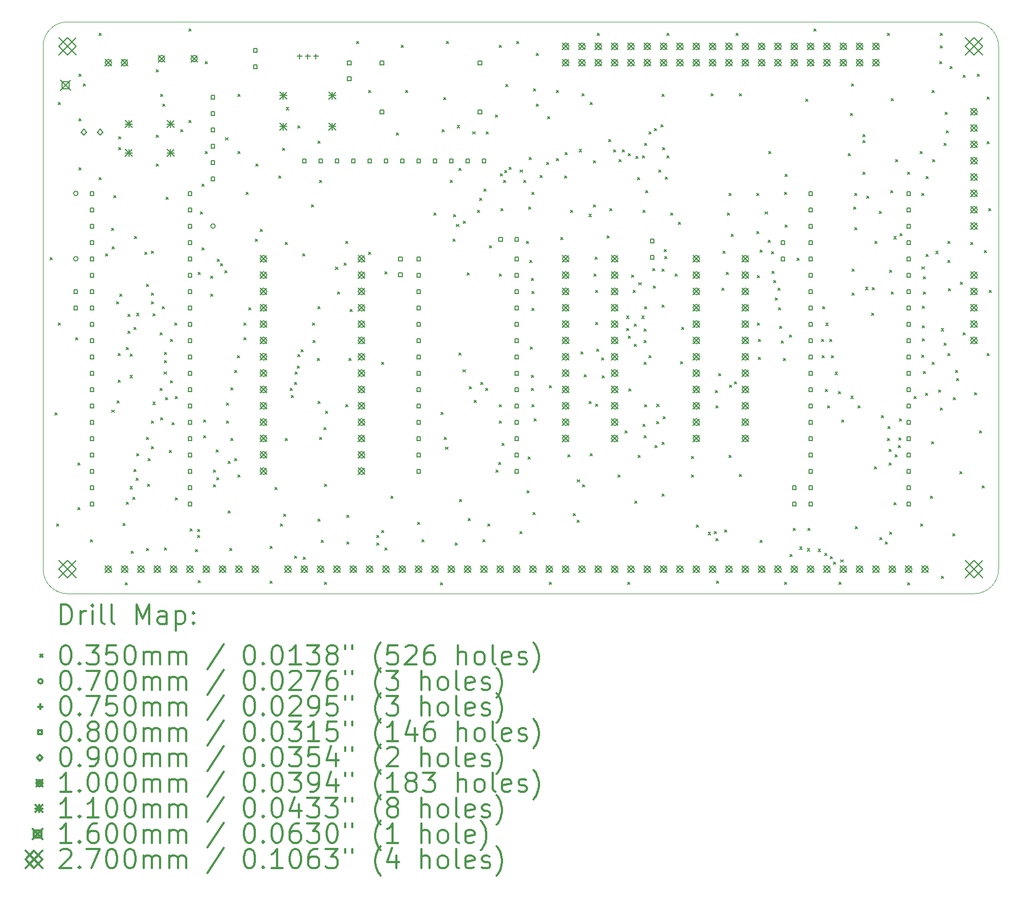
<source format=gbr>
%FSLAX45Y45*%
G04 Gerber Fmt 4.5, Leading zero omitted, Abs format (unit mm)*
G04 Created by KiCad (PCBNEW (5.1.10-1-10_14)) date 2021-11-19 10:12:41*
%MOMM*%
%LPD*%
G01*
G04 APERTURE LIST*
%TA.AperFunction,Profile*%
%ADD10C,0.120000*%
%TD*%
%ADD11C,0.200000*%
%ADD12C,0.300000*%
G04 APERTURE END LIST*
D10*
X3810000Y-6604000D02*
G75*
G02*
X4191000Y-6223000I381000J0D01*
G01*
X4191000Y-15113000D02*
G75*
G02*
X3810000Y-14732000I0J381000D01*
G01*
X18669000Y-14732000D02*
G75*
G02*
X18288000Y-15113000I-381000J0D01*
G01*
X18288000Y-6223000D02*
G75*
G02*
X18669000Y-6604000I0J-381000D01*
G01*
X4191000Y-15113000D02*
X18288000Y-15113000D01*
X3810000Y-6604000D02*
X3810000Y-14732000D01*
X18288000Y-6223000D02*
X4191000Y-6223000D01*
X18669000Y-14732000D02*
X18669000Y-6604000D01*
D11*
X3919500Y-9888500D02*
X3954500Y-9923500D01*
X3954500Y-9888500D02*
X3919500Y-9923500D01*
X3995700Y-12301500D02*
X4030700Y-12336500D01*
X4030700Y-12301500D02*
X3995700Y-12336500D01*
X4021100Y-14028700D02*
X4056100Y-14063700D01*
X4056100Y-14028700D02*
X4021100Y-14063700D01*
X4046500Y-7475500D02*
X4081500Y-7510500D01*
X4081500Y-7475500D02*
X4046500Y-7510500D01*
X4046500Y-10904500D02*
X4081500Y-10939500D01*
X4081500Y-10904500D02*
X4046500Y-10939500D01*
X4313200Y-11133100D02*
X4348200Y-11168100D01*
X4348200Y-11133100D02*
X4313200Y-11168100D01*
X4351300Y-13076200D02*
X4386300Y-13111200D01*
X4386300Y-13076200D02*
X4351300Y-13111200D01*
X4351300Y-13774700D02*
X4386300Y-13809700D01*
X4386300Y-13774700D02*
X4351300Y-13809700D01*
X4364000Y-7031000D02*
X4399000Y-7066000D01*
X4399000Y-7031000D02*
X4364000Y-7066000D01*
X4364000Y-7729500D02*
X4399000Y-7764500D01*
X4399000Y-7729500D02*
X4364000Y-7764500D01*
X4364000Y-8491500D02*
X4399000Y-8526500D01*
X4399000Y-8491500D02*
X4364000Y-8526500D01*
X4437660Y-7183400D02*
X4472660Y-7218400D01*
X4472660Y-7183400D02*
X4437660Y-7218400D01*
X4541800Y-14270000D02*
X4576800Y-14305000D01*
X4576800Y-14270000D02*
X4541800Y-14305000D01*
X4681500Y-6396000D02*
X4716500Y-6431000D01*
X4716500Y-6396000D02*
X4681500Y-6431000D01*
X4681500Y-8643900D02*
X4716500Y-8678900D01*
X4716500Y-8643900D02*
X4681500Y-8678900D01*
X4783100Y-9825000D02*
X4818100Y-9860000D01*
X4818100Y-9825000D02*
X4783100Y-9860000D01*
X4872000Y-9431300D02*
X4907000Y-9466300D01*
X4907000Y-9431300D02*
X4872000Y-9466300D01*
X4879620Y-12258320D02*
X4914620Y-12293320D01*
X4914620Y-12258320D02*
X4879620Y-12293320D01*
X4882160Y-9720860D02*
X4917160Y-9755860D01*
X4917160Y-9720860D02*
X4882160Y-9755860D01*
X4910100Y-8923300D02*
X4945100Y-8958300D01*
X4945100Y-8923300D02*
X4910100Y-8958300D01*
X4948200Y-10574300D02*
X4983200Y-10609300D01*
X4983200Y-10574300D02*
X4948200Y-10609300D01*
X4960900Y-12111000D02*
X4995900Y-12146000D01*
X4995900Y-12111000D02*
X4960900Y-12146000D01*
X4973600Y-11374400D02*
X5008600Y-11409400D01*
X5008600Y-11374400D02*
X4973600Y-11409400D01*
X4973600Y-11793500D02*
X5008600Y-11828500D01*
X5008600Y-11793500D02*
X4973600Y-11828500D01*
X4986300Y-8008900D02*
X5021300Y-8043900D01*
X5021300Y-8008900D02*
X4986300Y-8043900D01*
X4986300Y-8174000D02*
X5021300Y-8209000D01*
X5021300Y-8174000D02*
X4986300Y-8209000D01*
X4999000Y-10454920D02*
X5034000Y-10489920D01*
X5034000Y-10454920D02*
X4999000Y-10489920D01*
X5049800Y-14016000D02*
X5084800Y-14051000D01*
X5084800Y-14016000D02*
X5049800Y-14051000D01*
X5087900Y-14943100D02*
X5122900Y-14978100D01*
X5122900Y-14943100D02*
X5087900Y-14978100D01*
X5103140Y-11280420D02*
X5138140Y-11315420D01*
X5138140Y-11280420D02*
X5103140Y-11315420D01*
X5103140Y-13685800D02*
X5138140Y-13720800D01*
X5138140Y-13685800D02*
X5103140Y-13720800D01*
X5126000Y-10764800D02*
X5161000Y-10799800D01*
X5161000Y-10764800D02*
X5126000Y-10799800D01*
X5126000Y-11031500D02*
X5161000Y-11066500D01*
X5161000Y-11031500D02*
X5126000Y-11066500D01*
X5161560Y-11719840D02*
X5196560Y-11754840D01*
X5196560Y-11719840D02*
X5161560Y-11754840D01*
X5161560Y-13447040D02*
X5196560Y-13482040D01*
X5196560Y-13447040D02*
X5161560Y-13482040D01*
X5164100Y-11387100D02*
X5199100Y-11422100D01*
X5199100Y-11387100D02*
X5164100Y-11422100D01*
X5176800Y-14447800D02*
X5211800Y-14482800D01*
X5211800Y-14447800D02*
X5176800Y-14482800D01*
X5202200Y-13609600D02*
X5237200Y-13644600D01*
X5237200Y-13609600D02*
X5202200Y-13644600D01*
X5225060Y-10968000D02*
X5260060Y-11003000D01*
X5260060Y-10968000D02*
X5225060Y-11003000D01*
X5225060Y-13177800D02*
X5260060Y-13212800D01*
X5260060Y-13177800D02*
X5225060Y-13212800D01*
X5227600Y-9558300D02*
X5262600Y-9593300D01*
X5262600Y-9558300D02*
X5227600Y-9593300D01*
X5253000Y-13317500D02*
X5288000Y-13352500D01*
X5288000Y-13317500D02*
X5253000Y-13352500D01*
X5263999Y-10754640D02*
X5298999Y-10789640D01*
X5298999Y-10754640D02*
X5263999Y-10789640D01*
X5263999Y-12936500D02*
X5298999Y-12971500D01*
X5298999Y-12936500D02*
X5263999Y-12971500D01*
X5390160Y-9802140D02*
X5425160Y-9837140D01*
X5425160Y-9802140D02*
X5390160Y-9837140D01*
X5418100Y-14409700D02*
X5453100Y-14444700D01*
X5453100Y-14409700D02*
X5418100Y-14444700D01*
X5420640Y-10305060D02*
X5455640Y-10340060D01*
X5455640Y-10305060D02*
X5420640Y-10340060D01*
X5420640Y-12682500D02*
X5455640Y-12717500D01*
X5455640Y-12682500D02*
X5420640Y-12717500D01*
X5430800Y-13406400D02*
X5465800Y-13441400D01*
X5465800Y-13406400D02*
X5430800Y-13441400D01*
X5443500Y-13012700D02*
X5478500Y-13047700D01*
X5478500Y-13012700D02*
X5443500Y-13047700D01*
X5491760Y-10574300D02*
X5526760Y-10609300D01*
X5526760Y-10574300D02*
X5491760Y-10609300D01*
X5491760Y-12425960D02*
X5526760Y-12460960D01*
X5526760Y-12425960D02*
X5491760Y-12460960D01*
X5494300Y-9786900D02*
X5529300Y-9821900D01*
X5529300Y-9786900D02*
X5494300Y-9821900D01*
X5494300Y-10434600D02*
X5529300Y-10469600D01*
X5529300Y-10434600D02*
X5494300Y-10469600D01*
X5494300Y-12822200D02*
X5529300Y-12857200D01*
X5529300Y-12822200D02*
X5494300Y-12857200D01*
X5517999Y-10758608D02*
X5552999Y-10793608D01*
X5552999Y-10758608D02*
X5517999Y-10793608D01*
X5517999Y-12135465D02*
X5552999Y-12170465D01*
X5552999Y-12135465D02*
X5517999Y-12170465D01*
X5570500Y-6967500D02*
X5605500Y-7002500D01*
X5605500Y-6967500D02*
X5570500Y-7002500D01*
X5570500Y-7983500D02*
X5605500Y-8018500D01*
X5605500Y-7983500D02*
X5570500Y-8018500D01*
X5570500Y-8428000D02*
X5605500Y-8463000D01*
X5605500Y-8428000D02*
X5570500Y-8463000D01*
X5626380Y-11056900D02*
X5661380Y-11091900D01*
X5661380Y-11056900D02*
X5626380Y-11091900D01*
X5626380Y-11917960D02*
X5661380Y-11952960D01*
X5661380Y-11917960D02*
X5626380Y-11952960D01*
X5634000Y-7348500D02*
X5669000Y-7383500D01*
X5669000Y-7348500D02*
X5634000Y-7383500D01*
X5634000Y-12377700D02*
X5669000Y-12412700D01*
X5669000Y-12377700D02*
X5634000Y-12412700D01*
X5659400Y-10650500D02*
X5694400Y-10685500D01*
X5694400Y-10650500D02*
X5659400Y-10685500D01*
X5672100Y-7500900D02*
X5707100Y-7535900D01*
X5707100Y-7500900D02*
X5672100Y-7535900D01*
X5692420Y-11666500D02*
X5727420Y-11701500D01*
X5727420Y-11666500D02*
X5692420Y-11701500D01*
X5697500Y-11361700D02*
X5732500Y-11396700D01*
X5732500Y-11361700D02*
X5697500Y-11396700D01*
X5697500Y-14397000D02*
X5732500Y-14432000D01*
X5732500Y-14397000D02*
X5697500Y-14432000D01*
X5700040Y-11486160D02*
X5735040Y-11521160D01*
X5735040Y-11486160D02*
X5700040Y-11521160D01*
X5710200Y-12060200D02*
X5745200Y-12095200D01*
X5745200Y-12060200D02*
X5710200Y-12095200D01*
X5722900Y-8948700D02*
X5757900Y-8983700D01*
X5757900Y-8948700D02*
X5722900Y-8983700D01*
X5773700Y-12885700D02*
X5808700Y-12920700D01*
X5808700Y-12885700D02*
X5773700Y-12920700D01*
X5786400Y-11798580D02*
X5821400Y-11833580D01*
X5821400Y-11798580D02*
X5786400Y-11833580D01*
X5791480Y-11158500D02*
X5826480Y-11193500D01*
X5826480Y-11158500D02*
X5791480Y-11193500D01*
X5811800Y-12453900D02*
X5846800Y-12488900D01*
X5846800Y-12453900D02*
X5811800Y-12488900D01*
X5860060Y-10904500D02*
X5895060Y-10939500D01*
X5895060Y-10904500D02*
X5860060Y-10939500D01*
X5862600Y-13622300D02*
X5897600Y-13657300D01*
X5897600Y-13622300D02*
X5862600Y-13657300D01*
X5865140Y-12044960D02*
X5900140Y-12079960D01*
X5900140Y-12044960D02*
X5865140Y-12079960D01*
X5951500Y-7894600D02*
X5986500Y-7929600D01*
X5986500Y-7894600D02*
X5951500Y-7929600D01*
X6078500Y-6332500D02*
X6113500Y-6367500D01*
X6113500Y-6332500D02*
X6078500Y-6367500D01*
X6078500Y-7754354D02*
X6113500Y-7789354D01*
X6113500Y-7754354D02*
X6078500Y-7789354D01*
X6091200Y-14104900D02*
X6126200Y-14139900D01*
X6126200Y-14104900D02*
X6091200Y-14139900D01*
X6180100Y-14422400D02*
X6215100Y-14457400D01*
X6215100Y-14422400D02*
X6180100Y-14457400D01*
X6210580Y-14112520D02*
X6245580Y-14147520D01*
X6245580Y-14112520D02*
X6210580Y-14147520D01*
X6210580Y-14201420D02*
X6245580Y-14236420D01*
X6245580Y-14201420D02*
X6210580Y-14236420D01*
X6218200Y-10117100D02*
X6253200Y-10152100D01*
X6253200Y-10117100D02*
X6218200Y-10152100D01*
X6218200Y-14905000D02*
X6253200Y-14940000D01*
X6253200Y-14905000D02*
X6218200Y-14940000D01*
X6256300Y-9177300D02*
X6291300Y-9212300D01*
X6291300Y-9177300D02*
X6256300Y-9212300D01*
X6281698Y-8745502D02*
X6316698Y-8780502D01*
X6316698Y-8745502D02*
X6281698Y-8780502D01*
X6281700Y-9736100D02*
X6316700Y-9771100D01*
X6316700Y-9736100D02*
X6281700Y-9771100D01*
X6309640Y-12413260D02*
X6344640Y-12448260D01*
X6344640Y-12413260D02*
X6309640Y-12448260D01*
X6309640Y-12654560D02*
X6344640Y-12689560D01*
X6344640Y-12654560D02*
X6309640Y-12689560D01*
X6332500Y-6840500D02*
X6367500Y-6875500D01*
X6367500Y-6840500D02*
X6332500Y-6875500D01*
X6332500Y-8237500D02*
X6367500Y-8272500D01*
X6367500Y-8237500D02*
X6332500Y-8272500D01*
X6414619Y-10175520D02*
X6449619Y-10210520D01*
X6449619Y-10175520D02*
X6414619Y-10210520D01*
X6415002Y-10457460D02*
X6450002Y-10492460D01*
X6450002Y-10457460D02*
X6415002Y-10492460D01*
X6459500Y-13190505D02*
X6494500Y-13225505D01*
X6494500Y-13190505D02*
X6459500Y-13225505D01*
X6459508Y-13416560D02*
X6494508Y-13451560D01*
X6494508Y-13416560D02*
X6459508Y-13451560D01*
X6500140Y-12875540D02*
X6535140Y-12910540D01*
X6535140Y-12875540D02*
X6500140Y-12910540D01*
X6510300Y-13304800D02*
X6545300Y-13339800D01*
X6545300Y-13304800D02*
X6510300Y-13339800D01*
X6520460Y-9911360D02*
X6555460Y-9946360D01*
X6555460Y-9911360D02*
X6520460Y-9946360D01*
X6571740Y-9979460D02*
X6606740Y-10014460D01*
X6606740Y-9979460D02*
X6571740Y-10014460D01*
X6639184Y-10089999D02*
X6674184Y-10124999D01*
X6674184Y-10089999D02*
X6639184Y-10124999D01*
X6649100Y-8022500D02*
X6684100Y-8057500D01*
X6684100Y-8022500D02*
X6649100Y-8057500D01*
X6662700Y-12428500D02*
X6697700Y-12463500D01*
X6697700Y-12428500D02*
X6662700Y-12463500D01*
X6662700Y-12149100D02*
X6697700Y-12184100D01*
X6697700Y-12149100D02*
X6662700Y-12184100D01*
X6688100Y-13050800D02*
X6723100Y-13085800D01*
X6723100Y-13050800D02*
X6688100Y-13085800D01*
X6688100Y-13825500D02*
X6723100Y-13860500D01*
X6723100Y-13825500D02*
X6688100Y-13860500D01*
X6713500Y-14409700D02*
X6748500Y-14444700D01*
X6748500Y-14409700D02*
X6713500Y-14444700D01*
X6726200Y-11907800D02*
X6761200Y-11942800D01*
X6761200Y-11907800D02*
X6726200Y-11942800D01*
X6726200Y-12695200D02*
X6761200Y-12730200D01*
X6761200Y-12695200D02*
X6726200Y-12730200D01*
X6789700Y-11641101D02*
X6824700Y-11676101D01*
X6824700Y-11641101D02*
X6789700Y-11676101D01*
X6789700Y-13012700D02*
X6824700Y-13047700D01*
X6824700Y-13012700D02*
X6789700Y-13047700D01*
X6827800Y-11412500D02*
X6862800Y-11447500D01*
X6862800Y-11412500D02*
X6827800Y-11447500D01*
X6840500Y-7348500D02*
X6875500Y-7383500D01*
X6875500Y-7348500D02*
X6840500Y-7383500D01*
X6840500Y-8237500D02*
X6875500Y-8272500D01*
X6875500Y-8237500D02*
X6840500Y-8272500D01*
X6840500Y-13266700D02*
X6875500Y-13301700D01*
X6875500Y-13266700D02*
X6840500Y-13301700D01*
X6929400Y-10904500D02*
X6964400Y-10939500D01*
X6964400Y-10904500D02*
X6929400Y-10939500D01*
X6929400Y-11133100D02*
X6964400Y-11168100D01*
X6964400Y-11133100D02*
X6929400Y-11168100D01*
X6967500Y-8872500D02*
X7002500Y-8907500D01*
X7002500Y-8872500D02*
X6967500Y-8907500D01*
X7005600Y-10663200D02*
X7040600Y-10698200D01*
X7040600Y-10663200D02*
X7005600Y-10698200D01*
X7107200Y-9596400D02*
X7142200Y-9631400D01*
X7142200Y-9596400D02*
X7107200Y-9631400D01*
X7119900Y-8433080D02*
X7154900Y-8468080D01*
X7154900Y-8433080D02*
X7119900Y-8468080D01*
X7183400Y-9445222D02*
X7218400Y-9480222D01*
X7218400Y-9445222D02*
X7183400Y-9480222D01*
X7335800Y-14371600D02*
X7370800Y-14406600D01*
X7370800Y-14371600D02*
X7335800Y-14406600D01*
X7335800Y-14917700D02*
X7370800Y-14952700D01*
X7370800Y-14917700D02*
X7335800Y-14952700D01*
X7412000Y-13457200D02*
X7447000Y-13492200D01*
X7447000Y-13457200D02*
X7412000Y-13492200D01*
X7475500Y-8618500D02*
X7510500Y-8653500D01*
X7510500Y-8618500D02*
X7475500Y-8653500D01*
X7500900Y-14028700D02*
X7535900Y-14063700D01*
X7535900Y-14028700D02*
X7500900Y-14063700D01*
X7531380Y-8181620D02*
X7566380Y-8216620D01*
X7566380Y-8181620D02*
X7531380Y-8216620D01*
X7551700Y-13876300D02*
X7586700Y-13911300D01*
X7586700Y-13876300D02*
X7551700Y-13911300D01*
X7574560Y-12700280D02*
X7609560Y-12735280D01*
X7609560Y-12700280D02*
X7574560Y-12735280D01*
X7577100Y-9647200D02*
X7612100Y-9682200D01*
X7612100Y-9647200D02*
X7577100Y-9682200D01*
X7589800Y-7554240D02*
X7624800Y-7589240D01*
X7624800Y-7554240D02*
X7589800Y-7589240D01*
X7650760Y-11920500D02*
X7685760Y-11955500D01*
X7685760Y-11920500D02*
X7650760Y-11955500D01*
X7670601Y-12030199D02*
X7705601Y-12065199D01*
X7705601Y-12030199D02*
X7670601Y-12065199D01*
X7716800Y-14524000D02*
X7751800Y-14559000D01*
X7751800Y-14524000D02*
X7716800Y-14559000D01*
X7722401Y-11825999D02*
X7757401Y-11860999D01*
X7757401Y-11825999D02*
X7722401Y-11860999D01*
X7726960Y-11666500D02*
X7761960Y-11701500D01*
X7761960Y-11666500D02*
X7726960Y-11701500D01*
X7760501Y-11571999D02*
X7795501Y-11606999D01*
X7795501Y-11571999D02*
X7760501Y-11606999D01*
X7770140Y-11392180D02*
X7805140Y-11427180D01*
X7805140Y-11392180D02*
X7770140Y-11427180D01*
X7772680Y-7838720D02*
X7807680Y-7873720D01*
X7807680Y-7838720D02*
X7772680Y-7873720D01*
X7824001Y-11317999D02*
X7859001Y-11352999D01*
X7859001Y-11317999D02*
X7824001Y-11352999D01*
X7843800Y-9825000D02*
X7878800Y-9860000D01*
X7878800Y-9825000D02*
X7843800Y-9860000D01*
X7853960Y-14544320D02*
X7888960Y-14579320D01*
X7888960Y-14544320D02*
X7853960Y-14579320D01*
X7983500Y-9063000D02*
X8018500Y-9098000D01*
X8018500Y-9063000D02*
X7983500Y-9098000D01*
X7996200Y-10904500D02*
X8031200Y-10939500D01*
X8031200Y-10904500D02*
X7996200Y-10939500D01*
X8008900Y-11171200D02*
X8043900Y-11206200D01*
X8043900Y-11171200D02*
X8008900Y-11206200D01*
X8072400Y-11450600D02*
X8107400Y-11485600D01*
X8107400Y-11450600D02*
X8072400Y-11485600D01*
X8085100Y-10650500D02*
X8120100Y-10685500D01*
X8120100Y-10650500D02*
X8085100Y-10685500D01*
X8085100Y-12123700D02*
X8120100Y-12158700D01*
X8120100Y-12123700D02*
X8085100Y-12158700D01*
X8085100Y-13952500D02*
X8120100Y-13987500D01*
X8120100Y-13952500D02*
X8085100Y-13987500D01*
X8087161Y-8074461D02*
X8122161Y-8109461D01*
X8122161Y-8074461D02*
X8087161Y-8109461D01*
X8110500Y-8682000D02*
X8145500Y-8717000D01*
X8145500Y-8682000D02*
X8110500Y-8717000D01*
X8110500Y-12682500D02*
X8145500Y-12717500D01*
X8145500Y-12682500D02*
X8110500Y-12717500D01*
X8135900Y-14282700D02*
X8170900Y-14317700D01*
X8170900Y-14282700D02*
X8135900Y-14317700D01*
X8174000Y-12530100D02*
X8209000Y-12565100D01*
X8209000Y-12530100D02*
X8174000Y-12565100D01*
X8186700Y-13406400D02*
X8221700Y-13441400D01*
X8221700Y-13406400D02*
X8186700Y-13441400D01*
X8186700Y-14930400D02*
X8221700Y-14965400D01*
X8221700Y-14930400D02*
X8186700Y-14965400D01*
X8199400Y-12274399D02*
X8234400Y-12309399D01*
X8234400Y-12274399D02*
X8199400Y-12309399D01*
X8359432Y-10035380D02*
X8394432Y-10070380D01*
X8394432Y-10035380D02*
X8359432Y-10070380D01*
X8389900Y-10421900D02*
X8424900Y-10456900D01*
X8424900Y-10421900D02*
X8389900Y-10456900D01*
X8491498Y-9972320D02*
X8526498Y-10007320D01*
X8526498Y-9972320D02*
X8491498Y-10007320D01*
X8516900Y-9634500D02*
X8551900Y-9669500D01*
X8551900Y-9634500D02*
X8516900Y-9669500D01*
X8516900Y-12174500D02*
X8551900Y-12209500D01*
X8551900Y-12174500D02*
X8516900Y-12209500D01*
X8529600Y-13889000D02*
X8564600Y-13924000D01*
X8564600Y-13889000D02*
X8529600Y-13924000D01*
X8529600Y-14308100D02*
X8564600Y-14343100D01*
X8564600Y-14308100D02*
X8529600Y-14343100D01*
X8567700Y-11450600D02*
X8602700Y-11485600D01*
X8602700Y-11450600D02*
X8567700Y-11485600D01*
X8580400Y-10688600D02*
X8615400Y-10723600D01*
X8615400Y-10688600D02*
X8580400Y-10723600D01*
X8682000Y-6523000D02*
X8717000Y-6558000D01*
X8717000Y-6523000D02*
X8682000Y-6558000D01*
X8872500Y-7285000D02*
X8907500Y-7320000D01*
X8907500Y-7285000D02*
X8872500Y-7320000D01*
X8872500Y-9799600D02*
X8907500Y-9834600D01*
X8907500Y-9799600D02*
X8872500Y-9834600D01*
X8999500Y-14206500D02*
X9034500Y-14241500D01*
X9034500Y-14206500D02*
X8999500Y-14241500D01*
X8999500Y-14320800D02*
X9034500Y-14355800D01*
X9034500Y-14320800D02*
X8999500Y-14355800D01*
X9075700Y-11514100D02*
X9110700Y-11549100D01*
X9110700Y-11514100D02*
X9075700Y-11549100D01*
X9075700Y-14130302D02*
X9110700Y-14165302D01*
X9110700Y-14130302D02*
X9075700Y-14165302D01*
X9126500Y-10104400D02*
X9161500Y-10139400D01*
X9161500Y-10104400D02*
X9126500Y-10139400D01*
X9126500Y-14397000D02*
X9161500Y-14432000D01*
X9161500Y-14397000D02*
X9126500Y-14432000D01*
X9215400Y-13596900D02*
X9250400Y-13631900D01*
X9250400Y-13596900D02*
X9215400Y-13631900D01*
X9304300Y-7945400D02*
X9339300Y-7980400D01*
X9339300Y-7945400D02*
X9304300Y-7980400D01*
X9380500Y-6586500D02*
X9415500Y-6621500D01*
X9415500Y-6586500D02*
X9380500Y-6621500D01*
X9444000Y-7285000D02*
X9479000Y-7320000D01*
X9479000Y-7285000D02*
X9444000Y-7320000D01*
X9634500Y-14003300D02*
X9669500Y-14038300D01*
X9669500Y-14003300D02*
X9634500Y-14038300D01*
X9698000Y-14270000D02*
X9733000Y-14305000D01*
X9733000Y-14270000D02*
X9698000Y-14305000D01*
X9888500Y-9190000D02*
X9923500Y-9225000D01*
X9923500Y-9190000D02*
X9888500Y-9225000D01*
X9990100Y-14943100D02*
X10025100Y-14978100D01*
X10025100Y-14943100D02*
X9990100Y-14978100D01*
X9998266Y-12289346D02*
X10033266Y-12324346D01*
X10033266Y-12289346D02*
X9998266Y-12324346D01*
X10015500Y-7894600D02*
X10050500Y-7929600D01*
X10050500Y-7894600D02*
X10015500Y-7929600D01*
X10040900Y-7399300D02*
X10075900Y-7434300D01*
X10075900Y-7399300D02*
X10040900Y-7434300D01*
X10045980Y-12682500D02*
X10080980Y-12717500D01*
X10080980Y-12682500D02*
X10045980Y-12717500D01*
X10069740Y-12834000D02*
X10104740Y-12869000D01*
X10104740Y-12834000D02*
X10069740Y-12869000D01*
X10079000Y-6523000D02*
X10114000Y-6558000D01*
X10114000Y-6523000D02*
X10079000Y-6558000D01*
X10142500Y-8682000D02*
X10177500Y-8717000D01*
X10177500Y-8682000D02*
X10142500Y-8717000D01*
X10180600Y-9596400D02*
X10215600Y-9631400D01*
X10215600Y-9596400D02*
X10180600Y-9631400D01*
X10193300Y-9215400D02*
X10228300Y-9250400D01*
X10228300Y-9215400D02*
X10193300Y-9250400D01*
X10218700Y-14320800D02*
X10253700Y-14355800D01*
X10253700Y-14320800D02*
X10218700Y-14355800D01*
X10239020Y-9372880D02*
X10274020Y-9407880D01*
X10274020Y-9372880D02*
X10239020Y-9407880D01*
X10251720Y-7833640D02*
X10286720Y-7868640D01*
X10286720Y-7833640D02*
X10251720Y-7868640D01*
X10278390Y-8500390D02*
X10313390Y-8535390D01*
X10313390Y-8500390D02*
X10278390Y-8535390D01*
X10279660Y-11366780D02*
X10314660Y-11401780D01*
X10314660Y-11366780D02*
X10279660Y-11401780D01*
X10282200Y-13647700D02*
X10317200Y-13682700D01*
X10317200Y-13647700D02*
X10282200Y-13682700D01*
X10340620Y-11633480D02*
X10375620Y-11668480D01*
X10375620Y-11633480D02*
X10340620Y-11668480D01*
X10343999Y-9320379D02*
X10378999Y-9355379D01*
X10378999Y-9320379D02*
X10343999Y-9355379D01*
X10404120Y-10127260D02*
X10439120Y-10162260D01*
X10439120Y-10127260D02*
X10404120Y-10162260D01*
X10421900Y-13939800D02*
X10456900Y-13974800D01*
X10456900Y-13939800D02*
X10421900Y-13974800D01*
X10439680Y-11890020D02*
X10474680Y-11925020D01*
X10474680Y-11890020D02*
X10439680Y-11925020D01*
X10493020Y-7930160D02*
X10528020Y-7965160D01*
X10528020Y-7930160D02*
X10493020Y-7965160D01*
X10510800Y-12108460D02*
X10545800Y-12143460D01*
X10545800Y-12108460D02*
X10510800Y-12143460D01*
X10564979Y-9153206D02*
X10599979Y-9188206D01*
X10599979Y-9153206D02*
X10564979Y-9188206D01*
X10599700Y-8961400D02*
X10634700Y-8996400D01*
X10634700Y-8961400D02*
X10599700Y-8996400D01*
X10612400Y-11829060D02*
X10647400Y-11864060D01*
X10647400Y-11829060D02*
X10612400Y-11864060D01*
X10650500Y-14270000D02*
X10685500Y-14305000D01*
X10685500Y-14270000D02*
X10650500Y-14305000D01*
X10665022Y-8823401D02*
X10700022Y-8858401D01*
X10700022Y-8823401D02*
X10665022Y-8858401D01*
X10688600Y-11917960D02*
X10723600Y-11952960D01*
X10723600Y-11917960D02*
X10688600Y-11952960D01*
X10700499Y-7930160D02*
X10735499Y-7965160D01*
X10735499Y-7930160D02*
X10700499Y-7965160D01*
X10726700Y-14028700D02*
X10761700Y-14063700D01*
X10761700Y-14028700D02*
X10726700Y-14063700D01*
X10752100Y-9698000D02*
X10787100Y-9733000D01*
X10787100Y-9698000D02*
X10752100Y-9733000D01*
X10841000Y-7666000D02*
X10876000Y-7701000D01*
X10876000Y-7666000D02*
X10841000Y-7701000D01*
X10851999Y-13185420D02*
X10886999Y-13220420D01*
X10886999Y-13185420D02*
X10851999Y-13220420D01*
X10893118Y-13069001D02*
X10928118Y-13104001D01*
X10928118Y-13069001D02*
X10893118Y-13104001D01*
X10904500Y-6586500D02*
X10939500Y-6621500D01*
X10939500Y-6586500D02*
X10904500Y-6621500D01*
X10904500Y-10142500D02*
X10939500Y-10177500D01*
X10939500Y-10142500D02*
X10904500Y-10177500D01*
X10904500Y-12174500D02*
X10939500Y-12209500D01*
X10939500Y-12174500D02*
X10904500Y-12209500D01*
X10904500Y-12428500D02*
X10939500Y-12463500D01*
X10939500Y-12428500D02*
X10904500Y-12463500D01*
X10917368Y-8583570D02*
X10952368Y-8618570D01*
X10952368Y-8583570D02*
X10917368Y-8618570D01*
X10929900Y-9126500D02*
X10964900Y-9161500D01*
X10964900Y-9126500D02*
X10929900Y-9161500D01*
X10945198Y-12773998D02*
X10980198Y-12808998D01*
X10980198Y-12773998D02*
X10945198Y-12808998D01*
X10968000Y-8682000D02*
X11003000Y-8717000D01*
X11003000Y-8682000D02*
X10968000Y-8717000D01*
X10987875Y-8535125D02*
X11022875Y-8570125D01*
X11022875Y-8535125D02*
X10987875Y-8570125D01*
X11006100Y-7196100D02*
X11041100Y-7231100D01*
X11041100Y-7196100D02*
X11006100Y-7231100D01*
X11059276Y-8482092D02*
X11094276Y-8517092D01*
X11094276Y-8482092D02*
X11059276Y-8517092D01*
X11173740Y-6525540D02*
X11208740Y-6560540D01*
X11208740Y-6525540D02*
X11173740Y-6560540D01*
X11222000Y-14143000D02*
X11257000Y-14178000D01*
X11257000Y-14143000D02*
X11222000Y-14178000D01*
X11229620Y-8524520D02*
X11264620Y-8559520D01*
X11264620Y-8524520D02*
X11229620Y-8559520D01*
X11285500Y-8682000D02*
X11320500Y-8717000D01*
X11320500Y-8682000D02*
X11285500Y-8717000D01*
X11323600Y-9634500D02*
X11358600Y-9669500D01*
X11358600Y-9634500D02*
X11323600Y-9669500D01*
X11336300Y-13508000D02*
X11371300Y-13543000D01*
X11371300Y-13508000D02*
X11336300Y-13543000D01*
X11349000Y-12987300D02*
X11384000Y-13022300D01*
X11384000Y-12987300D02*
X11349000Y-13022300D01*
X11361700Y-9101100D02*
X11396700Y-9136100D01*
X11396700Y-9101100D02*
X11361700Y-9136100D01*
X11369320Y-8331480D02*
X11404320Y-8366480D01*
X11404320Y-8331480D02*
X11369320Y-8366480D01*
X11374400Y-9926600D02*
X11409400Y-9961600D01*
X11409400Y-9926600D02*
X11374400Y-9961600D01*
X11387100Y-11272800D02*
X11422100Y-11307800D01*
X11422100Y-11272800D02*
X11387100Y-11307800D01*
X11399800Y-10206000D02*
X11434800Y-10241000D01*
X11434800Y-10206000D02*
X11399800Y-10241000D01*
X11399800Y-11717300D02*
X11434800Y-11752300D01*
X11434800Y-11717300D02*
X11399800Y-11752300D01*
X11404880Y-11920500D02*
X11439880Y-11955500D01*
X11439880Y-11920500D02*
X11404880Y-11955500D01*
X11412500Y-8872500D02*
X11447500Y-8907500D01*
X11447500Y-8872500D02*
X11412500Y-8907500D01*
X11412500Y-10409200D02*
X11447500Y-10444200D01*
X11447500Y-10409200D02*
X11412500Y-10444200D01*
X11412500Y-10675900D02*
X11447500Y-10710900D01*
X11447500Y-10675900D02*
X11412500Y-10710900D01*
X11412500Y-12174500D02*
X11447500Y-12209500D01*
X11447500Y-12174500D02*
X11412500Y-12209500D01*
X11425200Y-13850900D02*
X11460200Y-13885900D01*
X11460200Y-13850900D02*
X11425200Y-13885900D01*
X11437900Y-7259600D02*
X11472900Y-7294600D01*
X11472900Y-7259600D02*
X11437900Y-7294600D01*
X11448060Y-12392940D02*
X11483060Y-12427940D01*
X11483060Y-12392940D02*
X11448060Y-12427940D01*
X11476000Y-6713500D02*
X11511000Y-6748500D01*
X11511000Y-6713500D02*
X11476000Y-6748500D01*
X11476000Y-7500900D02*
X11511000Y-7535900D01*
X11511000Y-7500900D02*
X11476000Y-7535900D01*
X11536960Y-8610880D02*
X11571960Y-8645880D01*
X11571960Y-8610880D02*
X11536960Y-8645880D01*
X11638560Y-8402600D02*
X11673560Y-8437600D01*
X11673560Y-8402600D02*
X11638560Y-8437600D01*
X11653800Y-7691400D02*
X11688800Y-7726400D01*
X11688800Y-7691400D02*
X11653800Y-7726400D01*
X11679200Y-14930400D02*
X11714200Y-14965400D01*
X11714200Y-14930400D02*
X11679200Y-14965400D01*
X11684280Y-11877320D02*
X11719280Y-11912320D01*
X11719280Y-11877320D02*
X11684280Y-11912320D01*
X11790960Y-8346720D02*
X11825960Y-8381720D01*
X11825960Y-8346720D02*
X11790960Y-8381720D01*
X11793500Y-7285000D02*
X11828500Y-7320000D01*
X11828500Y-7285000D02*
X11793500Y-7320000D01*
X11857000Y-9571000D02*
X11892000Y-9606000D01*
X11892000Y-9571000D02*
X11857000Y-9606000D01*
X11920500Y-8618500D02*
X11955500Y-8653500D01*
X11955500Y-8618500D02*
X11920500Y-8653500D01*
X11926710Y-8252519D02*
X11961710Y-8287519D01*
X11961710Y-8252519D02*
X11926710Y-8287519D01*
X11971300Y-12949200D02*
X12006300Y-12984200D01*
X12006300Y-12949200D02*
X11971300Y-12984200D01*
X12009400Y-9151900D02*
X12044400Y-9186900D01*
X12044400Y-9151900D02*
X12009400Y-9186900D01*
X12052580Y-13866140D02*
X12087580Y-13901140D01*
X12087580Y-13866140D02*
X12052580Y-13901140D01*
X12111000Y-13965200D02*
X12146000Y-14000200D01*
X12146000Y-13965200D02*
X12111000Y-14000200D01*
X12118620Y-13340360D02*
X12153620Y-13375360D01*
X12153620Y-13340360D02*
X12118620Y-13375360D01*
X12145376Y-8206277D02*
X12180376Y-8241277D01*
X12180376Y-8206277D02*
X12145376Y-8241277D01*
X12174500Y-11349000D02*
X12209500Y-11384000D01*
X12209500Y-11349000D02*
X12174500Y-11384000D01*
X12187200Y-7335800D02*
X12222200Y-7370800D01*
X12222200Y-7335800D02*
X12187200Y-7370800D01*
X12199900Y-13419100D02*
X12234900Y-13454100D01*
X12234900Y-13419100D02*
X12199900Y-13454100D01*
X12225300Y-11704600D02*
X12260300Y-11739600D01*
X12260300Y-11704600D02*
X12225300Y-11739600D01*
X12298004Y-9214178D02*
X12333004Y-9249178D01*
X12333004Y-9214178D02*
X12298004Y-9249178D01*
X12298004Y-12124656D02*
X12333004Y-12159656D01*
X12333004Y-12124656D02*
X12298004Y-12159656D01*
X12314200Y-12936500D02*
X12349200Y-12971500D01*
X12349200Y-12936500D02*
X12314200Y-12971500D01*
X12319280Y-7475500D02*
X12354280Y-7510500D01*
X12354280Y-7475500D02*
X12319280Y-7510500D01*
X12365000Y-8377200D02*
X12400000Y-8412200D01*
X12400000Y-8377200D02*
X12365000Y-8412200D01*
X12365000Y-9063000D02*
X12400000Y-9098000D01*
X12400000Y-9063000D02*
X12365000Y-9098000D01*
X12377700Y-10142500D02*
X12412700Y-10177500D01*
X12412700Y-10142500D02*
X12377700Y-10177500D01*
X12390400Y-9875800D02*
X12425400Y-9910800D01*
X12425400Y-9875800D02*
X12390400Y-9910800D01*
X12403100Y-10396500D02*
X12438100Y-10431500D01*
X12438100Y-10396500D02*
X12403100Y-10431500D01*
X12403100Y-10891800D02*
X12438100Y-10926800D01*
X12438100Y-10891800D02*
X12403100Y-10926800D01*
X12403100Y-12161800D02*
X12438100Y-12196800D01*
X12438100Y-12161800D02*
X12403100Y-12196800D01*
X12415800Y-11310900D02*
X12450800Y-11345900D01*
X12450800Y-11310900D02*
X12415800Y-11345900D01*
X12428500Y-6396000D02*
X12463500Y-6431000D01*
X12463500Y-6396000D02*
X12428500Y-6431000D01*
X12497080Y-11445520D02*
X12532080Y-11480520D01*
X12532080Y-11445520D02*
X12497080Y-11480520D01*
X12504700Y-11722380D02*
X12539700Y-11757380D01*
X12539700Y-11722380D02*
X12504700Y-11757380D01*
X12580900Y-9545600D02*
X12615900Y-9580600D01*
X12615900Y-9545600D02*
X12580900Y-9580600D01*
X12607140Y-8048564D02*
X12642140Y-8083564D01*
X12642140Y-8048564D02*
X12607140Y-8083564D01*
X12619000Y-9126500D02*
X12654000Y-9161500D01*
X12654000Y-9126500D02*
X12619000Y-9161500D01*
X12682500Y-8207020D02*
X12717500Y-8242020D01*
X12717500Y-8207020D02*
X12682500Y-8242020D01*
X12746000Y-13266700D02*
X12781000Y-13301700D01*
X12781000Y-13266700D02*
X12746000Y-13301700D01*
X12767886Y-8365339D02*
X12802886Y-8400339D01*
X12802886Y-8365339D02*
X12767886Y-8400339D01*
X12816756Y-8209499D02*
X12851756Y-8244499D01*
X12851756Y-8209499D02*
X12816756Y-8244499D01*
X12859400Y-12580000D02*
X12894400Y-12615000D01*
X12894400Y-12580000D02*
X12859400Y-12615000D01*
X12887120Y-10797502D02*
X12922120Y-10832502D01*
X12922120Y-10797502D02*
X12887120Y-10832502D01*
X12888240Y-10988320D02*
X12923240Y-11023320D01*
X12923240Y-10988320D02*
X12888240Y-11023320D01*
X12898400Y-14930400D02*
X12933400Y-14965400D01*
X12933400Y-14930400D02*
X12898400Y-14965400D01*
X12908266Y-8272766D02*
X12943266Y-8307766D01*
X12943266Y-8272766D02*
X12908266Y-8307766D01*
X12913640Y-11105999D02*
X12948640Y-11140999D01*
X12948640Y-11105999D02*
X12913640Y-11140999D01*
X12916180Y-11925580D02*
X12951180Y-11960580D01*
X12951180Y-11925580D02*
X12916180Y-11960580D01*
X12963798Y-10161119D02*
X12998798Y-10196119D01*
X12998798Y-10161119D02*
X12963798Y-10196119D01*
X12984760Y-10393960D02*
X13019760Y-10428960D01*
X13019760Y-10393960D02*
X12984760Y-10428960D01*
X13000000Y-11234700D02*
X13035000Y-11269700D01*
X13035000Y-11234700D02*
X13000000Y-11269700D01*
X13001474Y-10921420D02*
X13036474Y-10956420D01*
X13036474Y-10921420D02*
X13001474Y-10956420D01*
X13012700Y-13673100D02*
X13047700Y-13708100D01*
X13047700Y-13673100D02*
X13012700Y-13708100D01*
X13030762Y-8308926D02*
X13065762Y-8343926D01*
X13065762Y-8308926D02*
X13030762Y-8343926D01*
X13050800Y-8643900D02*
X13085800Y-8678900D01*
X13085800Y-8643900D02*
X13050800Y-8678900D01*
X13063500Y-12961900D02*
X13098500Y-12996900D01*
X13098500Y-12961900D02*
X13063500Y-12996900D01*
X13074909Y-10272879D02*
X13109909Y-10307879D01*
X13109909Y-10272879D02*
X13074909Y-10307879D01*
X13123961Y-10797502D02*
X13158961Y-10832502D01*
X13158961Y-10797502D02*
X13123961Y-10832502D01*
X13127000Y-8301000D02*
X13162000Y-8336000D01*
X13162000Y-8301000D02*
X13127000Y-8336000D01*
X13139700Y-9151900D02*
X13174700Y-9186900D01*
X13174700Y-9151900D02*
X13139700Y-9186900D01*
X13139700Y-12479300D02*
X13174700Y-12514300D01*
X13174700Y-12479300D02*
X13139700Y-12514300D01*
X13152400Y-10993400D02*
X13187400Y-11028400D01*
X13187400Y-10993400D02*
X13152400Y-11028400D01*
X13152400Y-11171200D02*
X13187400Y-11206200D01*
X13187400Y-11171200D02*
X13152400Y-11206200D01*
X13152400Y-11514100D02*
X13187400Y-11549100D01*
X13187400Y-11514100D02*
X13152400Y-11549100D01*
X13152400Y-12657100D02*
X13187400Y-12692100D01*
X13187400Y-12657100D02*
X13152400Y-12692100D01*
X13162390Y-10648799D02*
X13197390Y-10683799D01*
X13197390Y-10648799D02*
X13162390Y-10683799D01*
X13162560Y-8105420D02*
X13197560Y-8140420D01*
X13197560Y-8105420D02*
X13162560Y-8140420D01*
X13165100Y-12174500D02*
X13200100Y-12209500D01*
X13200100Y-12174500D02*
X13165100Y-12209500D01*
X13177800Y-8847100D02*
X13212800Y-8882100D01*
X13212800Y-8847100D02*
X13177800Y-8882100D01*
X13228600Y-7932700D02*
X13263600Y-7967700D01*
X13263600Y-7932700D02*
X13228600Y-7967700D01*
X13231140Y-11407420D02*
X13266140Y-11442420D01*
X13266140Y-11407420D02*
X13231140Y-11442420D01*
X13289560Y-10056140D02*
X13324560Y-10091140D01*
X13324560Y-10056140D02*
X13289560Y-10091140D01*
X13299720Y-10325380D02*
X13334720Y-10360380D01*
X13334720Y-10325380D02*
X13299720Y-10360380D01*
X13320040Y-7876820D02*
X13355040Y-7911820D01*
X13355040Y-7876820D02*
X13320040Y-7911820D01*
X13322273Y-12811201D02*
X13357273Y-12846201D01*
X13357273Y-12811201D02*
X13322273Y-12846201D01*
X13349891Y-12437632D02*
X13384891Y-12472632D01*
X13384891Y-12437632D02*
X13349891Y-12472632D01*
X13354486Y-12168498D02*
X13389486Y-12203498D01*
X13389486Y-12168498D02*
X13354486Y-12203498D01*
X13386080Y-8524520D02*
X13421080Y-8559520D01*
X13421080Y-8524520D02*
X13386080Y-8559520D01*
X13419100Y-7823480D02*
X13454100Y-7858480D01*
X13454100Y-7823480D02*
X13419100Y-7858480D01*
X13431800Y-7348500D02*
X13466800Y-7383500D01*
X13466800Y-7348500D02*
X13431800Y-7383500D01*
X13431800Y-10066300D02*
X13466800Y-10101300D01*
X13466800Y-10066300D02*
X13431800Y-10101300D01*
X13431800Y-10625100D02*
X13466800Y-10660100D01*
X13466800Y-10625100D02*
X13431800Y-10660100D01*
X13431800Y-13558800D02*
X13466800Y-13593800D01*
X13466800Y-13558800D02*
X13431800Y-13593800D01*
X13434340Y-12753620D02*
X13469340Y-12788620D01*
X13469340Y-12753620D02*
X13434340Y-12788620D01*
X13444500Y-8174000D02*
X13479500Y-8209000D01*
X13479500Y-8174000D02*
X13444500Y-8209000D01*
X13454660Y-12362460D02*
X13489660Y-12397460D01*
X13489660Y-12362460D02*
X13454660Y-12397460D01*
X13469900Y-9761500D02*
X13504900Y-9796500D01*
X13504900Y-9761500D02*
X13469900Y-9796500D01*
X13477520Y-9870720D02*
X13512520Y-9905720D01*
X13512520Y-9870720D02*
X13477520Y-9905720D01*
X13482600Y-8631200D02*
X13517600Y-8666200D01*
X13517600Y-8631200D02*
X13482600Y-8666200D01*
X13508000Y-6396000D02*
X13543000Y-6431000D01*
X13543000Y-6396000D02*
X13508000Y-6431000D01*
X13508000Y-8301000D02*
X13543000Y-8336000D01*
X13543000Y-8301000D02*
X13508000Y-8336000D01*
X13571500Y-9190000D02*
X13606500Y-9225000D01*
X13606500Y-9190000D02*
X13571500Y-9225000D01*
X13637540Y-10142500D02*
X13672540Y-10177500D01*
X13672540Y-10142500D02*
X13637540Y-10177500D01*
X13688340Y-9334780D02*
X13723340Y-9369780D01*
X13723340Y-9334780D02*
X13688340Y-9369780D01*
X13723900Y-11501400D02*
X13758900Y-11536400D01*
X13758900Y-11501400D02*
X13723900Y-11536400D01*
X13736600Y-10968000D02*
X13771600Y-11003000D01*
X13771600Y-10968000D02*
X13736600Y-11003000D01*
X13889000Y-12974600D02*
X13924000Y-13009600D01*
X13924000Y-12974600D02*
X13889000Y-13009600D01*
X13889000Y-13266700D02*
X13924000Y-13301700D01*
X13924000Y-13266700D02*
X13889000Y-13301700D01*
X13965200Y-14041400D02*
X14000200Y-14076400D01*
X14000200Y-14041400D02*
X13965200Y-14076400D01*
X14155700Y-14158240D02*
X14190700Y-14193240D01*
X14190700Y-14158240D02*
X14155700Y-14193240D01*
X14193800Y-7335800D02*
X14228800Y-7370800D01*
X14228800Y-7335800D02*
X14193800Y-7370800D01*
X14249680Y-14145540D02*
X14284680Y-14180540D01*
X14284680Y-14145540D02*
X14249680Y-14180540D01*
X14261628Y-11950228D02*
X14296628Y-11985228D01*
X14296628Y-11950228D02*
X14261628Y-11985228D01*
X14275080Y-12192280D02*
X14310080Y-12227280D01*
X14310080Y-12192280D02*
X14275080Y-12227280D01*
X14275080Y-14257300D02*
X14310080Y-14292300D01*
X14310080Y-14257300D02*
X14275080Y-14292300D01*
X14282700Y-14917700D02*
X14317700Y-14952700D01*
X14317700Y-14917700D02*
X14282700Y-14952700D01*
X14312701Y-11687299D02*
X14347701Y-11722299D01*
X14347701Y-11687299D02*
X14312701Y-11722299D01*
X14363980Y-10360940D02*
X14398980Y-10395940D01*
X14398980Y-10360940D02*
X14363980Y-10395940D01*
X14386840Y-9781820D02*
X14421840Y-9816820D01*
X14421840Y-9781820D02*
X14386840Y-9816820D01*
X14409700Y-14117600D02*
X14444700Y-14152600D01*
X14444700Y-14117600D02*
X14409700Y-14152600D01*
X14435100Y-10117100D02*
X14470100Y-10152100D01*
X14470100Y-10117100D02*
X14435100Y-10152100D01*
X14447800Y-9190000D02*
X14482800Y-9225000D01*
X14482800Y-9190000D02*
X14447800Y-9225000D01*
X14473200Y-8885200D02*
X14508200Y-8920200D01*
X14508200Y-8885200D02*
X14473200Y-8920200D01*
X14473200Y-12961900D02*
X14508200Y-12996900D01*
X14508200Y-12961900D02*
X14473200Y-12996900D01*
X14485900Y-11867999D02*
X14520900Y-11902999D01*
X14520900Y-11867999D02*
X14485900Y-11902999D01*
X14511300Y-9520200D02*
X14546300Y-9555200D01*
X14546300Y-9520200D02*
X14511300Y-9555200D01*
X14562100Y-11818900D02*
X14597100Y-11853900D01*
X14597100Y-11818900D02*
X14562100Y-11853900D01*
X14587500Y-6396000D02*
X14622500Y-6431000D01*
X14622500Y-6396000D02*
X14587500Y-6431000D01*
X14638300Y-7335800D02*
X14673300Y-7370800D01*
X14673300Y-7335800D02*
X14638300Y-7370800D01*
X14638300Y-13254000D02*
X14673300Y-13289000D01*
X14673300Y-13254000D02*
X14638300Y-13289000D01*
X14905000Y-8885200D02*
X14940000Y-8920200D01*
X14940000Y-8885200D02*
X14905000Y-8920200D01*
X14905000Y-9482100D02*
X14940000Y-9517100D01*
X14940000Y-9482100D02*
X14905000Y-9517100D01*
X14917700Y-10167900D02*
X14952700Y-10202900D01*
X14952700Y-10167900D02*
X14917700Y-10202900D01*
X14917700Y-10904500D02*
X14952700Y-10939500D01*
X14952700Y-10904500D02*
X14917700Y-10939500D01*
X14930400Y-11158500D02*
X14965400Y-11193500D01*
X14965400Y-11158500D02*
X14930400Y-11193500D01*
X14930400Y-11437900D02*
X14965400Y-11472900D01*
X14965400Y-11437900D02*
X14930400Y-11472900D01*
X14955800Y-9771660D02*
X14990800Y-9806660D01*
X14990800Y-9771660D02*
X14955800Y-9806660D01*
X14955800Y-14282700D02*
X14990800Y-14317700D01*
X14990800Y-14282700D02*
X14955800Y-14317700D01*
X15039065Y-9178726D02*
X15074065Y-9213726D01*
X15074065Y-9178726D02*
X15039065Y-9213726D01*
X15085340Y-9616720D02*
X15120340Y-9651720D01*
X15120340Y-9616720D02*
X15085340Y-9651720D01*
X15095500Y-8237500D02*
X15130500Y-8272500D01*
X15130500Y-8237500D02*
X15095500Y-8272500D01*
X15138680Y-9791980D02*
X15173680Y-9826980D01*
X15173680Y-9791980D02*
X15138680Y-9826980D01*
X15141963Y-10096780D02*
X15176963Y-10131780D01*
X15176963Y-10096780D02*
X15141963Y-10131780D01*
X15171964Y-10241499D02*
X15206964Y-10276499D01*
X15206964Y-10241499D02*
X15171964Y-10276499D01*
X15199418Y-10514179D02*
X15234418Y-10549179D01*
X15234418Y-10514179D02*
X15199418Y-10549179D01*
X15235200Y-10358400D02*
X15270200Y-10393400D01*
X15270200Y-10358400D02*
X15235200Y-10393400D01*
X15245360Y-10668280D02*
X15280360Y-10703280D01*
X15280360Y-10668280D02*
X15245360Y-10703280D01*
X15261968Y-10954499D02*
X15296968Y-10989499D01*
X15296968Y-10954499D02*
X15261968Y-10989499D01*
X15291969Y-11183900D02*
X15326969Y-11218900D01*
X15326969Y-11183900D02*
X15291969Y-11218900D01*
X15321970Y-11455680D02*
X15356970Y-11490680D01*
X15356970Y-11455680D02*
X15321970Y-11490680D01*
X15336800Y-8872500D02*
X15371800Y-8907500D01*
X15371800Y-8872500D02*
X15336800Y-8907500D01*
X15336800Y-14930400D02*
X15371800Y-14965400D01*
X15371800Y-14930400D02*
X15336800Y-14965400D01*
X15349500Y-8593100D02*
X15384500Y-8628100D01*
X15384500Y-8593100D02*
X15349500Y-8628100D01*
X15349500Y-9380500D02*
X15384500Y-9415500D01*
X15384500Y-9380500D02*
X15349500Y-9415500D01*
X15413000Y-11092460D02*
X15448000Y-11127460D01*
X15448000Y-11092460D02*
X15413000Y-11127460D01*
X15425700Y-14498600D02*
X15460700Y-14533600D01*
X15460700Y-14498600D02*
X15425700Y-14533600D01*
X15476500Y-14092200D02*
X15511500Y-14127200D01*
X15511500Y-14092200D02*
X15476500Y-14127200D01*
X15532380Y-9893580D02*
X15567380Y-9928580D01*
X15567380Y-9893580D02*
X15532380Y-9928580D01*
X15580640Y-14386840D02*
X15615640Y-14421840D01*
X15615640Y-14386840D02*
X15580640Y-14421840D01*
X15667000Y-7424700D02*
X15702000Y-7459700D01*
X15702000Y-7424700D02*
X15667000Y-7459700D01*
X15697480Y-14412240D02*
X15732480Y-14447240D01*
X15732480Y-14412240D02*
X15697480Y-14447240D01*
X15705100Y-14092200D02*
X15740100Y-14127200D01*
X15740100Y-14092200D02*
X15705100Y-14127200D01*
X15794000Y-6332500D02*
X15829000Y-6367500D01*
X15829000Y-6332500D02*
X15794000Y-6367500D01*
X15861991Y-14420768D02*
X15896991Y-14455768D01*
X15896991Y-14420768D02*
X15861991Y-14455768D01*
X15913380Y-11158500D02*
X15948380Y-11193500D01*
X15948380Y-11158500D02*
X15913380Y-11193500D01*
X15921000Y-11412500D02*
X15956000Y-11447500D01*
X15956000Y-11412500D02*
X15921000Y-11447500D01*
X15931999Y-10647960D02*
X15966999Y-10682960D01*
X15966999Y-10647960D02*
X15931999Y-10682960D01*
X15966806Y-14483155D02*
X16001806Y-14518155D01*
X16001806Y-14483155D02*
X15966806Y-14518155D01*
X15971800Y-11933200D02*
X16006800Y-11968200D01*
X16006800Y-11933200D02*
X15971800Y-11968200D01*
X15984500Y-10907040D02*
X16019500Y-10942040D01*
X16019500Y-10907040D02*
X15984500Y-10942040D01*
X16009900Y-12187200D02*
X16044900Y-12222200D01*
X16044900Y-12187200D02*
X16009900Y-12222200D01*
X16041219Y-11153420D02*
X16076219Y-11188420D01*
X16076219Y-11153420D02*
X16041219Y-11188420D01*
X16048839Y-14536694D02*
X16083839Y-14571694D01*
X16083839Y-14536694D02*
X16048839Y-14571694D01*
X16071220Y-11407420D02*
X16106220Y-11442420D01*
X16106220Y-11407420D02*
X16071220Y-11442420D01*
X16103880Y-14617980D02*
X16138880Y-14652980D01*
X16138880Y-14617980D02*
X16103880Y-14652980D01*
X16125039Y-11669040D02*
X16160039Y-11704040D01*
X16160039Y-11669040D02*
X16125039Y-11704040D01*
X16175839Y-11968760D02*
X16210839Y-12003760D01*
X16210839Y-11968760D02*
X16175839Y-12003760D01*
X16187700Y-14930400D02*
X16222700Y-14965400D01*
X16222700Y-14930400D02*
X16187700Y-14965400D01*
X16216081Y-14586446D02*
X16251081Y-14621446D01*
X16251081Y-14586446D02*
X16216081Y-14621446D01*
X16228340Y-12408180D02*
X16263340Y-12443180D01*
X16263340Y-12408180D02*
X16228340Y-12443180D01*
X16329940Y-8270520D02*
X16364940Y-8305520D01*
X16364940Y-8270520D02*
X16329940Y-8305520D01*
X16365500Y-7640600D02*
X16400500Y-7675600D01*
X16400500Y-7640600D02*
X16365500Y-7675600D01*
X16371001Y-12041999D02*
X16406001Y-12076999D01*
X16406001Y-12041999D02*
X16371001Y-12076999D01*
X16378200Y-7183400D02*
X16413200Y-7218400D01*
X16413200Y-7183400D02*
X16378200Y-7218400D01*
X16390900Y-10066300D02*
X16425900Y-10101300D01*
X16425900Y-10066300D02*
X16390900Y-10101300D01*
X16390900Y-10434600D02*
X16425900Y-10469600D01*
X16425900Y-10434600D02*
X16390900Y-10469600D01*
X16416300Y-9101100D02*
X16451300Y-9136100D01*
X16451300Y-9101100D02*
X16416300Y-9136100D01*
X16429000Y-8885200D02*
X16464000Y-8920200D01*
X16464000Y-8885200D02*
X16429000Y-8920200D01*
X16429000Y-9418600D02*
X16464000Y-9453600D01*
X16464000Y-9418600D02*
X16429000Y-9453600D01*
X16441700Y-14066800D02*
X16476700Y-14101800D01*
X16476700Y-14066800D02*
X16441700Y-14101800D01*
X16479800Y-12187200D02*
X16514800Y-12222200D01*
X16514800Y-12187200D02*
X16479800Y-12222200D01*
X16556000Y-8555000D02*
X16591000Y-8590000D01*
X16591000Y-8555000D02*
X16556000Y-8590000D01*
X16560241Y-7973340D02*
X16595241Y-8008340D01*
X16595241Y-7973340D02*
X16560241Y-8008340D01*
X16560241Y-8063148D02*
X16595241Y-8098148D01*
X16595241Y-8063148D02*
X16560241Y-8098148D01*
X16599180Y-10348240D02*
X16634180Y-10383240D01*
X16634180Y-10348240D02*
X16599180Y-10383240D01*
X16615738Y-8928380D02*
X16650738Y-8963380D01*
X16650738Y-8928380D02*
X16615738Y-8963380D01*
X16696460Y-10749499D02*
X16731460Y-10784499D01*
X16731460Y-10749499D02*
X16696460Y-10784499D01*
X16700780Y-10353320D02*
X16735780Y-10388320D01*
X16735780Y-10353320D02*
X16700780Y-10388320D01*
X16736340Y-13137160D02*
X16771340Y-13172160D01*
X16771340Y-13137160D02*
X16736340Y-13172160D01*
X16743960Y-9631960D02*
X16778960Y-9666960D01*
X16778960Y-9631960D02*
X16743960Y-9666960D01*
X16810000Y-9164600D02*
X16845000Y-9199600D01*
X16845000Y-9164600D02*
X16810000Y-9199600D01*
X16822700Y-14242060D02*
X16857700Y-14277060D01*
X16857700Y-14242060D02*
X16822700Y-14277060D01*
X16848407Y-12343361D02*
X16883407Y-12378361D01*
X16883407Y-12343361D02*
X16848407Y-12378361D01*
X16903980Y-14305560D02*
X16938980Y-14340560D01*
X16938980Y-14305560D02*
X16903980Y-14340560D01*
X16937000Y-6396000D02*
X16972000Y-6431000D01*
X16972000Y-6396000D02*
X16937000Y-6431000D01*
X16937000Y-12695200D02*
X16972000Y-12730200D01*
X16972000Y-12695200D02*
X16937000Y-12730200D01*
X16947160Y-12514860D02*
X16982160Y-12549860D01*
X16982160Y-12514860D02*
X16947160Y-12549860D01*
X16962400Y-13076200D02*
X16997400Y-13111200D01*
X16997400Y-13076200D02*
X16962400Y-13111200D01*
X16967670Y-12869683D02*
X17002670Y-12904683D01*
X17002670Y-12869683D02*
X16967670Y-12904683D01*
X16975100Y-10079000D02*
X17010100Y-10114000D01*
X17010100Y-10079000D02*
X16975100Y-10114000D01*
X16975100Y-14155700D02*
X17010100Y-14190700D01*
X17010100Y-14155700D02*
X16975100Y-14190700D01*
X16987800Y-8847100D02*
X17022800Y-8882100D01*
X17022800Y-8847100D02*
X16987800Y-8882100D01*
X17000500Y-7412000D02*
X17035500Y-7447000D01*
X17035500Y-7412000D02*
X17000500Y-7447000D01*
X17000500Y-10421900D02*
X17035500Y-10456900D01*
X17035500Y-10421900D02*
X17000500Y-10456900D01*
X17041140Y-9560840D02*
X17076140Y-9595840D01*
X17076140Y-9560840D02*
X17041140Y-9595840D01*
X17043680Y-13698500D02*
X17078680Y-13733500D01*
X17078680Y-13698500D02*
X17043680Y-13733500D01*
X17058973Y-12954407D02*
X17093973Y-12989407D01*
X17093973Y-12954407D02*
X17058973Y-12989407D01*
X17064000Y-8364500D02*
X17099000Y-8399500D01*
X17099000Y-8364500D02*
X17064000Y-8399500D01*
X17107180Y-12804420D02*
X17142180Y-12839420D01*
X17142180Y-12804420D02*
X17107180Y-12839420D01*
X17117340Y-12690120D02*
X17152340Y-12725120D01*
X17152340Y-12690120D02*
X17117340Y-12725120D01*
X17124960Y-12390400D02*
X17159960Y-12425400D01*
X17159960Y-12390400D02*
X17124960Y-12425400D01*
X17134641Y-9517181D02*
X17169641Y-9552181D01*
X17169641Y-9517181D02*
X17134641Y-9552181D01*
X17254500Y-8555000D02*
X17289500Y-8590000D01*
X17289500Y-8555000D02*
X17254500Y-8590000D01*
X17254500Y-14943100D02*
X17289500Y-14978100D01*
X17289500Y-14943100D02*
X17254500Y-14978100D01*
X17353924Y-12047975D02*
X17388924Y-12082975D01*
X17388924Y-12047975D02*
X17353924Y-12082975D01*
X17445000Y-8237500D02*
X17480000Y-8272500D01*
X17480000Y-8237500D02*
X17445000Y-8272500D01*
X17457700Y-14028700D02*
X17492700Y-14063700D01*
X17492700Y-14028700D02*
X17457700Y-14063700D01*
X17470400Y-8885200D02*
X17505400Y-8920200D01*
X17505400Y-8885200D02*
X17470400Y-8920200D01*
X17470400Y-11399800D02*
X17505400Y-11434800D01*
X17505400Y-11399800D02*
X17470400Y-11434800D01*
X17478020Y-10028200D02*
X17513020Y-10063200D01*
X17513020Y-10028200D02*
X17478020Y-10063200D01*
X17483100Y-10637800D02*
X17518100Y-10672800D01*
X17518100Y-10637800D02*
X17483100Y-10672800D01*
X17483100Y-10942600D02*
X17518100Y-10977600D01*
X17518100Y-10942600D02*
X17483100Y-10977600D01*
X17483100Y-11145800D02*
X17518100Y-11180800D01*
X17518100Y-11145800D02*
X17483100Y-11180800D01*
X17495800Y-10180600D02*
X17530800Y-10215600D01*
X17530800Y-10180600D02*
X17495800Y-10215600D01*
X17495800Y-10421900D02*
X17530800Y-10456900D01*
X17530800Y-10421900D02*
X17495800Y-10456900D01*
X17495800Y-11653800D02*
X17530800Y-11688800D01*
X17530800Y-11653800D02*
X17495800Y-11688800D01*
X17533900Y-11996700D02*
X17568900Y-12031700D01*
X17568900Y-11996700D02*
X17533900Y-12031700D01*
X17544060Y-8623580D02*
X17579060Y-8658580D01*
X17579060Y-8623580D02*
X17544060Y-8658580D01*
X17544060Y-9835160D02*
X17579060Y-9870160D01*
X17579060Y-9835160D02*
X17544060Y-9870160D01*
X17610100Y-13596900D02*
X17645100Y-13631900D01*
X17645100Y-13596900D02*
X17610100Y-13631900D01*
X17622800Y-12746000D02*
X17657800Y-12781000D01*
X17657800Y-12746000D02*
X17622800Y-12781000D01*
X17635500Y-7285000D02*
X17670500Y-7320000D01*
X17670500Y-7285000D02*
X17635500Y-7320000D01*
X17638040Y-11514100D02*
X17673040Y-11549100D01*
X17673040Y-11514100D02*
X17638040Y-11549100D01*
X17641419Y-8359420D02*
X17676419Y-8394420D01*
X17676419Y-8359420D02*
X17641419Y-8394420D01*
X17693920Y-9789501D02*
X17728920Y-9824501D01*
X17728920Y-9789501D02*
X17693920Y-9824501D01*
X17737100Y-11945900D02*
X17772100Y-11980900D01*
X17772100Y-11945900D02*
X17737100Y-11980900D01*
X17749800Y-6835420D02*
X17784800Y-6870420D01*
X17784800Y-6835420D02*
X17749800Y-6870420D01*
X17759960Y-6591580D02*
X17794960Y-6626580D01*
X17794960Y-6591580D02*
X17759960Y-6626580D01*
X17762500Y-6396000D02*
X17797500Y-6431000D01*
X17797500Y-6396000D02*
X17762500Y-6431000D01*
X17762500Y-12225300D02*
X17797500Y-12260300D01*
X17797500Y-12225300D02*
X17762500Y-12260300D01*
X17775200Y-14841500D02*
X17810200Y-14876500D01*
X17810200Y-14841500D02*
X17775200Y-14876500D01*
X17776900Y-10991700D02*
X17811900Y-11026700D01*
X17811900Y-10991700D02*
X17776900Y-11026700D01*
X17820920Y-8110500D02*
X17855920Y-8145500D01*
X17855920Y-8110500D02*
X17820920Y-8145500D01*
X17820920Y-11214380D02*
X17855920Y-11249380D01*
X17855920Y-11214380D02*
X17820920Y-11249380D01*
X17836160Y-7627900D02*
X17871160Y-7662900D01*
X17871160Y-7627900D02*
X17836160Y-7662900D01*
X17856480Y-7914920D02*
X17891480Y-7949920D01*
X17891480Y-7914920D02*
X17856480Y-7949920D01*
X17876800Y-9634500D02*
X17911800Y-9669500D01*
X17911800Y-9634500D02*
X17876800Y-9669500D01*
X17876800Y-9926600D02*
X17911800Y-9961600D01*
X17911800Y-9926600D02*
X17876800Y-9961600D01*
X17876800Y-11374400D02*
X17911800Y-11409400D01*
X17911800Y-11374400D02*
X17876800Y-11409400D01*
X17889500Y-10371100D02*
X17924500Y-10406100D01*
X17924500Y-10371100D02*
X17889500Y-10406100D01*
X17914900Y-6916700D02*
X17949900Y-6951700D01*
X17949900Y-6916700D02*
X17914900Y-6951700D01*
X17953000Y-14181100D02*
X17988000Y-14216100D01*
X17988000Y-14181100D02*
X17953000Y-14216100D01*
X17965700Y-12060200D02*
X18000700Y-12095200D01*
X18000700Y-12060200D02*
X17965700Y-12095200D01*
X17997881Y-11639830D02*
X18032881Y-11674830D01*
X18032881Y-11639830D02*
X17997881Y-11674830D01*
X18016500Y-11768100D02*
X18051500Y-11803100D01*
X18051500Y-11768100D02*
X18016500Y-11803100D01*
X18067300Y-13215900D02*
X18102300Y-13250900D01*
X18102300Y-13215900D02*
X18067300Y-13250900D01*
X18073855Y-10265303D02*
X18108855Y-10300303D01*
X18108855Y-10265303D02*
X18073855Y-10300303D01*
X18115560Y-7051320D02*
X18150560Y-7086320D01*
X18150560Y-7051320D02*
X18115560Y-7086320D01*
X18118100Y-11056900D02*
X18153100Y-11091900D01*
X18153100Y-11056900D02*
X18118100Y-11091900D01*
X18232400Y-9647200D02*
X18267400Y-9682200D01*
X18267400Y-9647200D02*
X18232400Y-9682200D01*
X18295900Y-11984000D02*
X18330900Y-12019000D01*
X18330900Y-11984000D02*
X18295900Y-12019000D01*
X18334000Y-7031000D02*
X18369000Y-7066000D01*
X18369000Y-7031000D02*
X18334000Y-7066000D01*
X18372100Y-12580900D02*
X18407100Y-12615900D01*
X18407100Y-12580900D02*
X18372100Y-12615900D01*
X18410200Y-13431800D02*
X18445200Y-13466800D01*
X18445200Y-13431800D02*
X18410200Y-13466800D01*
X18448300Y-9774200D02*
X18483300Y-9809200D01*
X18483300Y-9774200D02*
X18448300Y-9809200D01*
X18486400Y-7386600D02*
X18521400Y-7421600D01*
X18521400Y-7386600D02*
X18486400Y-7421600D01*
X18486400Y-8085100D02*
X18521400Y-8120100D01*
X18521400Y-8085100D02*
X18486400Y-8120100D01*
X18486400Y-11374400D02*
X18521400Y-11409400D01*
X18521400Y-11374400D02*
X18486400Y-11409400D01*
X18511800Y-9126500D02*
X18546800Y-9161500D01*
X18546800Y-9126500D02*
X18511800Y-9161500D01*
X18524500Y-10396500D02*
X18559500Y-10431500D01*
X18559500Y-10396500D02*
X18524500Y-10431500D01*
X4353000Y-8890000D02*
G75*
G03*
X4353000Y-8890000I-35000J0D01*
G01*
X4353000Y-9906000D02*
G75*
G03*
X4353000Y-9906000I-35000J0D01*
G01*
X6486600Y-9398000D02*
G75*
G03*
X6486600Y-9398000I-35000J0D01*
G01*
X7797800Y-6718900D02*
X7797800Y-6793900D01*
X7760300Y-6756400D02*
X7835300Y-6756400D01*
X7924800Y-6718900D02*
X7924800Y-6793900D01*
X7887300Y-6756400D02*
X7962300Y-6756400D01*
X8051800Y-6718900D02*
X8051800Y-6793900D01*
X8014300Y-6756400D02*
X8089300Y-6756400D01*
X4346285Y-10446285D02*
X4346285Y-10389716D01*
X4289716Y-10389716D01*
X4289716Y-10446285D01*
X4346285Y-10446285D01*
X4346285Y-10696285D02*
X4346285Y-10639716D01*
X4289716Y-10639716D01*
X4289716Y-10696285D01*
X4346285Y-10696285D01*
X4600285Y-8918285D02*
X4600285Y-8861716D01*
X4543716Y-8861716D01*
X4543716Y-8918285D01*
X4600285Y-8918285D01*
X4600285Y-9172285D02*
X4600285Y-9115716D01*
X4543716Y-9115716D01*
X4543716Y-9172285D01*
X4600285Y-9172285D01*
X4600285Y-9426285D02*
X4600285Y-9369716D01*
X4543716Y-9369716D01*
X4543716Y-9426285D01*
X4600285Y-9426285D01*
X4600285Y-9680285D02*
X4600285Y-9623716D01*
X4543716Y-9623716D01*
X4543716Y-9680285D01*
X4600285Y-9680285D01*
X4600285Y-9934285D02*
X4600285Y-9877716D01*
X4543716Y-9877716D01*
X4543716Y-9934285D01*
X4600285Y-9934285D01*
X4600285Y-10188285D02*
X4600285Y-10131716D01*
X4543716Y-10131716D01*
X4543716Y-10188285D01*
X4600285Y-10188285D01*
X4600285Y-10442285D02*
X4600285Y-10385716D01*
X4543716Y-10385716D01*
X4543716Y-10442285D01*
X4600285Y-10442285D01*
X4600285Y-10696285D02*
X4600285Y-10639716D01*
X4543716Y-10639716D01*
X4543716Y-10696285D01*
X4600285Y-10696285D01*
X4600285Y-10950285D02*
X4600285Y-10893716D01*
X4543716Y-10893716D01*
X4543716Y-10950285D01*
X4600285Y-10950285D01*
X4600285Y-11204284D02*
X4600285Y-11147716D01*
X4543716Y-11147716D01*
X4543716Y-11204284D01*
X4600285Y-11204284D01*
X4600285Y-11458284D02*
X4600285Y-11401715D01*
X4543716Y-11401715D01*
X4543716Y-11458284D01*
X4600285Y-11458284D01*
X4600285Y-11712284D02*
X4600285Y-11655715D01*
X4543716Y-11655715D01*
X4543716Y-11712284D01*
X4600285Y-11712284D01*
X4600285Y-11966284D02*
X4600285Y-11909715D01*
X4543716Y-11909715D01*
X4543716Y-11966284D01*
X4600285Y-11966284D01*
X4600285Y-12220284D02*
X4600285Y-12163715D01*
X4543716Y-12163715D01*
X4543716Y-12220284D01*
X4600285Y-12220284D01*
X4600285Y-12474284D02*
X4600285Y-12417715D01*
X4543716Y-12417715D01*
X4543716Y-12474284D01*
X4600285Y-12474284D01*
X4600285Y-12728284D02*
X4600285Y-12671715D01*
X4543716Y-12671715D01*
X4543716Y-12728284D01*
X4600285Y-12728284D01*
X4600285Y-12982284D02*
X4600285Y-12925715D01*
X4543716Y-12925715D01*
X4543716Y-12982284D01*
X4600285Y-12982284D01*
X4600285Y-13236284D02*
X4600285Y-13179715D01*
X4543716Y-13179715D01*
X4543716Y-13236284D01*
X4600285Y-13236284D01*
X4600285Y-13490284D02*
X4600285Y-13433715D01*
X4543716Y-13433715D01*
X4543716Y-13490284D01*
X4600285Y-13490284D01*
X4600285Y-13744284D02*
X4600285Y-13687715D01*
X4543716Y-13687715D01*
X4543716Y-13744284D01*
X4600285Y-13744284D01*
X6124284Y-8918285D02*
X6124284Y-8861716D01*
X6067715Y-8861716D01*
X6067715Y-8918285D01*
X6124284Y-8918285D01*
X6124284Y-9172285D02*
X6124284Y-9115716D01*
X6067715Y-9115716D01*
X6067715Y-9172285D01*
X6124284Y-9172285D01*
X6124284Y-9426285D02*
X6124284Y-9369716D01*
X6067715Y-9369716D01*
X6067715Y-9426285D01*
X6124284Y-9426285D01*
X6124284Y-9680285D02*
X6124284Y-9623716D01*
X6067715Y-9623716D01*
X6067715Y-9680285D01*
X6124284Y-9680285D01*
X6124284Y-9934285D02*
X6124284Y-9877716D01*
X6067715Y-9877716D01*
X6067715Y-9934285D01*
X6124284Y-9934285D01*
X6124284Y-10188285D02*
X6124284Y-10131716D01*
X6067715Y-10131716D01*
X6067715Y-10188285D01*
X6124284Y-10188285D01*
X6124284Y-10442285D02*
X6124284Y-10385716D01*
X6067715Y-10385716D01*
X6067715Y-10442285D01*
X6124284Y-10442285D01*
X6124284Y-10696285D02*
X6124284Y-10639716D01*
X6067715Y-10639716D01*
X6067715Y-10696285D01*
X6124284Y-10696285D01*
X6124284Y-10950285D02*
X6124284Y-10893716D01*
X6067715Y-10893716D01*
X6067715Y-10950285D01*
X6124284Y-10950285D01*
X6124284Y-11204284D02*
X6124284Y-11147716D01*
X6067715Y-11147716D01*
X6067715Y-11204284D01*
X6124284Y-11204284D01*
X6124284Y-11458284D02*
X6124284Y-11401715D01*
X6067715Y-11401715D01*
X6067715Y-11458284D01*
X6124284Y-11458284D01*
X6124284Y-11712284D02*
X6124284Y-11655715D01*
X6067715Y-11655715D01*
X6067715Y-11712284D01*
X6124284Y-11712284D01*
X6124284Y-11966284D02*
X6124284Y-11909715D01*
X6067715Y-11909715D01*
X6067715Y-11966284D01*
X6124284Y-11966284D01*
X6124284Y-12220284D02*
X6124284Y-12163715D01*
X6067715Y-12163715D01*
X6067715Y-12220284D01*
X6124284Y-12220284D01*
X6124284Y-12474284D02*
X6124284Y-12417715D01*
X6067715Y-12417715D01*
X6067715Y-12474284D01*
X6124284Y-12474284D01*
X6124284Y-12728284D02*
X6124284Y-12671715D01*
X6067715Y-12671715D01*
X6067715Y-12728284D01*
X6124284Y-12728284D01*
X6124284Y-12982284D02*
X6124284Y-12925715D01*
X6067715Y-12925715D01*
X6067715Y-12982284D01*
X6124284Y-12982284D01*
X6124284Y-13236284D02*
X6124284Y-13179715D01*
X6067715Y-13179715D01*
X6067715Y-13236284D01*
X6124284Y-13236284D01*
X6124284Y-13490284D02*
X6124284Y-13433715D01*
X6067715Y-13433715D01*
X6067715Y-13490284D01*
X6124284Y-13490284D01*
X6124284Y-13744284D02*
X6124284Y-13687715D01*
X6067715Y-13687715D01*
X6067715Y-13744284D01*
X6124284Y-13744284D01*
X6479884Y-7419684D02*
X6479884Y-7363115D01*
X6423315Y-7363115D01*
X6423315Y-7419684D01*
X6479884Y-7419684D01*
X6479884Y-7673684D02*
X6479884Y-7617115D01*
X6423315Y-7617115D01*
X6423315Y-7673684D01*
X6479884Y-7673684D01*
X6479884Y-7927684D02*
X6479884Y-7871115D01*
X6423315Y-7871115D01*
X6423315Y-7927684D01*
X6479884Y-7927684D01*
X6479884Y-8181684D02*
X6479884Y-8125115D01*
X6423315Y-8125115D01*
X6423315Y-8181684D01*
X6479884Y-8181684D01*
X6479884Y-8435685D02*
X6479884Y-8379115D01*
X6423315Y-8379115D01*
X6423315Y-8435685D01*
X6479884Y-8435685D01*
X6479884Y-8689685D02*
X6479884Y-8633116D01*
X6423315Y-8633116D01*
X6423315Y-8689685D01*
X6479884Y-8689685D01*
X7140284Y-6695784D02*
X7140284Y-6639215D01*
X7083715Y-6639215D01*
X7083715Y-6695784D01*
X7140284Y-6695784D01*
X7140284Y-6945784D02*
X7140284Y-6889215D01*
X7083715Y-6889215D01*
X7083715Y-6945784D01*
X7140284Y-6945784D01*
X7902284Y-8410285D02*
X7902284Y-8353715D01*
X7845715Y-8353715D01*
X7845715Y-8410285D01*
X7902284Y-8410285D01*
X8156284Y-8410285D02*
X8156284Y-8353715D01*
X8099715Y-8353715D01*
X8099715Y-8410285D01*
X8156284Y-8410285D01*
X8410285Y-8410285D02*
X8410285Y-8353715D01*
X8353715Y-8353715D01*
X8353715Y-8410285D01*
X8410285Y-8410285D01*
X8600785Y-6886284D02*
X8600785Y-6829715D01*
X8544216Y-6829715D01*
X8544216Y-6886284D01*
X8600785Y-6886284D01*
X8600785Y-7136284D02*
X8600785Y-7079715D01*
X8544216Y-7079715D01*
X8544216Y-7136284D01*
X8600785Y-7136284D01*
X8664285Y-8410285D02*
X8664285Y-8353715D01*
X8607716Y-8353715D01*
X8607716Y-8410285D01*
X8664285Y-8410285D01*
X8918285Y-8410285D02*
X8918285Y-8353715D01*
X8861716Y-8353715D01*
X8861716Y-8410285D01*
X8918285Y-8410285D01*
X9108785Y-6886284D02*
X9108785Y-6829715D01*
X9052216Y-6829715D01*
X9052216Y-6886284D01*
X9108785Y-6886284D01*
X9108785Y-7648284D02*
X9108785Y-7591715D01*
X9052216Y-7591715D01*
X9052216Y-7648284D01*
X9108785Y-7648284D01*
X9172285Y-8410285D02*
X9172285Y-8353715D01*
X9115716Y-8353715D01*
X9115716Y-8410285D01*
X9172285Y-8410285D01*
X9393265Y-9934285D02*
X9393265Y-9877716D01*
X9336696Y-9877716D01*
X9336696Y-9934285D01*
X9393265Y-9934285D01*
X9393265Y-10184285D02*
X9393265Y-10127716D01*
X9336696Y-10127716D01*
X9336696Y-10184285D01*
X9393265Y-10184285D01*
X9426285Y-8410285D02*
X9426285Y-8353715D01*
X9369716Y-8353715D01*
X9369716Y-8410285D01*
X9426285Y-8410285D01*
X9680285Y-8410285D02*
X9680285Y-8353715D01*
X9623716Y-8353715D01*
X9623716Y-8410285D01*
X9680285Y-8410285D01*
X9680285Y-9934285D02*
X9680285Y-9877716D01*
X9623716Y-9877716D01*
X9623716Y-9934285D01*
X9680285Y-9934285D01*
X9680285Y-10188285D02*
X9680285Y-10131716D01*
X9623716Y-10131716D01*
X9623716Y-10188285D01*
X9680285Y-10188285D01*
X9680285Y-10442285D02*
X9680285Y-10385716D01*
X9623716Y-10385716D01*
X9623716Y-10442285D01*
X9680285Y-10442285D01*
X9680285Y-10696285D02*
X9680285Y-10639716D01*
X9623716Y-10639716D01*
X9623716Y-10696285D01*
X9680285Y-10696285D01*
X9680285Y-10950285D02*
X9680285Y-10893716D01*
X9623716Y-10893716D01*
X9623716Y-10950285D01*
X9680285Y-10950285D01*
X9680285Y-11204284D02*
X9680285Y-11147716D01*
X9623716Y-11147716D01*
X9623716Y-11204284D01*
X9680285Y-11204284D01*
X9680285Y-11458284D02*
X9680285Y-11401715D01*
X9623716Y-11401715D01*
X9623716Y-11458284D01*
X9680285Y-11458284D01*
X9680285Y-11712284D02*
X9680285Y-11655715D01*
X9623716Y-11655715D01*
X9623716Y-11712284D01*
X9680285Y-11712284D01*
X9680285Y-11966284D02*
X9680285Y-11909715D01*
X9623716Y-11909715D01*
X9623716Y-11966284D01*
X9680285Y-11966284D01*
X9680285Y-12220284D02*
X9680285Y-12163715D01*
X9623716Y-12163715D01*
X9623716Y-12220284D01*
X9680285Y-12220284D01*
X9680285Y-12474284D02*
X9680285Y-12417715D01*
X9623716Y-12417715D01*
X9623716Y-12474284D01*
X9680285Y-12474284D01*
X9680285Y-12728284D02*
X9680285Y-12671715D01*
X9623716Y-12671715D01*
X9623716Y-12728284D01*
X9680285Y-12728284D01*
X9680285Y-12982284D02*
X9680285Y-12925715D01*
X9623716Y-12925715D01*
X9623716Y-12982284D01*
X9680285Y-12982284D01*
X9680285Y-13236284D02*
X9680285Y-13179715D01*
X9623716Y-13179715D01*
X9623716Y-13236284D01*
X9680285Y-13236284D01*
X9934285Y-8410285D02*
X9934285Y-8353715D01*
X9877716Y-8353715D01*
X9877716Y-8410285D01*
X9934285Y-8410285D01*
X10188285Y-8410285D02*
X10188285Y-8353715D01*
X10131716Y-8353715D01*
X10131716Y-8410285D01*
X10188285Y-8410285D01*
X10442285Y-8410285D02*
X10442285Y-8353715D01*
X10385716Y-8353715D01*
X10385716Y-8410285D01*
X10442285Y-8410285D01*
X10632785Y-6886284D02*
X10632785Y-6829715D01*
X10576216Y-6829715D01*
X10576216Y-6886284D01*
X10632785Y-6886284D01*
X10632785Y-7648284D02*
X10632785Y-7591715D01*
X10576216Y-7591715D01*
X10576216Y-7648284D01*
X10632785Y-7648284D01*
X10696285Y-8410285D02*
X10696285Y-8353715D01*
X10639716Y-8353715D01*
X10639716Y-8410285D01*
X10696285Y-8410285D01*
X10954285Y-9629485D02*
X10954285Y-9572916D01*
X10897716Y-9572916D01*
X10897716Y-9629485D01*
X10954285Y-9629485D01*
X11204284Y-9629485D02*
X11204284Y-9572916D01*
X11147716Y-9572916D01*
X11147716Y-9629485D01*
X11204284Y-9629485D01*
X11204284Y-9934285D02*
X11204284Y-9877716D01*
X11147716Y-9877716D01*
X11147716Y-9934285D01*
X11204284Y-9934285D01*
X11204284Y-10188285D02*
X11204284Y-10131716D01*
X11147716Y-10131716D01*
X11147716Y-10188285D01*
X11204284Y-10188285D01*
X11204284Y-10442285D02*
X11204284Y-10385716D01*
X11147716Y-10385716D01*
X11147716Y-10442285D01*
X11204284Y-10442285D01*
X11204284Y-10696285D02*
X11204284Y-10639716D01*
X11147716Y-10639716D01*
X11147716Y-10696285D01*
X11204284Y-10696285D01*
X11204284Y-10950285D02*
X11204284Y-10893716D01*
X11147716Y-10893716D01*
X11147716Y-10950285D01*
X11204284Y-10950285D01*
X11204284Y-11204284D02*
X11204284Y-11147716D01*
X11147716Y-11147716D01*
X11147716Y-11204284D01*
X11204284Y-11204284D01*
X11204284Y-11458284D02*
X11204284Y-11401715D01*
X11147716Y-11401715D01*
X11147716Y-11458284D01*
X11204284Y-11458284D01*
X11204284Y-11712284D02*
X11204284Y-11655715D01*
X11147716Y-11655715D01*
X11147716Y-11712284D01*
X11204284Y-11712284D01*
X11204284Y-11966284D02*
X11204284Y-11909715D01*
X11147716Y-11909715D01*
X11147716Y-11966284D01*
X11204284Y-11966284D01*
X11204284Y-12220284D02*
X11204284Y-12163715D01*
X11147716Y-12163715D01*
X11147716Y-12220284D01*
X11204284Y-12220284D01*
X11204284Y-12474284D02*
X11204284Y-12417715D01*
X11147716Y-12417715D01*
X11147716Y-12474284D01*
X11204284Y-12474284D01*
X11204284Y-12728284D02*
X11204284Y-12671715D01*
X11147716Y-12671715D01*
X11147716Y-12728284D01*
X11204284Y-12728284D01*
X11204284Y-12982284D02*
X11204284Y-12925715D01*
X11147716Y-12925715D01*
X11147716Y-12982284D01*
X11204284Y-12982284D01*
X11204284Y-13236284D02*
X11204284Y-13179715D01*
X11147716Y-13179715D01*
X11147716Y-13236284D01*
X11204284Y-13236284D01*
X13312484Y-9658885D02*
X13312484Y-9602316D01*
X13255915Y-9602316D01*
X13255915Y-9658885D01*
X13312484Y-9658885D01*
X13312484Y-9908885D02*
X13312484Y-9852316D01*
X13255915Y-9852316D01*
X13255915Y-9908885D01*
X13312484Y-9908885D01*
X15344484Y-9684285D02*
X15344484Y-9627716D01*
X15287915Y-9627716D01*
X15287915Y-9684285D01*
X15344484Y-9684285D01*
X15344484Y-9934285D02*
X15344484Y-9877716D01*
X15287915Y-9877716D01*
X15287915Y-9934285D01*
X15344484Y-9934285D01*
X15522284Y-13494284D02*
X15522284Y-13437715D01*
X15465715Y-13437715D01*
X15465715Y-13494284D01*
X15522284Y-13494284D01*
X15522284Y-13744284D02*
X15522284Y-13687715D01*
X15465715Y-13687715D01*
X15465715Y-13744284D01*
X15522284Y-13744284D01*
X15776284Y-8918285D02*
X15776284Y-8861716D01*
X15719715Y-8861716D01*
X15719715Y-8918285D01*
X15776284Y-8918285D01*
X15776284Y-9172285D02*
X15776284Y-9115716D01*
X15719715Y-9115716D01*
X15719715Y-9172285D01*
X15776284Y-9172285D01*
X15776284Y-9426285D02*
X15776284Y-9369716D01*
X15719715Y-9369716D01*
X15719715Y-9426285D01*
X15776284Y-9426285D01*
X15776284Y-9680285D02*
X15776284Y-9623716D01*
X15719715Y-9623716D01*
X15719715Y-9680285D01*
X15776284Y-9680285D01*
X15776284Y-9934285D02*
X15776284Y-9877716D01*
X15719715Y-9877716D01*
X15719715Y-9934285D01*
X15776284Y-9934285D01*
X15776284Y-10188285D02*
X15776284Y-10131716D01*
X15719715Y-10131716D01*
X15719715Y-10188285D01*
X15776284Y-10188285D01*
X15776284Y-10442285D02*
X15776284Y-10385716D01*
X15719715Y-10385716D01*
X15719715Y-10442285D01*
X15776284Y-10442285D01*
X15776284Y-10696285D02*
X15776284Y-10639716D01*
X15719715Y-10639716D01*
X15719715Y-10696285D01*
X15776284Y-10696285D01*
X15776284Y-10950285D02*
X15776284Y-10893716D01*
X15719715Y-10893716D01*
X15719715Y-10950285D01*
X15776284Y-10950285D01*
X15776284Y-11204284D02*
X15776284Y-11147716D01*
X15719715Y-11147716D01*
X15719715Y-11204284D01*
X15776284Y-11204284D01*
X15776284Y-11458284D02*
X15776284Y-11401715D01*
X15719715Y-11401715D01*
X15719715Y-11458284D01*
X15776284Y-11458284D01*
X15776284Y-11712284D02*
X15776284Y-11655715D01*
X15719715Y-11655715D01*
X15719715Y-11712284D01*
X15776284Y-11712284D01*
X15776284Y-11966284D02*
X15776284Y-11909715D01*
X15719715Y-11909715D01*
X15719715Y-11966284D01*
X15776284Y-11966284D01*
X15776284Y-12220284D02*
X15776284Y-12163715D01*
X15719715Y-12163715D01*
X15719715Y-12220284D01*
X15776284Y-12220284D01*
X15776284Y-12474284D02*
X15776284Y-12417715D01*
X15719715Y-12417715D01*
X15719715Y-12474284D01*
X15776284Y-12474284D01*
X15776284Y-12728284D02*
X15776284Y-12671715D01*
X15719715Y-12671715D01*
X15719715Y-12728284D01*
X15776284Y-12728284D01*
X15776284Y-12982284D02*
X15776284Y-12925715D01*
X15719715Y-12925715D01*
X15719715Y-12982284D01*
X15776284Y-12982284D01*
X15776284Y-13236284D02*
X15776284Y-13179715D01*
X15719715Y-13179715D01*
X15719715Y-13236284D01*
X15776284Y-13236284D01*
X15776284Y-13490284D02*
X15776284Y-13433715D01*
X15719715Y-13433715D01*
X15719715Y-13490284D01*
X15776284Y-13490284D01*
X15776284Y-13744284D02*
X15776284Y-13687715D01*
X15719715Y-13687715D01*
X15719715Y-13744284D01*
X15776284Y-13744284D01*
X17300285Y-8918285D02*
X17300285Y-8861716D01*
X17243716Y-8861716D01*
X17243716Y-8918285D01*
X17300285Y-8918285D01*
X17300285Y-9172285D02*
X17300285Y-9115716D01*
X17243716Y-9115716D01*
X17243716Y-9172285D01*
X17300285Y-9172285D01*
X17300285Y-9426285D02*
X17300285Y-9369716D01*
X17243716Y-9369716D01*
X17243716Y-9426285D01*
X17300285Y-9426285D01*
X17300285Y-9680285D02*
X17300285Y-9623716D01*
X17243716Y-9623716D01*
X17243716Y-9680285D01*
X17300285Y-9680285D01*
X17300285Y-9934285D02*
X17300285Y-9877716D01*
X17243716Y-9877716D01*
X17243716Y-9934285D01*
X17300285Y-9934285D01*
X17300285Y-10188285D02*
X17300285Y-10131716D01*
X17243716Y-10131716D01*
X17243716Y-10188285D01*
X17300285Y-10188285D01*
X17300285Y-10442285D02*
X17300285Y-10385716D01*
X17243716Y-10385716D01*
X17243716Y-10442285D01*
X17300285Y-10442285D01*
X17300285Y-10696285D02*
X17300285Y-10639716D01*
X17243716Y-10639716D01*
X17243716Y-10696285D01*
X17300285Y-10696285D01*
X17300285Y-10950285D02*
X17300285Y-10893716D01*
X17243716Y-10893716D01*
X17243716Y-10950285D01*
X17300285Y-10950285D01*
X17300285Y-11204284D02*
X17300285Y-11147716D01*
X17243716Y-11147716D01*
X17243716Y-11204284D01*
X17300285Y-11204284D01*
X17300285Y-11458284D02*
X17300285Y-11401715D01*
X17243716Y-11401715D01*
X17243716Y-11458284D01*
X17300285Y-11458284D01*
X17300285Y-11712284D02*
X17300285Y-11655715D01*
X17243716Y-11655715D01*
X17243716Y-11712284D01*
X17300285Y-11712284D01*
X17300285Y-11966284D02*
X17300285Y-11909715D01*
X17243716Y-11909715D01*
X17243716Y-11966284D01*
X17300285Y-11966284D01*
X17300285Y-12220284D02*
X17300285Y-12163715D01*
X17243716Y-12163715D01*
X17243716Y-12220284D01*
X17300285Y-12220284D01*
X17300285Y-12474284D02*
X17300285Y-12417715D01*
X17243716Y-12417715D01*
X17243716Y-12474284D01*
X17300285Y-12474284D01*
X17300285Y-12728284D02*
X17300285Y-12671715D01*
X17243716Y-12671715D01*
X17243716Y-12728284D01*
X17300285Y-12728284D01*
X17300285Y-12982284D02*
X17300285Y-12925715D01*
X17243716Y-12925715D01*
X17243716Y-12982284D01*
X17300285Y-12982284D01*
X17300285Y-13236284D02*
X17300285Y-13179715D01*
X17243716Y-13179715D01*
X17243716Y-13236284D01*
X17300285Y-13236284D01*
X17300285Y-13490284D02*
X17300285Y-13433715D01*
X17243716Y-13433715D01*
X17243716Y-13490284D01*
X17300285Y-13490284D01*
X17300285Y-13744284D02*
X17300285Y-13687715D01*
X17243716Y-13687715D01*
X17243716Y-13744284D01*
X17300285Y-13744284D01*
X4445000Y-7982500D02*
X4490000Y-7937500D01*
X4445000Y-7892500D01*
X4400000Y-7937500D01*
X4445000Y-7982500D01*
X4699000Y-7982500D02*
X4744000Y-7937500D01*
X4699000Y-7892500D01*
X4654000Y-7937500D01*
X4699000Y-7982500D01*
X4776000Y-6808000D02*
X4876000Y-6908000D01*
X4876000Y-6808000D02*
X4776000Y-6908000D01*
X4876000Y-6858000D02*
G75*
G03*
X4876000Y-6858000I-50000J0D01*
G01*
X4776000Y-14682000D02*
X4876000Y-14782000D01*
X4876000Y-14682000D02*
X4776000Y-14782000D01*
X4876000Y-14732000D02*
G75*
G03*
X4876000Y-14732000I-50000J0D01*
G01*
X5026000Y-6808000D02*
X5126000Y-6908000D01*
X5126000Y-6808000D02*
X5026000Y-6908000D01*
X5126000Y-6858000D02*
G75*
G03*
X5126000Y-6858000I-50000J0D01*
G01*
X5030000Y-14682000D02*
X5130000Y-14782000D01*
X5130000Y-14682000D02*
X5030000Y-14782000D01*
X5130000Y-14732000D02*
G75*
G03*
X5130000Y-14732000I-50000J0D01*
G01*
X5284000Y-14682000D02*
X5384000Y-14782000D01*
X5384000Y-14682000D02*
X5284000Y-14782000D01*
X5384000Y-14732000D02*
G75*
G03*
X5384000Y-14732000I-50000J0D01*
G01*
X5538000Y-14682000D02*
X5638000Y-14782000D01*
X5638000Y-14682000D02*
X5538000Y-14782000D01*
X5638000Y-14732000D02*
G75*
G03*
X5638000Y-14732000I-50000J0D01*
G01*
X5601500Y-6744500D02*
X5701500Y-6844500D01*
X5701500Y-6744500D02*
X5601500Y-6844500D01*
X5701500Y-6794500D02*
G75*
G03*
X5701500Y-6794500I-50000J0D01*
G01*
X5792000Y-14682000D02*
X5892000Y-14782000D01*
X5892000Y-14682000D02*
X5792000Y-14782000D01*
X5892000Y-14732000D02*
G75*
G03*
X5892000Y-14732000I-50000J0D01*
G01*
X6046000Y-14682000D02*
X6146000Y-14782000D01*
X6146000Y-14682000D02*
X6046000Y-14782000D01*
X6146000Y-14732000D02*
G75*
G03*
X6146000Y-14732000I-50000J0D01*
G01*
X6109500Y-6744500D02*
X6209500Y-6844500D01*
X6209500Y-6744500D02*
X6109500Y-6844500D01*
X6209500Y-6794500D02*
G75*
G03*
X6209500Y-6794500I-50000J0D01*
G01*
X6300000Y-14682000D02*
X6400000Y-14782000D01*
X6400000Y-14682000D02*
X6300000Y-14782000D01*
X6400000Y-14732000D02*
G75*
G03*
X6400000Y-14732000I-50000J0D01*
G01*
X6554000Y-14682000D02*
X6654000Y-14782000D01*
X6654000Y-14682000D02*
X6554000Y-14782000D01*
X6654000Y-14732000D02*
G75*
G03*
X6654000Y-14732000I-50000J0D01*
G01*
X6808000Y-14682000D02*
X6908000Y-14782000D01*
X6908000Y-14682000D02*
X6808000Y-14782000D01*
X6908000Y-14732000D02*
G75*
G03*
X6908000Y-14732000I-50000J0D01*
G01*
X7062000Y-14682000D02*
X7162000Y-14782000D01*
X7162000Y-14682000D02*
X7062000Y-14782000D01*
X7162000Y-14732000D02*
G75*
G03*
X7162000Y-14732000I-50000J0D01*
G01*
X7189000Y-9856000D02*
X7289000Y-9956000D01*
X7289000Y-9856000D02*
X7189000Y-9956000D01*
X7289000Y-9906000D02*
G75*
G03*
X7289000Y-9906000I-50000J0D01*
G01*
X7189000Y-10110000D02*
X7289000Y-10210000D01*
X7289000Y-10110000D02*
X7189000Y-10210000D01*
X7289000Y-10160000D02*
G75*
G03*
X7289000Y-10160000I-50000J0D01*
G01*
X7189000Y-10364000D02*
X7289000Y-10464000D01*
X7289000Y-10364000D02*
X7189000Y-10464000D01*
X7289000Y-10414000D02*
G75*
G03*
X7289000Y-10414000I-50000J0D01*
G01*
X7189000Y-10618000D02*
X7289000Y-10718000D01*
X7289000Y-10618000D02*
X7189000Y-10718000D01*
X7289000Y-10668000D02*
G75*
G03*
X7289000Y-10668000I-50000J0D01*
G01*
X7189000Y-10872000D02*
X7289000Y-10972000D01*
X7289000Y-10872000D02*
X7189000Y-10972000D01*
X7289000Y-10922000D02*
G75*
G03*
X7289000Y-10922000I-50000J0D01*
G01*
X7189000Y-11126000D02*
X7289000Y-11226000D01*
X7289000Y-11126000D02*
X7189000Y-11226000D01*
X7289000Y-11176000D02*
G75*
G03*
X7289000Y-11176000I-50000J0D01*
G01*
X7189000Y-11380000D02*
X7289000Y-11480000D01*
X7289000Y-11380000D02*
X7189000Y-11480000D01*
X7289000Y-11430000D02*
G75*
G03*
X7289000Y-11430000I-50000J0D01*
G01*
X7189000Y-11634000D02*
X7289000Y-11734000D01*
X7289000Y-11634000D02*
X7189000Y-11734000D01*
X7289000Y-11684000D02*
G75*
G03*
X7289000Y-11684000I-50000J0D01*
G01*
X7189000Y-11888000D02*
X7289000Y-11988000D01*
X7289000Y-11888000D02*
X7189000Y-11988000D01*
X7289000Y-11938000D02*
G75*
G03*
X7289000Y-11938000I-50000J0D01*
G01*
X7189000Y-12142000D02*
X7289000Y-12242000D01*
X7289000Y-12142000D02*
X7189000Y-12242000D01*
X7289000Y-12192000D02*
G75*
G03*
X7289000Y-12192000I-50000J0D01*
G01*
X7189000Y-12396000D02*
X7289000Y-12496000D01*
X7289000Y-12396000D02*
X7189000Y-12496000D01*
X7289000Y-12446000D02*
G75*
G03*
X7289000Y-12446000I-50000J0D01*
G01*
X7189000Y-12650000D02*
X7289000Y-12750000D01*
X7289000Y-12650000D02*
X7189000Y-12750000D01*
X7289000Y-12700000D02*
G75*
G03*
X7289000Y-12700000I-50000J0D01*
G01*
X7189000Y-12904000D02*
X7289000Y-13004000D01*
X7289000Y-12904000D02*
X7189000Y-13004000D01*
X7289000Y-12954000D02*
G75*
G03*
X7289000Y-12954000I-50000J0D01*
G01*
X7189000Y-13158000D02*
X7289000Y-13258000D01*
X7289000Y-13158000D02*
X7189000Y-13258000D01*
X7289000Y-13208000D02*
G75*
G03*
X7289000Y-13208000I-50000J0D01*
G01*
X7570000Y-14682000D02*
X7670000Y-14782000D01*
X7670000Y-14682000D02*
X7570000Y-14782000D01*
X7670000Y-14732000D02*
G75*
G03*
X7670000Y-14732000I-50000J0D01*
G01*
X7824000Y-14682000D02*
X7924000Y-14782000D01*
X7924000Y-14682000D02*
X7824000Y-14782000D01*
X7924000Y-14732000D02*
G75*
G03*
X7924000Y-14732000I-50000J0D01*
G01*
X8078000Y-14682000D02*
X8178000Y-14782000D01*
X8178000Y-14682000D02*
X8078000Y-14782000D01*
X8178000Y-14732000D02*
G75*
G03*
X8178000Y-14732000I-50000J0D01*
G01*
X8332000Y-14682000D02*
X8432000Y-14782000D01*
X8432000Y-14682000D02*
X8332000Y-14782000D01*
X8432000Y-14732000D02*
G75*
G03*
X8432000Y-14732000I-50000J0D01*
G01*
X8586000Y-14682000D02*
X8686000Y-14782000D01*
X8686000Y-14682000D02*
X8586000Y-14782000D01*
X8686000Y-14732000D02*
G75*
G03*
X8686000Y-14732000I-50000J0D01*
G01*
X8713000Y-9856000D02*
X8813000Y-9956000D01*
X8813000Y-9856000D02*
X8713000Y-9956000D01*
X8813000Y-9906000D02*
G75*
G03*
X8813000Y-9906000I-50000J0D01*
G01*
X8713000Y-10110000D02*
X8813000Y-10210000D01*
X8813000Y-10110000D02*
X8713000Y-10210000D01*
X8813000Y-10160000D02*
G75*
G03*
X8813000Y-10160000I-50000J0D01*
G01*
X8713000Y-10364000D02*
X8813000Y-10464000D01*
X8813000Y-10364000D02*
X8713000Y-10464000D01*
X8813000Y-10414000D02*
G75*
G03*
X8813000Y-10414000I-50000J0D01*
G01*
X8713000Y-10618000D02*
X8813000Y-10718000D01*
X8813000Y-10618000D02*
X8713000Y-10718000D01*
X8813000Y-10668000D02*
G75*
G03*
X8813000Y-10668000I-50000J0D01*
G01*
X8713000Y-10872000D02*
X8813000Y-10972000D01*
X8813000Y-10872000D02*
X8713000Y-10972000D01*
X8813000Y-10922000D02*
G75*
G03*
X8813000Y-10922000I-50000J0D01*
G01*
X8713000Y-11126000D02*
X8813000Y-11226000D01*
X8813000Y-11126000D02*
X8713000Y-11226000D01*
X8813000Y-11176000D02*
G75*
G03*
X8813000Y-11176000I-50000J0D01*
G01*
X8713000Y-11380000D02*
X8813000Y-11480000D01*
X8813000Y-11380000D02*
X8713000Y-11480000D01*
X8813000Y-11430000D02*
G75*
G03*
X8813000Y-11430000I-50000J0D01*
G01*
X8713000Y-11634000D02*
X8813000Y-11734000D01*
X8813000Y-11634000D02*
X8713000Y-11734000D01*
X8813000Y-11684000D02*
G75*
G03*
X8813000Y-11684000I-50000J0D01*
G01*
X8713000Y-11888000D02*
X8813000Y-11988000D01*
X8813000Y-11888000D02*
X8713000Y-11988000D01*
X8813000Y-11938000D02*
G75*
G03*
X8813000Y-11938000I-50000J0D01*
G01*
X8713000Y-12142000D02*
X8813000Y-12242000D01*
X8813000Y-12142000D02*
X8713000Y-12242000D01*
X8813000Y-12192000D02*
G75*
G03*
X8813000Y-12192000I-50000J0D01*
G01*
X8713000Y-12396000D02*
X8813000Y-12496000D01*
X8813000Y-12396000D02*
X8713000Y-12496000D01*
X8813000Y-12446000D02*
G75*
G03*
X8813000Y-12446000I-50000J0D01*
G01*
X8713000Y-12650000D02*
X8813000Y-12750000D01*
X8813000Y-12650000D02*
X8713000Y-12750000D01*
X8813000Y-12700000D02*
G75*
G03*
X8813000Y-12700000I-50000J0D01*
G01*
X8713000Y-12904000D02*
X8813000Y-13004000D01*
X8813000Y-12904000D02*
X8713000Y-13004000D01*
X8813000Y-12954000D02*
G75*
G03*
X8813000Y-12954000I-50000J0D01*
G01*
X8713000Y-13158000D02*
X8813000Y-13258000D01*
X8813000Y-13158000D02*
X8713000Y-13258000D01*
X8813000Y-13208000D02*
G75*
G03*
X8813000Y-13208000I-50000J0D01*
G01*
X8840000Y-14682000D02*
X8940000Y-14782000D01*
X8940000Y-14682000D02*
X8840000Y-14782000D01*
X8940000Y-14732000D02*
G75*
G03*
X8940000Y-14732000I-50000J0D01*
G01*
X9094000Y-14682000D02*
X9194000Y-14782000D01*
X9194000Y-14682000D02*
X9094000Y-14782000D01*
X9194000Y-14732000D02*
G75*
G03*
X9194000Y-14732000I-50000J0D01*
G01*
X9348000Y-14682000D02*
X9448000Y-14782000D01*
X9448000Y-14682000D02*
X9348000Y-14782000D01*
X9448000Y-14732000D02*
G75*
G03*
X9448000Y-14732000I-50000J0D01*
G01*
X9602000Y-14682000D02*
X9702000Y-14782000D01*
X9702000Y-14682000D02*
X9602000Y-14782000D01*
X9702000Y-14732000D02*
G75*
G03*
X9702000Y-14732000I-50000J0D01*
G01*
X9856000Y-14682000D02*
X9956000Y-14782000D01*
X9956000Y-14682000D02*
X9856000Y-14782000D01*
X9956000Y-14732000D02*
G75*
G03*
X9956000Y-14732000I-50000J0D01*
G01*
X10110000Y-14682000D02*
X10210000Y-14782000D01*
X10210000Y-14682000D02*
X10110000Y-14782000D01*
X10210000Y-14732000D02*
G75*
G03*
X10210000Y-14732000I-50000J0D01*
G01*
X10364000Y-14682000D02*
X10464000Y-14782000D01*
X10464000Y-14682000D02*
X10364000Y-14782000D01*
X10464000Y-14732000D02*
G75*
G03*
X10464000Y-14732000I-50000J0D01*
G01*
X10618000Y-14682000D02*
X10718000Y-14782000D01*
X10718000Y-14682000D02*
X10618000Y-14782000D01*
X10718000Y-14732000D02*
G75*
G03*
X10718000Y-14732000I-50000J0D01*
G01*
X10872000Y-14682000D02*
X10972000Y-14782000D01*
X10972000Y-14682000D02*
X10872000Y-14782000D01*
X10972000Y-14732000D02*
G75*
G03*
X10972000Y-14732000I-50000J0D01*
G01*
X11126000Y-14682000D02*
X11226000Y-14782000D01*
X11226000Y-14682000D02*
X11126000Y-14782000D01*
X11226000Y-14732000D02*
G75*
G03*
X11226000Y-14732000I-50000J0D01*
G01*
X11380000Y-14682000D02*
X11480000Y-14782000D01*
X11480000Y-14682000D02*
X11380000Y-14782000D01*
X11480000Y-14732000D02*
G75*
G03*
X11480000Y-14732000I-50000J0D01*
G01*
X11634000Y-14682000D02*
X11734000Y-14782000D01*
X11734000Y-14682000D02*
X11634000Y-14782000D01*
X11734000Y-14732000D02*
G75*
G03*
X11734000Y-14732000I-50000J0D01*
G01*
X11888000Y-6554000D02*
X11988000Y-6654000D01*
X11988000Y-6554000D02*
X11888000Y-6654000D01*
X11988000Y-6604000D02*
G75*
G03*
X11988000Y-6604000I-50000J0D01*
G01*
X11888000Y-6808000D02*
X11988000Y-6908000D01*
X11988000Y-6808000D02*
X11888000Y-6908000D01*
X11988000Y-6858000D02*
G75*
G03*
X11988000Y-6858000I-50000J0D01*
G01*
X11888000Y-9856000D02*
X11988000Y-9956000D01*
X11988000Y-9856000D02*
X11888000Y-9956000D01*
X11988000Y-9906000D02*
G75*
G03*
X11988000Y-9906000I-50000J0D01*
G01*
X11888000Y-10110000D02*
X11988000Y-10210000D01*
X11988000Y-10110000D02*
X11888000Y-10210000D01*
X11988000Y-10160000D02*
G75*
G03*
X11988000Y-10160000I-50000J0D01*
G01*
X11888000Y-10364000D02*
X11988000Y-10464000D01*
X11988000Y-10364000D02*
X11888000Y-10464000D01*
X11988000Y-10414000D02*
G75*
G03*
X11988000Y-10414000I-50000J0D01*
G01*
X11888000Y-10618000D02*
X11988000Y-10718000D01*
X11988000Y-10618000D02*
X11888000Y-10718000D01*
X11988000Y-10668000D02*
G75*
G03*
X11988000Y-10668000I-50000J0D01*
G01*
X11888000Y-10872000D02*
X11988000Y-10972000D01*
X11988000Y-10872000D02*
X11888000Y-10972000D01*
X11988000Y-10922000D02*
G75*
G03*
X11988000Y-10922000I-50000J0D01*
G01*
X11888000Y-11126000D02*
X11988000Y-11226000D01*
X11988000Y-11126000D02*
X11888000Y-11226000D01*
X11988000Y-11176000D02*
G75*
G03*
X11988000Y-11176000I-50000J0D01*
G01*
X11888000Y-11380000D02*
X11988000Y-11480000D01*
X11988000Y-11380000D02*
X11888000Y-11480000D01*
X11988000Y-11430000D02*
G75*
G03*
X11988000Y-11430000I-50000J0D01*
G01*
X11888000Y-11634000D02*
X11988000Y-11734000D01*
X11988000Y-11634000D02*
X11888000Y-11734000D01*
X11988000Y-11684000D02*
G75*
G03*
X11988000Y-11684000I-50000J0D01*
G01*
X11888000Y-11888000D02*
X11988000Y-11988000D01*
X11988000Y-11888000D02*
X11888000Y-11988000D01*
X11988000Y-11938000D02*
G75*
G03*
X11988000Y-11938000I-50000J0D01*
G01*
X11888000Y-12142000D02*
X11988000Y-12242000D01*
X11988000Y-12142000D02*
X11888000Y-12242000D01*
X11988000Y-12192000D02*
G75*
G03*
X11988000Y-12192000I-50000J0D01*
G01*
X11888000Y-12396000D02*
X11988000Y-12496000D01*
X11988000Y-12396000D02*
X11888000Y-12496000D01*
X11988000Y-12446000D02*
G75*
G03*
X11988000Y-12446000I-50000J0D01*
G01*
X11888000Y-12650000D02*
X11988000Y-12750000D01*
X11988000Y-12650000D02*
X11888000Y-12750000D01*
X11988000Y-12700000D02*
G75*
G03*
X11988000Y-12700000I-50000J0D01*
G01*
X11888000Y-14682000D02*
X11988000Y-14782000D01*
X11988000Y-14682000D02*
X11888000Y-14782000D01*
X11988000Y-14732000D02*
G75*
G03*
X11988000Y-14732000I-50000J0D01*
G01*
X12142000Y-6554000D02*
X12242000Y-6654000D01*
X12242000Y-6554000D02*
X12142000Y-6654000D01*
X12242000Y-6604000D02*
G75*
G03*
X12242000Y-6604000I-50000J0D01*
G01*
X12142000Y-6808000D02*
X12242000Y-6908000D01*
X12242000Y-6808000D02*
X12142000Y-6908000D01*
X12242000Y-6858000D02*
G75*
G03*
X12242000Y-6858000I-50000J0D01*
G01*
X12142000Y-14682000D02*
X12242000Y-14782000D01*
X12242000Y-14682000D02*
X12142000Y-14782000D01*
X12242000Y-14732000D02*
G75*
G03*
X12242000Y-14732000I-50000J0D01*
G01*
X12396000Y-6554000D02*
X12496000Y-6654000D01*
X12496000Y-6554000D02*
X12396000Y-6654000D01*
X12496000Y-6604000D02*
G75*
G03*
X12496000Y-6604000I-50000J0D01*
G01*
X12396000Y-6808000D02*
X12496000Y-6908000D01*
X12496000Y-6808000D02*
X12396000Y-6908000D01*
X12496000Y-6858000D02*
G75*
G03*
X12496000Y-6858000I-50000J0D01*
G01*
X12396000Y-14682000D02*
X12496000Y-14782000D01*
X12496000Y-14682000D02*
X12396000Y-14782000D01*
X12496000Y-14732000D02*
G75*
G03*
X12496000Y-14732000I-50000J0D01*
G01*
X12650000Y-6554000D02*
X12750000Y-6654000D01*
X12750000Y-6554000D02*
X12650000Y-6654000D01*
X12750000Y-6604000D02*
G75*
G03*
X12750000Y-6604000I-50000J0D01*
G01*
X12650000Y-6808000D02*
X12750000Y-6908000D01*
X12750000Y-6808000D02*
X12650000Y-6908000D01*
X12750000Y-6858000D02*
G75*
G03*
X12750000Y-6858000I-50000J0D01*
G01*
X12650000Y-9856000D02*
X12750000Y-9956000D01*
X12750000Y-9856000D02*
X12650000Y-9956000D01*
X12750000Y-9906000D02*
G75*
G03*
X12750000Y-9906000I-50000J0D01*
G01*
X12650000Y-10110000D02*
X12750000Y-10210000D01*
X12750000Y-10110000D02*
X12650000Y-10210000D01*
X12750000Y-10160000D02*
G75*
G03*
X12750000Y-10160000I-50000J0D01*
G01*
X12650000Y-10364000D02*
X12750000Y-10464000D01*
X12750000Y-10364000D02*
X12650000Y-10464000D01*
X12750000Y-10414000D02*
G75*
G03*
X12750000Y-10414000I-50000J0D01*
G01*
X12650000Y-10618000D02*
X12750000Y-10718000D01*
X12750000Y-10618000D02*
X12650000Y-10718000D01*
X12750000Y-10668000D02*
G75*
G03*
X12750000Y-10668000I-50000J0D01*
G01*
X12650000Y-10872000D02*
X12750000Y-10972000D01*
X12750000Y-10872000D02*
X12650000Y-10972000D01*
X12750000Y-10922000D02*
G75*
G03*
X12750000Y-10922000I-50000J0D01*
G01*
X12650000Y-11126000D02*
X12750000Y-11226000D01*
X12750000Y-11126000D02*
X12650000Y-11226000D01*
X12750000Y-11176000D02*
G75*
G03*
X12750000Y-11176000I-50000J0D01*
G01*
X12650000Y-11380000D02*
X12750000Y-11480000D01*
X12750000Y-11380000D02*
X12650000Y-11480000D01*
X12750000Y-11430000D02*
G75*
G03*
X12750000Y-11430000I-50000J0D01*
G01*
X12650000Y-11634000D02*
X12750000Y-11734000D01*
X12750000Y-11634000D02*
X12650000Y-11734000D01*
X12750000Y-11684000D02*
G75*
G03*
X12750000Y-11684000I-50000J0D01*
G01*
X12650000Y-11888000D02*
X12750000Y-11988000D01*
X12750000Y-11888000D02*
X12650000Y-11988000D01*
X12750000Y-11938000D02*
G75*
G03*
X12750000Y-11938000I-50000J0D01*
G01*
X12650000Y-12142000D02*
X12750000Y-12242000D01*
X12750000Y-12142000D02*
X12650000Y-12242000D01*
X12750000Y-12192000D02*
G75*
G03*
X12750000Y-12192000I-50000J0D01*
G01*
X12650000Y-12396000D02*
X12750000Y-12496000D01*
X12750000Y-12396000D02*
X12650000Y-12496000D01*
X12750000Y-12446000D02*
G75*
G03*
X12750000Y-12446000I-50000J0D01*
G01*
X12650000Y-12650000D02*
X12750000Y-12750000D01*
X12750000Y-12650000D02*
X12650000Y-12750000D01*
X12750000Y-12700000D02*
G75*
G03*
X12750000Y-12700000I-50000J0D01*
G01*
X12650000Y-14682000D02*
X12750000Y-14782000D01*
X12750000Y-14682000D02*
X12650000Y-14782000D01*
X12750000Y-14732000D02*
G75*
G03*
X12750000Y-14732000I-50000J0D01*
G01*
X12904000Y-6554000D02*
X13004000Y-6654000D01*
X13004000Y-6554000D02*
X12904000Y-6654000D01*
X13004000Y-6604000D02*
G75*
G03*
X13004000Y-6604000I-50000J0D01*
G01*
X12904000Y-6808000D02*
X13004000Y-6908000D01*
X13004000Y-6808000D02*
X12904000Y-6908000D01*
X13004000Y-6858000D02*
G75*
G03*
X13004000Y-6858000I-50000J0D01*
G01*
X12904000Y-14682000D02*
X13004000Y-14782000D01*
X13004000Y-14682000D02*
X12904000Y-14782000D01*
X13004000Y-14732000D02*
G75*
G03*
X13004000Y-14732000I-50000J0D01*
G01*
X13158000Y-6554000D02*
X13258000Y-6654000D01*
X13258000Y-6554000D02*
X13158000Y-6654000D01*
X13258000Y-6604000D02*
G75*
G03*
X13258000Y-6604000I-50000J0D01*
G01*
X13158000Y-6808000D02*
X13258000Y-6908000D01*
X13258000Y-6808000D02*
X13158000Y-6908000D01*
X13258000Y-6858000D02*
G75*
G03*
X13258000Y-6858000I-50000J0D01*
G01*
X13158000Y-14682000D02*
X13258000Y-14782000D01*
X13258000Y-14682000D02*
X13158000Y-14782000D01*
X13258000Y-14732000D02*
G75*
G03*
X13258000Y-14732000I-50000J0D01*
G01*
X13412000Y-6554000D02*
X13512000Y-6654000D01*
X13512000Y-6554000D02*
X13412000Y-6654000D01*
X13512000Y-6604000D02*
G75*
G03*
X13512000Y-6604000I-50000J0D01*
G01*
X13412000Y-6808000D02*
X13512000Y-6908000D01*
X13512000Y-6808000D02*
X13412000Y-6908000D01*
X13512000Y-6858000D02*
G75*
G03*
X13512000Y-6858000I-50000J0D01*
G01*
X13412000Y-14682000D02*
X13512000Y-14782000D01*
X13512000Y-14682000D02*
X13412000Y-14782000D01*
X13512000Y-14732000D02*
G75*
G03*
X13512000Y-14732000I-50000J0D01*
G01*
X13666000Y-6554000D02*
X13766000Y-6654000D01*
X13766000Y-6554000D02*
X13666000Y-6654000D01*
X13766000Y-6604000D02*
G75*
G03*
X13766000Y-6604000I-50000J0D01*
G01*
X13666000Y-6808000D02*
X13766000Y-6908000D01*
X13766000Y-6808000D02*
X13666000Y-6908000D01*
X13766000Y-6858000D02*
G75*
G03*
X13766000Y-6858000I-50000J0D01*
G01*
X13666000Y-14682000D02*
X13766000Y-14782000D01*
X13766000Y-14682000D02*
X13666000Y-14782000D01*
X13766000Y-14732000D02*
G75*
G03*
X13766000Y-14732000I-50000J0D01*
G01*
X13920000Y-6554000D02*
X14020000Y-6654000D01*
X14020000Y-6554000D02*
X13920000Y-6654000D01*
X14020000Y-6604000D02*
G75*
G03*
X14020000Y-6604000I-50000J0D01*
G01*
X13920000Y-6808000D02*
X14020000Y-6908000D01*
X14020000Y-6808000D02*
X13920000Y-6908000D01*
X14020000Y-6858000D02*
G75*
G03*
X14020000Y-6858000I-50000J0D01*
G01*
X13920000Y-9856000D02*
X14020000Y-9956000D01*
X14020000Y-9856000D02*
X13920000Y-9956000D01*
X14020000Y-9906000D02*
G75*
G03*
X14020000Y-9906000I-50000J0D01*
G01*
X13920000Y-10110000D02*
X14020000Y-10210000D01*
X14020000Y-10110000D02*
X13920000Y-10210000D01*
X14020000Y-10160000D02*
G75*
G03*
X14020000Y-10160000I-50000J0D01*
G01*
X13920000Y-10364000D02*
X14020000Y-10464000D01*
X14020000Y-10364000D02*
X13920000Y-10464000D01*
X14020000Y-10414000D02*
G75*
G03*
X14020000Y-10414000I-50000J0D01*
G01*
X13920000Y-10618000D02*
X14020000Y-10718000D01*
X14020000Y-10618000D02*
X13920000Y-10718000D01*
X14020000Y-10668000D02*
G75*
G03*
X14020000Y-10668000I-50000J0D01*
G01*
X13920000Y-10872000D02*
X14020000Y-10972000D01*
X14020000Y-10872000D02*
X13920000Y-10972000D01*
X14020000Y-10922000D02*
G75*
G03*
X14020000Y-10922000I-50000J0D01*
G01*
X13920000Y-11126000D02*
X14020000Y-11226000D01*
X14020000Y-11126000D02*
X13920000Y-11226000D01*
X14020000Y-11176000D02*
G75*
G03*
X14020000Y-11176000I-50000J0D01*
G01*
X13920000Y-11380000D02*
X14020000Y-11480000D01*
X14020000Y-11380000D02*
X13920000Y-11480000D01*
X14020000Y-11430000D02*
G75*
G03*
X14020000Y-11430000I-50000J0D01*
G01*
X13920000Y-11634000D02*
X14020000Y-11734000D01*
X14020000Y-11634000D02*
X13920000Y-11734000D01*
X14020000Y-11684000D02*
G75*
G03*
X14020000Y-11684000I-50000J0D01*
G01*
X13920000Y-11888000D02*
X14020000Y-11988000D01*
X14020000Y-11888000D02*
X13920000Y-11988000D01*
X14020000Y-11938000D02*
G75*
G03*
X14020000Y-11938000I-50000J0D01*
G01*
X13920000Y-12142000D02*
X14020000Y-12242000D01*
X14020000Y-12142000D02*
X13920000Y-12242000D01*
X14020000Y-12192000D02*
G75*
G03*
X14020000Y-12192000I-50000J0D01*
G01*
X13920000Y-12396000D02*
X14020000Y-12496000D01*
X14020000Y-12396000D02*
X13920000Y-12496000D01*
X14020000Y-12446000D02*
G75*
G03*
X14020000Y-12446000I-50000J0D01*
G01*
X13920000Y-12650000D02*
X14020000Y-12750000D01*
X14020000Y-12650000D02*
X13920000Y-12750000D01*
X14020000Y-12700000D02*
G75*
G03*
X14020000Y-12700000I-50000J0D01*
G01*
X13920000Y-14682000D02*
X14020000Y-14782000D01*
X14020000Y-14682000D02*
X13920000Y-14782000D01*
X14020000Y-14732000D02*
G75*
G03*
X14020000Y-14732000I-50000J0D01*
G01*
X14174000Y-6554000D02*
X14274000Y-6654000D01*
X14274000Y-6554000D02*
X14174000Y-6654000D01*
X14274000Y-6604000D02*
G75*
G03*
X14274000Y-6604000I-50000J0D01*
G01*
X14174000Y-6808000D02*
X14274000Y-6908000D01*
X14274000Y-6808000D02*
X14174000Y-6908000D01*
X14274000Y-6858000D02*
G75*
G03*
X14274000Y-6858000I-50000J0D01*
G01*
X14174000Y-14682000D02*
X14274000Y-14782000D01*
X14274000Y-14682000D02*
X14174000Y-14782000D01*
X14274000Y-14732000D02*
G75*
G03*
X14274000Y-14732000I-50000J0D01*
G01*
X14428000Y-6554000D02*
X14528000Y-6654000D01*
X14528000Y-6554000D02*
X14428000Y-6654000D01*
X14528000Y-6604000D02*
G75*
G03*
X14528000Y-6604000I-50000J0D01*
G01*
X14428000Y-6808000D02*
X14528000Y-6908000D01*
X14528000Y-6808000D02*
X14428000Y-6908000D01*
X14528000Y-6858000D02*
G75*
G03*
X14528000Y-6858000I-50000J0D01*
G01*
X14428000Y-14682000D02*
X14528000Y-14782000D01*
X14528000Y-14682000D02*
X14428000Y-14782000D01*
X14528000Y-14732000D02*
G75*
G03*
X14528000Y-14732000I-50000J0D01*
G01*
X14682000Y-6554000D02*
X14782000Y-6654000D01*
X14782000Y-6554000D02*
X14682000Y-6654000D01*
X14782000Y-6604000D02*
G75*
G03*
X14782000Y-6604000I-50000J0D01*
G01*
X14682000Y-6808000D02*
X14782000Y-6908000D01*
X14782000Y-6808000D02*
X14682000Y-6908000D01*
X14782000Y-6858000D02*
G75*
G03*
X14782000Y-6858000I-50000J0D01*
G01*
X14682000Y-9856000D02*
X14782000Y-9956000D01*
X14782000Y-9856000D02*
X14682000Y-9956000D01*
X14782000Y-9906000D02*
G75*
G03*
X14782000Y-9906000I-50000J0D01*
G01*
X14682000Y-10110000D02*
X14782000Y-10210000D01*
X14782000Y-10110000D02*
X14682000Y-10210000D01*
X14782000Y-10160000D02*
G75*
G03*
X14782000Y-10160000I-50000J0D01*
G01*
X14682000Y-10364000D02*
X14782000Y-10464000D01*
X14782000Y-10364000D02*
X14682000Y-10464000D01*
X14782000Y-10414000D02*
G75*
G03*
X14782000Y-10414000I-50000J0D01*
G01*
X14682000Y-10618000D02*
X14782000Y-10718000D01*
X14782000Y-10618000D02*
X14682000Y-10718000D01*
X14782000Y-10668000D02*
G75*
G03*
X14782000Y-10668000I-50000J0D01*
G01*
X14682000Y-10872000D02*
X14782000Y-10972000D01*
X14782000Y-10872000D02*
X14682000Y-10972000D01*
X14782000Y-10922000D02*
G75*
G03*
X14782000Y-10922000I-50000J0D01*
G01*
X14682000Y-11126000D02*
X14782000Y-11226000D01*
X14782000Y-11126000D02*
X14682000Y-11226000D01*
X14782000Y-11176000D02*
G75*
G03*
X14782000Y-11176000I-50000J0D01*
G01*
X14682000Y-11380000D02*
X14782000Y-11480000D01*
X14782000Y-11380000D02*
X14682000Y-11480000D01*
X14782000Y-11430000D02*
G75*
G03*
X14782000Y-11430000I-50000J0D01*
G01*
X14682000Y-11634000D02*
X14782000Y-11734000D01*
X14782000Y-11634000D02*
X14682000Y-11734000D01*
X14782000Y-11684000D02*
G75*
G03*
X14782000Y-11684000I-50000J0D01*
G01*
X14682000Y-11888000D02*
X14782000Y-11988000D01*
X14782000Y-11888000D02*
X14682000Y-11988000D01*
X14782000Y-11938000D02*
G75*
G03*
X14782000Y-11938000I-50000J0D01*
G01*
X14682000Y-12142000D02*
X14782000Y-12242000D01*
X14782000Y-12142000D02*
X14682000Y-12242000D01*
X14782000Y-12192000D02*
G75*
G03*
X14782000Y-12192000I-50000J0D01*
G01*
X14682000Y-12396000D02*
X14782000Y-12496000D01*
X14782000Y-12396000D02*
X14682000Y-12496000D01*
X14782000Y-12446000D02*
G75*
G03*
X14782000Y-12446000I-50000J0D01*
G01*
X14682000Y-12650000D02*
X14782000Y-12750000D01*
X14782000Y-12650000D02*
X14682000Y-12750000D01*
X14782000Y-12700000D02*
G75*
G03*
X14782000Y-12700000I-50000J0D01*
G01*
X14682000Y-14682000D02*
X14782000Y-14782000D01*
X14782000Y-14682000D02*
X14682000Y-14782000D01*
X14782000Y-14732000D02*
G75*
G03*
X14782000Y-14732000I-50000J0D01*
G01*
X14936000Y-6554000D02*
X15036000Y-6654000D01*
X15036000Y-6554000D02*
X14936000Y-6654000D01*
X15036000Y-6604000D02*
G75*
G03*
X15036000Y-6604000I-50000J0D01*
G01*
X14936000Y-6808000D02*
X15036000Y-6908000D01*
X15036000Y-6808000D02*
X14936000Y-6908000D01*
X15036000Y-6858000D02*
G75*
G03*
X15036000Y-6858000I-50000J0D01*
G01*
X14936000Y-14682000D02*
X15036000Y-14782000D01*
X15036000Y-14682000D02*
X14936000Y-14782000D01*
X15036000Y-14732000D02*
G75*
G03*
X15036000Y-14732000I-50000J0D01*
G01*
X15190000Y-6554000D02*
X15290000Y-6654000D01*
X15290000Y-6554000D02*
X15190000Y-6654000D01*
X15290000Y-6604000D02*
G75*
G03*
X15290000Y-6604000I-50000J0D01*
G01*
X15190000Y-6808000D02*
X15290000Y-6908000D01*
X15290000Y-6808000D02*
X15190000Y-6908000D01*
X15290000Y-6858000D02*
G75*
G03*
X15290000Y-6858000I-50000J0D01*
G01*
X15190000Y-14682000D02*
X15290000Y-14782000D01*
X15290000Y-14682000D02*
X15190000Y-14782000D01*
X15290000Y-14732000D02*
G75*
G03*
X15290000Y-14732000I-50000J0D01*
G01*
X15444000Y-6554000D02*
X15544000Y-6654000D01*
X15544000Y-6554000D02*
X15444000Y-6654000D01*
X15544000Y-6604000D02*
G75*
G03*
X15544000Y-6604000I-50000J0D01*
G01*
X15444000Y-6808000D02*
X15544000Y-6908000D01*
X15544000Y-6808000D02*
X15444000Y-6908000D01*
X15544000Y-6858000D02*
G75*
G03*
X15544000Y-6858000I-50000J0D01*
G01*
X15444000Y-14682000D02*
X15544000Y-14782000D01*
X15544000Y-14682000D02*
X15444000Y-14782000D01*
X15544000Y-14732000D02*
G75*
G03*
X15544000Y-14732000I-50000J0D01*
G01*
X15698000Y-6554000D02*
X15798000Y-6654000D01*
X15798000Y-6554000D02*
X15698000Y-6654000D01*
X15798000Y-6604000D02*
G75*
G03*
X15798000Y-6604000I-50000J0D01*
G01*
X15698000Y-6808000D02*
X15798000Y-6908000D01*
X15798000Y-6808000D02*
X15698000Y-6908000D01*
X15798000Y-6858000D02*
G75*
G03*
X15798000Y-6858000I-50000J0D01*
G01*
X15698000Y-14682000D02*
X15798000Y-14782000D01*
X15798000Y-14682000D02*
X15698000Y-14782000D01*
X15798000Y-14732000D02*
G75*
G03*
X15798000Y-14732000I-50000J0D01*
G01*
X15952000Y-6554000D02*
X16052000Y-6654000D01*
X16052000Y-6554000D02*
X15952000Y-6654000D01*
X16052000Y-6604000D02*
G75*
G03*
X16052000Y-6604000I-50000J0D01*
G01*
X15952000Y-6808000D02*
X16052000Y-6908000D01*
X16052000Y-6808000D02*
X15952000Y-6908000D01*
X16052000Y-6858000D02*
G75*
G03*
X16052000Y-6858000I-50000J0D01*
G01*
X15952000Y-14682000D02*
X16052000Y-14782000D01*
X16052000Y-14682000D02*
X15952000Y-14782000D01*
X16052000Y-14732000D02*
G75*
G03*
X16052000Y-14732000I-50000J0D01*
G01*
X16206000Y-6554000D02*
X16306000Y-6654000D01*
X16306000Y-6554000D02*
X16206000Y-6654000D01*
X16306000Y-6604000D02*
G75*
G03*
X16306000Y-6604000I-50000J0D01*
G01*
X16206000Y-6808000D02*
X16306000Y-6908000D01*
X16306000Y-6808000D02*
X16206000Y-6908000D01*
X16306000Y-6858000D02*
G75*
G03*
X16306000Y-6858000I-50000J0D01*
G01*
X16206000Y-14682000D02*
X16306000Y-14782000D01*
X16306000Y-14682000D02*
X16206000Y-14782000D01*
X16306000Y-14732000D02*
G75*
G03*
X16306000Y-14732000I-50000J0D01*
G01*
X16460000Y-6554000D02*
X16560000Y-6654000D01*
X16560000Y-6554000D02*
X16460000Y-6654000D01*
X16560000Y-6604000D02*
G75*
G03*
X16560000Y-6604000I-50000J0D01*
G01*
X16460000Y-6808000D02*
X16560000Y-6908000D01*
X16560000Y-6808000D02*
X16460000Y-6908000D01*
X16560000Y-6858000D02*
G75*
G03*
X16560000Y-6858000I-50000J0D01*
G01*
X16460000Y-14682000D02*
X16560000Y-14782000D01*
X16560000Y-14682000D02*
X16460000Y-14782000D01*
X16560000Y-14732000D02*
G75*
G03*
X16560000Y-14732000I-50000J0D01*
G01*
X16714000Y-6554000D02*
X16814000Y-6654000D01*
X16814000Y-6554000D02*
X16714000Y-6654000D01*
X16814000Y-6604000D02*
G75*
G03*
X16814000Y-6604000I-50000J0D01*
G01*
X16714000Y-6808000D02*
X16814000Y-6908000D01*
X16814000Y-6808000D02*
X16714000Y-6908000D01*
X16814000Y-6858000D02*
G75*
G03*
X16814000Y-6858000I-50000J0D01*
G01*
X16714000Y-14682000D02*
X16814000Y-14782000D01*
X16814000Y-14682000D02*
X16714000Y-14782000D01*
X16814000Y-14732000D02*
G75*
G03*
X16814000Y-14732000I-50000J0D01*
G01*
X16968000Y-14682000D02*
X17068000Y-14782000D01*
X17068000Y-14682000D02*
X16968000Y-14782000D01*
X17068000Y-14732000D02*
G75*
G03*
X17068000Y-14732000I-50000J0D01*
G01*
X17222000Y-14682000D02*
X17322000Y-14782000D01*
X17322000Y-14682000D02*
X17222000Y-14782000D01*
X17322000Y-14732000D02*
G75*
G03*
X17322000Y-14732000I-50000J0D01*
G01*
X17476000Y-14682000D02*
X17576000Y-14782000D01*
X17576000Y-14682000D02*
X17476000Y-14782000D01*
X17576000Y-14732000D02*
G75*
G03*
X17576000Y-14732000I-50000J0D01*
G01*
X18238000Y-7570000D02*
X18338000Y-7670000D01*
X18338000Y-7570000D02*
X18238000Y-7670000D01*
X18338000Y-7620000D02*
G75*
G03*
X18338000Y-7620000I-50000J0D01*
G01*
X18238000Y-7824000D02*
X18338000Y-7924000D01*
X18338000Y-7824000D02*
X18238000Y-7924000D01*
X18338000Y-7874000D02*
G75*
G03*
X18338000Y-7874000I-50000J0D01*
G01*
X18238000Y-8078000D02*
X18338000Y-8178000D01*
X18338000Y-8078000D02*
X18238000Y-8178000D01*
X18338000Y-8128000D02*
G75*
G03*
X18338000Y-8128000I-50000J0D01*
G01*
X18238000Y-8332000D02*
X18338000Y-8432000D01*
X18338000Y-8332000D02*
X18238000Y-8432000D01*
X18338000Y-8382000D02*
G75*
G03*
X18338000Y-8382000I-50000J0D01*
G01*
X18238000Y-8586000D02*
X18338000Y-8686000D01*
X18338000Y-8586000D02*
X18238000Y-8686000D01*
X18338000Y-8636000D02*
G75*
G03*
X18338000Y-8636000I-50000J0D01*
G01*
X18238000Y-8840000D02*
X18338000Y-8940000D01*
X18338000Y-8840000D02*
X18238000Y-8940000D01*
X18338000Y-8890000D02*
G75*
G03*
X18338000Y-8890000I-50000J0D01*
G01*
X18238000Y-9094000D02*
X18338000Y-9194000D01*
X18338000Y-9094000D02*
X18238000Y-9194000D01*
X18338000Y-9144000D02*
G75*
G03*
X18338000Y-9144000I-50000J0D01*
G01*
X18238000Y-9348000D02*
X18338000Y-9448000D01*
X18338000Y-9348000D02*
X18238000Y-9448000D01*
X18338000Y-9398000D02*
G75*
G03*
X18338000Y-9398000I-50000J0D01*
G01*
X18238000Y-10110000D02*
X18338000Y-10210000D01*
X18338000Y-10110000D02*
X18238000Y-10210000D01*
X18338000Y-10160000D02*
G75*
G03*
X18338000Y-10160000I-50000J0D01*
G01*
X18238000Y-10364000D02*
X18338000Y-10464000D01*
X18338000Y-10364000D02*
X18238000Y-10464000D01*
X18338000Y-10414000D02*
G75*
G03*
X18338000Y-10414000I-50000J0D01*
G01*
X18238000Y-10618000D02*
X18338000Y-10718000D01*
X18338000Y-10618000D02*
X18238000Y-10718000D01*
X18338000Y-10668000D02*
G75*
G03*
X18338000Y-10668000I-50000J0D01*
G01*
X18238000Y-10872000D02*
X18338000Y-10972000D01*
X18338000Y-10872000D02*
X18238000Y-10972000D01*
X18338000Y-10922000D02*
G75*
G03*
X18338000Y-10922000I-50000J0D01*
G01*
X18238000Y-11126000D02*
X18338000Y-11226000D01*
X18338000Y-11126000D02*
X18238000Y-11226000D01*
X18338000Y-11176000D02*
G75*
G03*
X18338000Y-11176000I-50000J0D01*
G01*
X5088500Y-7755500D02*
X5198500Y-7865500D01*
X5198500Y-7755500D02*
X5088500Y-7865500D01*
X5143500Y-7755500D02*
X5143500Y-7865500D01*
X5088500Y-7810500D02*
X5198500Y-7810500D01*
X5088500Y-8205500D02*
X5198500Y-8315500D01*
X5198500Y-8205500D02*
X5088500Y-8315500D01*
X5143500Y-8205500D02*
X5143500Y-8315500D01*
X5088500Y-8260500D02*
X5198500Y-8260500D01*
X5738500Y-7755500D02*
X5848500Y-7865500D01*
X5848500Y-7755500D02*
X5738500Y-7865500D01*
X5793500Y-7755500D02*
X5793500Y-7865500D01*
X5738500Y-7810500D02*
X5848500Y-7810500D01*
X5738500Y-8205500D02*
X5848500Y-8315500D01*
X5848500Y-8205500D02*
X5738500Y-8315500D01*
X5793500Y-8205500D02*
X5793500Y-8315500D01*
X5738500Y-8260500D02*
X5848500Y-8260500D01*
X7488800Y-7311000D02*
X7598800Y-7421000D01*
X7598800Y-7311000D02*
X7488800Y-7421000D01*
X7543800Y-7311000D02*
X7543800Y-7421000D01*
X7488800Y-7366000D02*
X7598800Y-7366000D01*
X7488800Y-7793600D02*
X7598800Y-7903600D01*
X7598800Y-7793600D02*
X7488800Y-7903600D01*
X7543800Y-7793600D02*
X7543800Y-7903600D01*
X7488800Y-7848600D02*
X7598800Y-7848600D01*
X8250800Y-7311000D02*
X8360800Y-7421000D01*
X8360800Y-7311000D02*
X8250800Y-7421000D01*
X8305800Y-7311000D02*
X8305800Y-7421000D01*
X8250800Y-7366000D02*
X8360800Y-7366000D01*
X8250800Y-7793600D02*
X8360800Y-7903600D01*
X8360800Y-7793600D02*
X8250800Y-7903600D01*
X8305800Y-7793600D02*
X8305800Y-7903600D01*
X8250800Y-7848600D02*
X8360800Y-7848600D01*
X4077980Y-7125980D02*
X4237980Y-7285980D01*
X4237980Y-7125980D02*
X4077980Y-7285980D01*
X4214549Y-7262549D02*
X4214549Y-7149411D01*
X4101411Y-7149411D01*
X4101411Y-7262549D01*
X4214549Y-7262549D01*
X4056000Y-6469000D02*
X4326000Y-6739000D01*
X4326000Y-6469000D02*
X4056000Y-6739000D01*
X4191000Y-6739000D02*
X4326000Y-6604000D01*
X4191000Y-6469000D01*
X4056000Y-6604000D01*
X4191000Y-6739000D01*
X4056000Y-14597000D02*
X4326000Y-14867000D01*
X4326000Y-14597000D02*
X4056000Y-14867000D01*
X4191000Y-14867000D02*
X4326000Y-14732000D01*
X4191000Y-14597000D01*
X4056000Y-14732000D01*
X4191000Y-14867000D01*
X18153000Y-6469000D02*
X18423000Y-6739000D01*
X18423000Y-6469000D02*
X18153000Y-6739000D01*
X18288000Y-6739000D02*
X18423000Y-6604000D01*
X18288000Y-6469000D01*
X18153000Y-6604000D01*
X18288000Y-6739000D01*
X18153000Y-14597000D02*
X18423000Y-14867000D01*
X18423000Y-14597000D02*
X18153000Y-14867000D01*
X18288000Y-14867000D02*
X18423000Y-14732000D01*
X18288000Y-14597000D01*
X18153000Y-14732000D01*
X18288000Y-14867000D01*
D12*
X4090428Y-15584714D02*
X4090428Y-15284714D01*
X4161857Y-15284714D01*
X4204714Y-15299000D01*
X4233286Y-15327571D01*
X4247571Y-15356143D01*
X4261857Y-15413286D01*
X4261857Y-15456143D01*
X4247571Y-15513286D01*
X4233286Y-15541857D01*
X4204714Y-15570429D01*
X4161857Y-15584714D01*
X4090428Y-15584714D01*
X4390428Y-15584714D02*
X4390428Y-15384714D01*
X4390428Y-15441857D02*
X4404714Y-15413286D01*
X4419000Y-15399000D01*
X4447571Y-15384714D01*
X4476143Y-15384714D01*
X4576143Y-15584714D02*
X4576143Y-15384714D01*
X4576143Y-15284714D02*
X4561857Y-15299000D01*
X4576143Y-15313286D01*
X4590428Y-15299000D01*
X4576143Y-15284714D01*
X4576143Y-15313286D01*
X4761857Y-15584714D02*
X4733286Y-15570429D01*
X4719000Y-15541857D01*
X4719000Y-15284714D01*
X4919000Y-15584714D02*
X4890428Y-15570429D01*
X4876143Y-15541857D01*
X4876143Y-15284714D01*
X5261857Y-15584714D02*
X5261857Y-15284714D01*
X5361857Y-15499000D01*
X5461857Y-15284714D01*
X5461857Y-15584714D01*
X5733286Y-15584714D02*
X5733286Y-15427571D01*
X5719000Y-15399000D01*
X5690428Y-15384714D01*
X5633286Y-15384714D01*
X5604714Y-15399000D01*
X5733286Y-15570429D02*
X5704714Y-15584714D01*
X5633286Y-15584714D01*
X5604714Y-15570429D01*
X5590428Y-15541857D01*
X5590428Y-15513286D01*
X5604714Y-15484714D01*
X5633286Y-15470429D01*
X5704714Y-15470429D01*
X5733286Y-15456143D01*
X5876143Y-15384714D02*
X5876143Y-15684714D01*
X5876143Y-15399000D02*
X5904714Y-15384714D01*
X5961857Y-15384714D01*
X5990428Y-15399000D01*
X6004714Y-15413286D01*
X6019000Y-15441857D01*
X6019000Y-15527571D01*
X6004714Y-15556143D01*
X5990428Y-15570429D01*
X5961857Y-15584714D01*
X5904714Y-15584714D01*
X5876143Y-15570429D01*
X6147571Y-15556143D02*
X6161857Y-15570429D01*
X6147571Y-15584714D01*
X6133286Y-15570429D01*
X6147571Y-15556143D01*
X6147571Y-15584714D01*
X6147571Y-15399000D02*
X6161857Y-15413286D01*
X6147571Y-15427571D01*
X6133286Y-15413286D01*
X6147571Y-15399000D01*
X6147571Y-15427571D01*
X3769000Y-16061500D02*
X3804000Y-16096500D01*
X3804000Y-16061500D02*
X3769000Y-16096500D01*
X4147571Y-15914714D02*
X4176143Y-15914714D01*
X4204714Y-15929000D01*
X4219000Y-15943286D01*
X4233286Y-15971857D01*
X4247571Y-16029000D01*
X4247571Y-16100429D01*
X4233286Y-16157571D01*
X4219000Y-16186143D01*
X4204714Y-16200429D01*
X4176143Y-16214714D01*
X4147571Y-16214714D01*
X4119000Y-16200429D01*
X4104714Y-16186143D01*
X4090428Y-16157571D01*
X4076143Y-16100429D01*
X4076143Y-16029000D01*
X4090428Y-15971857D01*
X4104714Y-15943286D01*
X4119000Y-15929000D01*
X4147571Y-15914714D01*
X4376143Y-16186143D02*
X4390428Y-16200429D01*
X4376143Y-16214714D01*
X4361857Y-16200429D01*
X4376143Y-16186143D01*
X4376143Y-16214714D01*
X4490428Y-15914714D02*
X4676143Y-15914714D01*
X4576143Y-16029000D01*
X4619000Y-16029000D01*
X4647571Y-16043286D01*
X4661857Y-16057571D01*
X4676143Y-16086143D01*
X4676143Y-16157571D01*
X4661857Y-16186143D01*
X4647571Y-16200429D01*
X4619000Y-16214714D01*
X4533286Y-16214714D01*
X4504714Y-16200429D01*
X4490428Y-16186143D01*
X4947571Y-15914714D02*
X4804714Y-15914714D01*
X4790428Y-16057571D01*
X4804714Y-16043286D01*
X4833286Y-16029000D01*
X4904714Y-16029000D01*
X4933286Y-16043286D01*
X4947571Y-16057571D01*
X4961857Y-16086143D01*
X4961857Y-16157571D01*
X4947571Y-16186143D01*
X4933286Y-16200429D01*
X4904714Y-16214714D01*
X4833286Y-16214714D01*
X4804714Y-16200429D01*
X4790428Y-16186143D01*
X5147571Y-15914714D02*
X5176143Y-15914714D01*
X5204714Y-15929000D01*
X5219000Y-15943286D01*
X5233286Y-15971857D01*
X5247571Y-16029000D01*
X5247571Y-16100429D01*
X5233286Y-16157571D01*
X5219000Y-16186143D01*
X5204714Y-16200429D01*
X5176143Y-16214714D01*
X5147571Y-16214714D01*
X5119000Y-16200429D01*
X5104714Y-16186143D01*
X5090428Y-16157571D01*
X5076143Y-16100429D01*
X5076143Y-16029000D01*
X5090428Y-15971857D01*
X5104714Y-15943286D01*
X5119000Y-15929000D01*
X5147571Y-15914714D01*
X5376143Y-16214714D02*
X5376143Y-16014714D01*
X5376143Y-16043286D02*
X5390428Y-16029000D01*
X5419000Y-16014714D01*
X5461857Y-16014714D01*
X5490428Y-16029000D01*
X5504714Y-16057571D01*
X5504714Y-16214714D01*
X5504714Y-16057571D02*
X5519000Y-16029000D01*
X5547571Y-16014714D01*
X5590428Y-16014714D01*
X5619000Y-16029000D01*
X5633286Y-16057571D01*
X5633286Y-16214714D01*
X5776143Y-16214714D02*
X5776143Y-16014714D01*
X5776143Y-16043286D02*
X5790428Y-16029000D01*
X5819000Y-16014714D01*
X5861857Y-16014714D01*
X5890428Y-16029000D01*
X5904714Y-16057571D01*
X5904714Y-16214714D01*
X5904714Y-16057571D02*
X5919000Y-16029000D01*
X5947571Y-16014714D01*
X5990428Y-16014714D01*
X6019000Y-16029000D01*
X6033286Y-16057571D01*
X6033286Y-16214714D01*
X6619000Y-15900429D02*
X6361857Y-16286143D01*
X7004714Y-15914714D02*
X7033286Y-15914714D01*
X7061857Y-15929000D01*
X7076143Y-15943286D01*
X7090428Y-15971857D01*
X7104714Y-16029000D01*
X7104714Y-16100429D01*
X7090428Y-16157571D01*
X7076143Y-16186143D01*
X7061857Y-16200429D01*
X7033286Y-16214714D01*
X7004714Y-16214714D01*
X6976143Y-16200429D01*
X6961857Y-16186143D01*
X6947571Y-16157571D01*
X6933286Y-16100429D01*
X6933286Y-16029000D01*
X6947571Y-15971857D01*
X6961857Y-15943286D01*
X6976143Y-15929000D01*
X7004714Y-15914714D01*
X7233286Y-16186143D02*
X7247571Y-16200429D01*
X7233286Y-16214714D01*
X7219000Y-16200429D01*
X7233286Y-16186143D01*
X7233286Y-16214714D01*
X7433286Y-15914714D02*
X7461857Y-15914714D01*
X7490428Y-15929000D01*
X7504714Y-15943286D01*
X7519000Y-15971857D01*
X7533286Y-16029000D01*
X7533286Y-16100429D01*
X7519000Y-16157571D01*
X7504714Y-16186143D01*
X7490428Y-16200429D01*
X7461857Y-16214714D01*
X7433286Y-16214714D01*
X7404714Y-16200429D01*
X7390428Y-16186143D01*
X7376143Y-16157571D01*
X7361857Y-16100429D01*
X7361857Y-16029000D01*
X7376143Y-15971857D01*
X7390428Y-15943286D01*
X7404714Y-15929000D01*
X7433286Y-15914714D01*
X7819000Y-16214714D02*
X7647571Y-16214714D01*
X7733286Y-16214714D02*
X7733286Y-15914714D01*
X7704714Y-15957571D01*
X7676143Y-15986143D01*
X7647571Y-16000429D01*
X7919000Y-15914714D02*
X8104714Y-15914714D01*
X8004714Y-16029000D01*
X8047571Y-16029000D01*
X8076143Y-16043286D01*
X8090428Y-16057571D01*
X8104714Y-16086143D01*
X8104714Y-16157571D01*
X8090428Y-16186143D01*
X8076143Y-16200429D01*
X8047571Y-16214714D01*
X7961857Y-16214714D01*
X7933286Y-16200429D01*
X7919000Y-16186143D01*
X8276143Y-16043286D02*
X8247571Y-16029000D01*
X8233286Y-16014714D01*
X8219000Y-15986143D01*
X8219000Y-15971857D01*
X8233286Y-15943286D01*
X8247571Y-15929000D01*
X8276143Y-15914714D01*
X8333286Y-15914714D01*
X8361857Y-15929000D01*
X8376143Y-15943286D01*
X8390428Y-15971857D01*
X8390428Y-15986143D01*
X8376143Y-16014714D01*
X8361857Y-16029000D01*
X8333286Y-16043286D01*
X8276143Y-16043286D01*
X8247571Y-16057571D01*
X8233286Y-16071857D01*
X8219000Y-16100429D01*
X8219000Y-16157571D01*
X8233286Y-16186143D01*
X8247571Y-16200429D01*
X8276143Y-16214714D01*
X8333286Y-16214714D01*
X8361857Y-16200429D01*
X8376143Y-16186143D01*
X8390428Y-16157571D01*
X8390428Y-16100429D01*
X8376143Y-16071857D01*
X8361857Y-16057571D01*
X8333286Y-16043286D01*
X8504714Y-15914714D02*
X8504714Y-15971857D01*
X8619000Y-15914714D02*
X8619000Y-15971857D01*
X9061857Y-16329000D02*
X9047571Y-16314714D01*
X9019000Y-16271857D01*
X9004714Y-16243286D01*
X8990428Y-16200429D01*
X8976143Y-16129000D01*
X8976143Y-16071857D01*
X8990428Y-16000429D01*
X9004714Y-15957571D01*
X9019000Y-15929000D01*
X9047571Y-15886143D01*
X9061857Y-15871857D01*
X9319000Y-15914714D02*
X9176143Y-15914714D01*
X9161857Y-16057571D01*
X9176143Y-16043286D01*
X9204714Y-16029000D01*
X9276143Y-16029000D01*
X9304714Y-16043286D01*
X9319000Y-16057571D01*
X9333286Y-16086143D01*
X9333286Y-16157571D01*
X9319000Y-16186143D01*
X9304714Y-16200429D01*
X9276143Y-16214714D01*
X9204714Y-16214714D01*
X9176143Y-16200429D01*
X9161857Y-16186143D01*
X9447571Y-15943286D02*
X9461857Y-15929000D01*
X9490428Y-15914714D01*
X9561857Y-15914714D01*
X9590428Y-15929000D01*
X9604714Y-15943286D01*
X9619000Y-15971857D01*
X9619000Y-16000429D01*
X9604714Y-16043286D01*
X9433286Y-16214714D01*
X9619000Y-16214714D01*
X9876143Y-15914714D02*
X9819000Y-15914714D01*
X9790428Y-15929000D01*
X9776143Y-15943286D01*
X9747571Y-15986143D01*
X9733286Y-16043286D01*
X9733286Y-16157571D01*
X9747571Y-16186143D01*
X9761857Y-16200429D01*
X9790428Y-16214714D01*
X9847571Y-16214714D01*
X9876143Y-16200429D01*
X9890428Y-16186143D01*
X9904714Y-16157571D01*
X9904714Y-16086143D01*
X9890428Y-16057571D01*
X9876143Y-16043286D01*
X9847571Y-16029000D01*
X9790428Y-16029000D01*
X9761857Y-16043286D01*
X9747571Y-16057571D01*
X9733286Y-16086143D01*
X10261857Y-16214714D02*
X10261857Y-15914714D01*
X10390428Y-16214714D02*
X10390428Y-16057571D01*
X10376143Y-16029000D01*
X10347571Y-16014714D01*
X10304714Y-16014714D01*
X10276143Y-16029000D01*
X10261857Y-16043286D01*
X10576143Y-16214714D02*
X10547571Y-16200429D01*
X10533286Y-16186143D01*
X10519000Y-16157571D01*
X10519000Y-16071857D01*
X10533286Y-16043286D01*
X10547571Y-16029000D01*
X10576143Y-16014714D01*
X10619000Y-16014714D01*
X10647571Y-16029000D01*
X10661857Y-16043286D01*
X10676143Y-16071857D01*
X10676143Y-16157571D01*
X10661857Y-16186143D01*
X10647571Y-16200429D01*
X10619000Y-16214714D01*
X10576143Y-16214714D01*
X10847571Y-16214714D02*
X10819000Y-16200429D01*
X10804714Y-16171857D01*
X10804714Y-15914714D01*
X11076143Y-16200429D02*
X11047571Y-16214714D01*
X10990428Y-16214714D01*
X10961857Y-16200429D01*
X10947571Y-16171857D01*
X10947571Y-16057571D01*
X10961857Y-16029000D01*
X10990428Y-16014714D01*
X11047571Y-16014714D01*
X11076143Y-16029000D01*
X11090428Y-16057571D01*
X11090428Y-16086143D01*
X10947571Y-16114714D01*
X11204714Y-16200429D02*
X11233286Y-16214714D01*
X11290428Y-16214714D01*
X11319000Y-16200429D01*
X11333286Y-16171857D01*
X11333286Y-16157571D01*
X11319000Y-16129000D01*
X11290428Y-16114714D01*
X11247571Y-16114714D01*
X11219000Y-16100429D01*
X11204714Y-16071857D01*
X11204714Y-16057571D01*
X11219000Y-16029000D01*
X11247571Y-16014714D01*
X11290428Y-16014714D01*
X11319000Y-16029000D01*
X11433286Y-16329000D02*
X11447571Y-16314714D01*
X11476143Y-16271857D01*
X11490428Y-16243286D01*
X11504714Y-16200429D01*
X11519000Y-16129000D01*
X11519000Y-16071857D01*
X11504714Y-16000429D01*
X11490428Y-15957571D01*
X11476143Y-15929000D01*
X11447571Y-15886143D01*
X11433286Y-15871857D01*
X3804000Y-16475000D02*
G75*
G03*
X3804000Y-16475000I-35000J0D01*
G01*
X4147571Y-16310714D02*
X4176143Y-16310714D01*
X4204714Y-16325000D01*
X4219000Y-16339286D01*
X4233286Y-16367857D01*
X4247571Y-16425000D01*
X4247571Y-16496429D01*
X4233286Y-16553571D01*
X4219000Y-16582143D01*
X4204714Y-16596429D01*
X4176143Y-16610714D01*
X4147571Y-16610714D01*
X4119000Y-16596429D01*
X4104714Y-16582143D01*
X4090428Y-16553571D01*
X4076143Y-16496429D01*
X4076143Y-16425000D01*
X4090428Y-16367857D01*
X4104714Y-16339286D01*
X4119000Y-16325000D01*
X4147571Y-16310714D01*
X4376143Y-16582143D02*
X4390428Y-16596429D01*
X4376143Y-16610714D01*
X4361857Y-16596429D01*
X4376143Y-16582143D01*
X4376143Y-16610714D01*
X4490428Y-16310714D02*
X4690428Y-16310714D01*
X4561857Y-16610714D01*
X4861857Y-16310714D02*
X4890428Y-16310714D01*
X4919000Y-16325000D01*
X4933286Y-16339286D01*
X4947571Y-16367857D01*
X4961857Y-16425000D01*
X4961857Y-16496429D01*
X4947571Y-16553571D01*
X4933286Y-16582143D01*
X4919000Y-16596429D01*
X4890428Y-16610714D01*
X4861857Y-16610714D01*
X4833286Y-16596429D01*
X4819000Y-16582143D01*
X4804714Y-16553571D01*
X4790428Y-16496429D01*
X4790428Y-16425000D01*
X4804714Y-16367857D01*
X4819000Y-16339286D01*
X4833286Y-16325000D01*
X4861857Y-16310714D01*
X5147571Y-16310714D02*
X5176143Y-16310714D01*
X5204714Y-16325000D01*
X5219000Y-16339286D01*
X5233286Y-16367857D01*
X5247571Y-16425000D01*
X5247571Y-16496429D01*
X5233286Y-16553571D01*
X5219000Y-16582143D01*
X5204714Y-16596429D01*
X5176143Y-16610714D01*
X5147571Y-16610714D01*
X5119000Y-16596429D01*
X5104714Y-16582143D01*
X5090428Y-16553571D01*
X5076143Y-16496429D01*
X5076143Y-16425000D01*
X5090428Y-16367857D01*
X5104714Y-16339286D01*
X5119000Y-16325000D01*
X5147571Y-16310714D01*
X5376143Y-16610714D02*
X5376143Y-16410714D01*
X5376143Y-16439286D02*
X5390428Y-16425000D01*
X5419000Y-16410714D01*
X5461857Y-16410714D01*
X5490428Y-16425000D01*
X5504714Y-16453571D01*
X5504714Y-16610714D01*
X5504714Y-16453571D02*
X5519000Y-16425000D01*
X5547571Y-16410714D01*
X5590428Y-16410714D01*
X5619000Y-16425000D01*
X5633286Y-16453571D01*
X5633286Y-16610714D01*
X5776143Y-16610714D02*
X5776143Y-16410714D01*
X5776143Y-16439286D02*
X5790428Y-16425000D01*
X5819000Y-16410714D01*
X5861857Y-16410714D01*
X5890428Y-16425000D01*
X5904714Y-16453571D01*
X5904714Y-16610714D01*
X5904714Y-16453571D02*
X5919000Y-16425000D01*
X5947571Y-16410714D01*
X5990428Y-16410714D01*
X6019000Y-16425000D01*
X6033286Y-16453571D01*
X6033286Y-16610714D01*
X6619000Y-16296429D02*
X6361857Y-16682143D01*
X7004714Y-16310714D02*
X7033286Y-16310714D01*
X7061857Y-16325000D01*
X7076143Y-16339286D01*
X7090428Y-16367857D01*
X7104714Y-16425000D01*
X7104714Y-16496429D01*
X7090428Y-16553571D01*
X7076143Y-16582143D01*
X7061857Y-16596429D01*
X7033286Y-16610714D01*
X7004714Y-16610714D01*
X6976143Y-16596429D01*
X6961857Y-16582143D01*
X6947571Y-16553571D01*
X6933286Y-16496429D01*
X6933286Y-16425000D01*
X6947571Y-16367857D01*
X6961857Y-16339286D01*
X6976143Y-16325000D01*
X7004714Y-16310714D01*
X7233286Y-16582143D02*
X7247571Y-16596429D01*
X7233286Y-16610714D01*
X7219000Y-16596429D01*
X7233286Y-16582143D01*
X7233286Y-16610714D01*
X7433286Y-16310714D02*
X7461857Y-16310714D01*
X7490428Y-16325000D01*
X7504714Y-16339286D01*
X7519000Y-16367857D01*
X7533286Y-16425000D01*
X7533286Y-16496429D01*
X7519000Y-16553571D01*
X7504714Y-16582143D01*
X7490428Y-16596429D01*
X7461857Y-16610714D01*
X7433286Y-16610714D01*
X7404714Y-16596429D01*
X7390428Y-16582143D01*
X7376143Y-16553571D01*
X7361857Y-16496429D01*
X7361857Y-16425000D01*
X7376143Y-16367857D01*
X7390428Y-16339286D01*
X7404714Y-16325000D01*
X7433286Y-16310714D01*
X7647571Y-16339286D02*
X7661857Y-16325000D01*
X7690428Y-16310714D01*
X7761857Y-16310714D01*
X7790428Y-16325000D01*
X7804714Y-16339286D01*
X7819000Y-16367857D01*
X7819000Y-16396429D01*
X7804714Y-16439286D01*
X7633286Y-16610714D01*
X7819000Y-16610714D01*
X7919000Y-16310714D02*
X8119000Y-16310714D01*
X7990428Y-16610714D01*
X8361857Y-16310714D02*
X8304714Y-16310714D01*
X8276143Y-16325000D01*
X8261857Y-16339286D01*
X8233286Y-16382143D01*
X8219000Y-16439286D01*
X8219000Y-16553571D01*
X8233286Y-16582143D01*
X8247571Y-16596429D01*
X8276143Y-16610714D01*
X8333286Y-16610714D01*
X8361857Y-16596429D01*
X8376143Y-16582143D01*
X8390428Y-16553571D01*
X8390428Y-16482143D01*
X8376143Y-16453571D01*
X8361857Y-16439286D01*
X8333286Y-16425000D01*
X8276143Y-16425000D01*
X8247571Y-16439286D01*
X8233286Y-16453571D01*
X8219000Y-16482143D01*
X8504714Y-16310714D02*
X8504714Y-16367857D01*
X8619000Y-16310714D02*
X8619000Y-16367857D01*
X9061857Y-16725000D02*
X9047571Y-16710714D01*
X9019000Y-16667857D01*
X9004714Y-16639286D01*
X8990428Y-16596429D01*
X8976143Y-16525000D01*
X8976143Y-16467857D01*
X8990428Y-16396429D01*
X9004714Y-16353571D01*
X9019000Y-16325000D01*
X9047571Y-16282143D01*
X9061857Y-16267857D01*
X9147571Y-16310714D02*
X9333286Y-16310714D01*
X9233286Y-16425000D01*
X9276143Y-16425000D01*
X9304714Y-16439286D01*
X9319000Y-16453571D01*
X9333286Y-16482143D01*
X9333286Y-16553571D01*
X9319000Y-16582143D01*
X9304714Y-16596429D01*
X9276143Y-16610714D01*
X9190428Y-16610714D01*
X9161857Y-16596429D01*
X9147571Y-16582143D01*
X9690428Y-16610714D02*
X9690428Y-16310714D01*
X9819000Y-16610714D02*
X9819000Y-16453571D01*
X9804714Y-16425000D01*
X9776143Y-16410714D01*
X9733286Y-16410714D01*
X9704714Y-16425000D01*
X9690428Y-16439286D01*
X10004714Y-16610714D02*
X9976143Y-16596429D01*
X9961857Y-16582143D01*
X9947571Y-16553571D01*
X9947571Y-16467857D01*
X9961857Y-16439286D01*
X9976143Y-16425000D01*
X10004714Y-16410714D01*
X10047571Y-16410714D01*
X10076143Y-16425000D01*
X10090428Y-16439286D01*
X10104714Y-16467857D01*
X10104714Y-16553571D01*
X10090428Y-16582143D01*
X10076143Y-16596429D01*
X10047571Y-16610714D01*
X10004714Y-16610714D01*
X10276143Y-16610714D02*
X10247571Y-16596429D01*
X10233286Y-16567857D01*
X10233286Y-16310714D01*
X10504714Y-16596429D02*
X10476143Y-16610714D01*
X10419000Y-16610714D01*
X10390428Y-16596429D01*
X10376143Y-16567857D01*
X10376143Y-16453571D01*
X10390428Y-16425000D01*
X10419000Y-16410714D01*
X10476143Y-16410714D01*
X10504714Y-16425000D01*
X10519000Y-16453571D01*
X10519000Y-16482143D01*
X10376143Y-16510714D01*
X10633286Y-16596429D02*
X10661857Y-16610714D01*
X10719000Y-16610714D01*
X10747571Y-16596429D01*
X10761857Y-16567857D01*
X10761857Y-16553571D01*
X10747571Y-16525000D01*
X10719000Y-16510714D01*
X10676143Y-16510714D01*
X10647571Y-16496429D01*
X10633286Y-16467857D01*
X10633286Y-16453571D01*
X10647571Y-16425000D01*
X10676143Y-16410714D01*
X10719000Y-16410714D01*
X10747571Y-16425000D01*
X10861857Y-16725000D02*
X10876143Y-16710714D01*
X10904714Y-16667857D01*
X10919000Y-16639286D01*
X10933286Y-16596429D01*
X10947571Y-16525000D01*
X10947571Y-16467857D01*
X10933286Y-16396429D01*
X10919000Y-16353571D01*
X10904714Y-16325000D01*
X10876143Y-16282143D01*
X10861857Y-16267857D01*
X3766500Y-16833500D02*
X3766500Y-16908500D01*
X3729000Y-16871000D02*
X3804000Y-16871000D01*
X4147571Y-16706714D02*
X4176143Y-16706714D01*
X4204714Y-16721000D01*
X4219000Y-16735286D01*
X4233286Y-16763857D01*
X4247571Y-16821000D01*
X4247571Y-16892429D01*
X4233286Y-16949572D01*
X4219000Y-16978143D01*
X4204714Y-16992429D01*
X4176143Y-17006714D01*
X4147571Y-17006714D01*
X4119000Y-16992429D01*
X4104714Y-16978143D01*
X4090428Y-16949572D01*
X4076143Y-16892429D01*
X4076143Y-16821000D01*
X4090428Y-16763857D01*
X4104714Y-16735286D01*
X4119000Y-16721000D01*
X4147571Y-16706714D01*
X4376143Y-16978143D02*
X4390428Y-16992429D01*
X4376143Y-17006714D01*
X4361857Y-16992429D01*
X4376143Y-16978143D01*
X4376143Y-17006714D01*
X4490428Y-16706714D02*
X4690428Y-16706714D01*
X4561857Y-17006714D01*
X4947571Y-16706714D02*
X4804714Y-16706714D01*
X4790428Y-16849572D01*
X4804714Y-16835286D01*
X4833286Y-16821000D01*
X4904714Y-16821000D01*
X4933286Y-16835286D01*
X4947571Y-16849572D01*
X4961857Y-16878143D01*
X4961857Y-16949572D01*
X4947571Y-16978143D01*
X4933286Y-16992429D01*
X4904714Y-17006714D01*
X4833286Y-17006714D01*
X4804714Y-16992429D01*
X4790428Y-16978143D01*
X5147571Y-16706714D02*
X5176143Y-16706714D01*
X5204714Y-16721000D01*
X5219000Y-16735286D01*
X5233286Y-16763857D01*
X5247571Y-16821000D01*
X5247571Y-16892429D01*
X5233286Y-16949572D01*
X5219000Y-16978143D01*
X5204714Y-16992429D01*
X5176143Y-17006714D01*
X5147571Y-17006714D01*
X5119000Y-16992429D01*
X5104714Y-16978143D01*
X5090428Y-16949572D01*
X5076143Y-16892429D01*
X5076143Y-16821000D01*
X5090428Y-16763857D01*
X5104714Y-16735286D01*
X5119000Y-16721000D01*
X5147571Y-16706714D01*
X5376143Y-17006714D02*
X5376143Y-16806714D01*
X5376143Y-16835286D02*
X5390428Y-16821000D01*
X5419000Y-16806714D01*
X5461857Y-16806714D01*
X5490428Y-16821000D01*
X5504714Y-16849572D01*
X5504714Y-17006714D01*
X5504714Y-16849572D02*
X5519000Y-16821000D01*
X5547571Y-16806714D01*
X5590428Y-16806714D01*
X5619000Y-16821000D01*
X5633286Y-16849572D01*
X5633286Y-17006714D01*
X5776143Y-17006714D02*
X5776143Y-16806714D01*
X5776143Y-16835286D02*
X5790428Y-16821000D01*
X5819000Y-16806714D01*
X5861857Y-16806714D01*
X5890428Y-16821000D01*
X5904714Y-16849572D01*
X5904714Y-17006714D01*
X5904714Y-16849572D02*
X5919000Y-16821000D01*
X5947571Y-16806714D01*
X5990428Y-16806714D01*
X6019000Y-16821000D01*
X6033286Y-16849572D01*
X6033286Y-17006714D01*
X6619000Y-16692429D02*
X6361857Y-17078143D01*
X7004714Y-16706714D02*
X7033286Y-16706714D01*
X7061857Y-16721000D01*
X7076143Y-16735286D01*
X7090428Y-16763857D01*
X7104714Y-16821000D01*
X7104714Y-16892429D01*
X7090428Y-16949572D01*
X7076143Y-16978143D01*
X7061857Y-16992429D01*
X7033286Y-17006714D01*
X7004714Y-17006714D01*
X6976143Y-16992429D01*
X6961857Y-16978143D01*
X6947571Y-16949572D01*
X6933286Y-16892429D01*
X6933286Y-16821000D01*
X6947571Y-16763857D01*
X6961857Y-16735286D01*
X6976143Y-16721000D01*
X7004714Y-16706714D01*
X7233286Y-16978143D02*
X7247571Y-16992429D01*
X7233286Y-17006714D01*
X7219000Y-16992429D01*
X7233286Y-16978143D01*
X7233286Y-17006714D01*
X7433286Y-16706714D02*
X7461857Y-16706714D01*
X7490428Y-16721000D01*
X7504714Y-16735286D01*
X7519000Y-16763857D01*
X7533286Y-16821000D01*
X7533286Y-16892429D01*
X7519000Y-16949572D01*
X7504714Y-16978143D01*
X7490428Y-16992429D01*
X7461857Y-17006714D01*
X7433286Y-17006714D01*
X7404714Y-16992429D01*
X7390428Y-16978143D01*
X7376143Y-16949572D01*
X7361857Y-16892429D01*
X7361857Y-16821000D01*
X7376143Y-16763857D01*
X7390428Y-16735286D01*
X7404714Y-16721000D01*
X7433286Y-16706714D01*
X7647571Y-16735286D02*
X7661857Y-16721000D01*
X7690428Y-16706714D01*
X7761857Y-16706714D01*
X7790428Y-16721000D01*
X7804714Y-16735286D01*
X7819000Y-16763857D01*
X7819000Y-16792429D01*
X7804714Y-16835286D01*
X7633286Y-17006714D01*
X7819000Y-17006714D01*
X7961857Y-17006714D02*
X8019000Y-17006714D01*
X8047571Y-16992429D01*
X8061857Y-16978143D01*
X8090428Y-16935286D01*
X8104714Y-16878143D01*
X8104714Y-16763857D01*
X8090428Y-16735286D01*
X8076143Y-16721000D01*
X8047571Y-16706714D01*
X7990428Y-16706714D01*
X7961857Y-16721000D01*
X7947571Y-16735286D01*
X7933286Y-16763857D01*
X7933286Y-16835286D01*
X7947571Y-16863857D01*
X7961857Y-16878143D01*
X7990428Y-16892429D01*
X8047571Y-16892429D01*
X8076143Y-16878143D01*
X8090428Y-16863857D01*
X8104714Y-16835286D01*
X8376143Y-16706714D02*
X8233286Y-16706714D01*
X8219000Y-16849572D01*
X8233286Y-16835286D01*
X8261857Y-16821000D01*
X8333286Y-16821000D01*
X8361857Y-16835286D01*
X8376143Y-16849572D01*
X8390428Y-16878143D01*
X8390428Y-16949572D01*
X8376143Y-16978143D01*
X8361857Y-16992429D01*
X8333286Y-17006714D01*
X8261857Y-17006714D01*
X8233286Y-16992429D01*
X8219000Y-16978143D01*
X8504714Y-16706714D02*
X8504714Y-16763857D01*
X8619000Y-16706714D02*
X8619000Y-16763857D01*
X9061857Y-17121000D02*
X9047571Y-17106714D01*
X9019000Y-17063857D01*
X9004714Y-17035286D01*
X8990428Y-16992429D01*
X8976143Y-16921000D01*
X8976143Y-16863857D01*
X8990428Y-16792429D01*
X9004714Y-16749571D01*
X9019000Y-16721000D01*
X9047571Y-16678143D01*
X9061857Y-16663857D01*
X9147571Y-16706714D02*
X9333286Y-16706714D01*
X9233286Y-16821000D01*
X9276143Y-16821000D01*
X9304714Y-16835286D01*
X9319000Y-16849572D01*
X9333286Y-16878143D01*
X9333286Y-16949572D01*
X9319000Y-16978143D01*
X9304714Y-16992429D01*
X9276143Y-17006714D01*
X9190428Y-17006714D01*
X9161857Y-16992429D01*
X9147571Y-16978143D01*
X9690428Y-17006714D02*
X9690428Y-16706714D01*
X9819000Y-17006714D02*
X9819000Y-16849572D01*
X9804714Y-16821000D01*
X9776143Y-16806714D01*
X9733286Y-16806714D01*
X9704714Y-16821000D01*
X9690428Y-16835286D01*
X10004714Y-17006714D02*
X9976143Y-16992429D01*
X9961857Y-16978143D01*
X9947571Y-16949572D01*
X9947571Y-16863857D01*
X9961857Y-16835286D01*
X9976143Y-16821000D01*
X10004714Y-16806714D01*
X10047571Y-16806714D01*
X10076143Y-16821000D01*
X10090428Y-16835286D01*
X10104714Y-16863857D01*
X10104714Y-16949572D01*
X10090428Y-16978143D01*
X10076143Y-16992429D01*
X10047571Y-17006714D01*
X10004714Y-17006714D01*
X10276143Y-17006714D02*
X10247571Y-16992429D01*
X10233286Y-16963857D01*
X10233286Y-16706714D01*
X10504714Y-16992429D02*
X10476143Y-17006714D01*
X10419000Y-17006714D01*
X10390428Y-16992429D01*
X10376143Y-16963857D01*
X10376143Y-16849572D01*
X10390428Y-16821000D01*
X10419000Y-16806714D01*
X10476143Y-16806714D01*
X10504714Y-16821000D01*
X10519000Y-16849572D01*
X10519000Y-16878143D01*
X10376143Y-16906714D01*
X10633286Y-16992429D02*
X10661857Y-17006714D01*
X10719000Y-17006714D01*
X10747571Y-16992429D01*
X10761857Y-16963857D01*
X10761857Y-16949572D01*
X10747571Y-16921000D01*
X10719000Y-16906714D01*
X10676143Y-16906714D01*
X10647571Y-16892429D01*
X10633286Y-16863857D01*
X10633286Y-16849572D01*
X10647571Y-16821000D01*
X10676143Y-16806714D01*
X10719000Y-16806714D01*
X10747571Y-16821000D01*
X10861857Y-17121000D02*
X10876143Y-17106714D01*
X10904714Y-17063857D01*
X10919000Y-17035286D01*
X10933286Y-16992429D01*
X10947571Y-16921000D01*
X10947571Y-16863857D01*
X10933286Y-16792429D01*
X10919000Y-16749571D01*
X10904714Y-16721000D01*
X10876143Y-16678143D01*
X10861857Y-16663857D01*
X3792284Y-17295285D02*
X3792284Y-17238716D01*
X3735715Y-17238716D01*
X3735715Y-17295285D01*
X3792284Y-17295285D01*
X4147571Y-17102714D02*
X4176143Y-17102714D01*
X4204714Y-17117000D01*
X4219000Y-17131286D01*
X4233286Y-17159857D01*
X4247571Y-17217000D01*
X4247571Y-17288429D01*
X4233286Y-17345572D01*
X4219000Y-17374143D01*
X4204714Y-17388429D01*
X4176143Y-17402714D01*
X4147571Y-17402714D01*
X4119000Y-17388429D01*
X4104714Y-17374143D01*
X4090428Y-17345572D01*
X4076143Y-17288429D01*
X4076143Y-17217000D01*
X4090428Y-17159857D01*
X4104714Y-17131286D01*
X4119000Y-17117000D01*
X4147571Y-17102714D01*
X4376143Y-17374143D02*
X4390428Y-17388429D01*
X4376143Y-17402714D01*
X4361857Y-17388429D01*
X4376143Y-17374143D01*
X4376143Y-17402714D01*
X4561857Y-17231286D02*
X4533286Y-17217000D01*
X4519000Y-17202714D01*
X4504714Y-17174143D01*
X4504714Y-17159857D01*
X4519000Y-17131286D01*
X4533286Y-17117000D01*
X4561857Y-17102714D01*
X4619000Y-17102714D01*
X4647571Y-17117000D01*
X4661857Y-17131286D01*
X4676143Y-17159857D01*
X4676143Y-17174143D01*
X4661857Y-17202714D01*
X4647571Y-17217000D01*
X4619000Y-17231286D01*
X4561857Y-17231286D01*
X4533286Y-17245572D01*
X4519000Y-17259857D01*
X4504714Y-17288429D01*
X4504714Y-17345572D01*
X4519000Y-17374143D01*
X4533286Y-17388429D01*
X4561857Y-17402714D01*
X4619000Y-17402714D01*
X4647571Y-17388429D01*
X4661857Y-17374143D01*
X4676143Y-17345572D01*
X4676143Y-17288429D01*
X4661857Y-17259857D01*
X4647571Y-17245572D01*
X4619000Y-17231286D01*
X4861857Y-17102714D02*
X4890428Y-17102714D01*
X4919000Y-17117000D01*
X4933286Y-17131286D01*
X4947571Y-17159857D01*
X4961857Y-17217000D01*
X4961857Y-17288429D01*
X4947571Y-17345572D01*
X4933286Y-17374143D01*
X4919000Y-17388429D01*
X4890428Y-17402714D01*
X4861857Y-17402714D01*
X4833286Y-17388429D01*
X4819000Y-17374143D01*
X4804714Y-17345572D01*
X4790428Y-17288429D01*
X4790428Y-17217000D01*
X4804714Y-17159857D01*
X4819000Y-17131286D01*
X4833286Y-17117000D01*
X4861857Y-17102714D01*
X5147571Y-17102714D02*
X5176143Y-17102714D01*
X5204714Y-17117000D01*
X5219000Y-17131286D01*
X5233286Y-17159857D01*
X5247571Y-17217000D01*
X5247571Y-17288429D01*
X5233286Y-17345572D01*
X5219000Y-17374143D01*
X5204714Y-17388429D01*
X5176143Y-17402714D01*
X5147571Y-17402714D01*
X5119000Y-17388429D01*
X5104714Y-17374143D01*
X5090428Y-17345572D01*
X5076143Y-17288429D01*
X5076143Y-17217000D01*
X5090428Y-17159857D01*
X5104714Y-17131286D01*
X5119000Y-17117000D01*
X5147571Y-17102714D01*
X5376143Y-17402714D02*
X5376143Y-17202714D01*
X5376143Y-17231286D02*
X5390428Y-17217000D01*
X5419000Y-17202714D01*
X5461857Y-17202714D01*
X5490428Y-17217000D01*
X5504714Y-17245572D01*
X5504714Y-17402714D01*
X5504714Y-17245572D02*
X5519000Y-17217000D01*
X5547571Y-17202714D01*
X5590428Y-17202714D01*
X5619000Y-17217000D01*
X5633286Y-17245572D01*
X5633286Y-17402714D01*
X5776143Y-17402714D02*
X5776143Y-17202714D01*
X5776143Y-17231286D02*
X5790428Y-17217000D01*
X5819000Y-17202714D01*
X5861857Y-17202714D01*
X5890428Y-17217000D01*
X5904714Y-17245572D01*
X5904714Y-17402714D01*
X5904714Y-17245572D02*
X5919000Y-17217000D01*
X5947571Y-17202714D01*
X5990428Y-17202714D01*
X6019000Y-17217000D01*
X6033286Y-17245572D01*
X6033286Y-17402714D01*
X6619000Y-17088429D02*
X6361857Y-17474143D01*
X7004714Y-17102714D02*
X7033286Y-17102714D01*
X7061857Y-17117000D01*
X7076143Y-17131286D01*
X7090428Y-17159857D01*
X7104714Y-17217000D01*
X7104714Y-17288429D01*
X7090428Y-17345572D01*
X7076143Y-17374143D01*
X7061857Y-17388429D01*
X7033286Y-17402714D01*
X7004714Y-17402714D01*
X6976143Y-17388429D01*
X6961857Y-17374143D01*
X6947571Y-17345572D01*
X6933286Y-17288429D01*
X6933286Y-17217000D01*
X6947571Y-17159857D01*
X6961857Y-17131286D01*
X6976143Y-17117000D01*
X7004714Y-17102714D01*
X7233286Y-17374143D02*
X7247571Y-17388429D01*
X7233286Y-17402714D01*
X7219000Y-17388429D01*
X7233286Y-17374143D01*
X7233286Y-17402714D01*
X7433286Y-17102714D02*
X7461857Y-17102714D01*
X7490428Y-17117000D01*
X7504714Y-17131286D01*
X7519000Y-17159857D01*
X7533286Y-17217000D01*
X7533286Y-17288429D01*
X7519000Y-17345572D01*
X7504714Y-17374143D01*
X7490428Y-17388429D01*
X7461857Y-17402714D01*
X7433286Y-17402714D01*
X7404714Y-17388429D01*
X7390428Y-17374143D01*
X7376143Y-17345572D01*
X7361857Y-17288429D01*
X7361857Y-17217000D01*
X7376143Y-17159857D01*
X7390428Y-17131286D01*
X7404714Y-17117000D01*
X7433286Y-17102714D01*
X7633286Y-17102714D02*
X7819000Y-17102714D01*
X7719000Y-17217000D01*
X7761857Y-17217000D01*
X7790428Y-17231286D01*
X7804714Y-17245572D01*
X7819000Y-17274143D01*
X7819000Y-17345572D01*
X7804714Y-17374143D01*
X7790428Y-17388429D01*
X7761857Y-17402714D01*
X7676143Y-17402714D01*
X7647571Y-17388429D01*
X7633286Y-17374143D01*
X8104714Y-17402714D02*
X7933286Y-17402714D01*
X8019000Y-17402714D02*
X8019000Y-17102714D01*
X7990428Y-17145572D01*
X7961857Y-17174143D01*
X7933286Y-17188429D01*
X8376143Y-17102714D02*
X8233286Y-17102714D01*
X8219000Y-17245572D01*
X8233286Y-17231286D01*
X8261857Y-17217000D01*
X8333286Y-17217000D01*
X8361857Y-17231286D01*
X8376143Y-17245572D01*
X8390428Y-17274143D01*
X8390428Y-17345572D01*
X8376143Y-17374143D01*
X8361857Y-17388429D01*
X8333286Y-17402714D01*
X8261857Y-17402714D01*
X8233286Y-17388429D01*
X8219000Y-17374143D01*
X8504714Y-17102714D02*
X8504714Y-17159857D01*
X8619000Y-17102714D02*
X8619000Y-17159857D01*
X9061857Y-17517000D02*
X9047571Y-17502714D01*
X9019000Y-17459857D01*
X9004714Y-17431286D01*
X8990428Y-17388429D01*
X8976143Y-17317000D01*
X8976143Y-17259857D01*
X8990428Y-17188429D01*
X9004714Y-17145572D01*
X9019000Y-17117000D01*
X9047571Y-17074143D01*
X9061857Y-17059857D01*
X9333286Y-17402714D02*
X9161857Y-17402714D01*
X9247571Y-17402714D02*
X9247571Y-17102714D01*
X9219000Y-17145572D01*
X9190428Y-17174143D01*
X9161857Y-17188429D01*
X9590428Y-17202714D02*
X9590428Y-17402714D01*
X9519000Y-17088429D02*
X9447571Y-17302714D01*
X9633286Y-17302714D01*
X9876143Y-17102714D02*
X9819000Y-17102714D01*
X9790428Y-17117000D01*
X9776143Y-17131286D01*
X9747571Y-17174143D01*
X9733286Y-17231286D01*
X9733286Y-17345572D01*
X9747571Y-17374143D01*
X9761857Y-17388429D01*
X9790428Y-17402714D01*
X9847571Y-17402714D01*
X9876143Y-17388429D01*
X9890428Y-17374143D01*
X9904714Y-17345572D01*
X9904714Y-17274143D01*
X9890428Y-17245572D01*
X9876143Y-17231286D01*
X9847571Y-17217000D01*
X9790428Y-17217000D01*
X9761857Y-17231286D01*
X9747571Y-17245572D01*
X9733286Y-17274143D01*
X10261857Y-17402714D02*
X10261857Y-17102714D01*
X10390428Y-17402714D02*
X10390428Y-17245572D01*
X10376143Y-17217000D01*
X10347571Y-17202714D01*
X10304714Y-17202714D01*
X10276143Y-17217000D01*
X10261857Y-17231286D01*
X10576143Y-17402714D02*
X10547571Y-17388429D01*
X10533286Y-17374143D01*
X10519000Y-17345572D01*
X10519000Y-17259857D01*
X10533286Y-17231286D01*
X10547571Y-17217000D01*
X10576143Y-17202714D01*
X10619000Y-17202714D01*
X10647571Y-17217000D01*
X10661857Y-17231286D01*
X10676143Y-17259857D01*
X10676143Y-17345572D01*
X10661857Y-17374143D01*
X10647571Y-17388429D01*
X10619000Y-17402714D01*
X10576143Y-17402714D01*
X10847571Y-17402714D02*
X10819000Y-17388429D01*
X10804714Y-17359857D01*
X10804714Y-17102714D01*
X11076143Y-17388429D02*
X11047571Y-17402714D01*
X10990428Y-17402714D01*
X10961857Y-17388429D01*
X10947571Y-17359857D01*
X10947571Y-17245572D01*
X10961857Y-17217000D01*
X10990428Y-17202714D01*
X11047571Y-17202714D01*
X11076143Y-17217000D01*
X11090428Y-17245572D01*
X11090428Y-17274143D01*
X10947571Y-17302714D01*
X11204714Y-17388429D02*
X11233286Y-17402714D01*
X11290428Y-17402714D01*
X11319000Y-17388429D01*
X11333286Y-17359857D01*
X11333286Y-17345572D01*
X11319000Y-17317000D01*
X11290428Y-17302714D01*
X11247571Y-17302714D01*
X11219000Y-17288429D01*
X11204714Y-17259857D01*
X11204714Y-17245572D01*
X11219000Y-17217000D01*
X11247571Y-17202714D01*
X11290428Y-17202714D01*
X11319000Y-17217000D01*
X11433286Y-17517000D02*
X11447571Y-17502714D01*
X11476143Y-17459857D01*
X11490428Y-17431286D01*
X11504714Y-17388429D01*
X11519000Y-17317000D01*
X11519000Y-17259857D01*
X11504714Y-17188429D01*
X11490428Y-17145572D01*
X11476143Y-17117000D01*
X11447571Y-17074143D01*
X11433286Y-17059857D01*
X3759000Y-17708000D02*
X3804000Y-17663000D01*
X3759000Y-17618000D01*
X3714000Y-17663000D01*
X3759000Y-17708000D01*
X4147571Y-17498714D02*
X4176143Y-17498714D01*
X4204714Y-17513000D01*
X4219000Y-17527286D01*
X4233286Y-17555857D01*
X4247571Y-17613000D01*
X4247571Y-17684429D01*
X4233286Y-17741572D01*
X4219000Y-17770143D01*
X4204714Y-17784429D01*
X4176143Y-17798714D01*
X4147571Y-17798714D01*
X4119000Y-17784429D01*
X4104714Y-17770143D01*
X4090428Y-17741572D01*
X4076143Y-17684429D01*
X4076143Y-17613000D01*
X4090428Y-17555857D01*
X4104714Y-17527286D01*
X4119000Y-17513000D01*
X4147571Y-17498714D01*
X4376143Y-17770143D02*
X4390428Y-17784429D01*
X4376143Y-17798714D01*
X4361857Y-17784429D01*
X4376143Y-17770143D01*
X4376143Y-17798714D01*
X4533286Y-17798714D02*
X4590428Y-17798714D01*
X4619000Y-17784429D01*
X4633286Y-17770143D01*
X4661857Y-17727286D01*
X4676143Y-17670143D01*
X4676143Y-17555857D01*
X4661857Y-17527286D01*
X4647571Y-17513000D01*
X4619000Y-17498714D01*
X4561857Y-17498714D01*
X4533286Y-17513000D01*
X4519000Y-17527286D01*
X4504714Y-17555857D01*
X4504714Y-17627286D01*
X4519000Y-17655857D01*
X4533286Y-17670143D01*
X4561857Y-17684429D01*
X4619000Y-17684429D01*
X4647571Y-17670143D01*
X4661857Y-17655857D01*
X4676143Y-17627286D01*
X4861857Y-17498714D02*
X4890428Y-17498714D01*
X4919000Y-17513000D01*
X4933286Y-17527286D01*
X4947571Y-17555857D01*
X4961857Y-17613000D01*
X4961857Y-17684429D01*
X4947571Y-17741572D01*
X4933286Y-17770143D01*
X4919000Y-17784429D01*
X4890428Y-17798714D01*
X4861857Y-17798714D01*
X4833286Y-17784429D01*
X4819000Y-17770143D01*
X4804714Y-17741572D01*
X4790428Y-17684429D01*
X4790428Y-17613000D01*
X4804714Y-17555857D01*
X4819000Y-17527286D01*
X4833286Y-17513000D01*
X4861857Y-17498714D01*
X5147571Y-17498714D02*
X5176143Y-17498714D01*
X5204714Y-17513000D01*
X5219000Y-17527286D01*
X5233286Y-17555857D01*
X5247571Y-17613000D01*
X5247571Y-17684429D01*
X5233286Y-17741572D01*
X5219000Y-17770143D01*
X5204714Y-17784429D01*
X5176143Y-17798714D01*
X5147571Y-17798714D01*
X5119000Y-17784429D01*
X5104714Y-17770143D01*
X5090428Y-17741572D01*
X5076143Y-17684429D01*
X5076143Y-17613000D01*
X5090428Y-17555857D01*
X5104714Y-17527286D01*
X5119000Y-17513000D01*
X5147571Y-17498714D01*
X5376143Y-17798714D02*
X5376143Y-17598714D01*
X5376143Y-17627286D02*
X5390428Y-17613000D01*
X5419000Y-17598714D01*
X5461857Y-17598714D01*
X5490428Y-17613000D01*
X5504714Y-17641572D01*
X5504714Y-17798714D01*
X5504714Y-17641572D02*
X5519000Y-17613000D01*
X5547571Y-17598714D01*
X5590428Y-17598714D01*
X5619000Y-17613000D01*
X5633286Y-17641572D01*
X5633286Y-17798714D01*
X5776143Y-17798714D02*
X5776143Y-17598714D01*
X5776143Y-17627286D02*
X5790428Y-17613000D01*
X5819000Y-17598714D01*
X5861857Y-17598714D01*
X5890428Y-17613000D01*
X5904714Y-17641572D01*
X5904714Y-17798714D01*
X5904714Y-17641572D02*
X5919000Y-17613000D01*
X5947571Y-17598714D01*
X5990428Y-17598714D01*
X6019000Y-17613000D01*
X6033286Y-17641572D01*
X6033286Y-17798714D01*
X6619000Y-17484429D02*
X6361857Y-17870143D01*
X7004714Y-17498714D02*
X7033286Y-17498714D01*
X7061857Y-17513000D01*
X7076143Y-17527286D01*
X7090428Y-17555857D01*
X7104714Y-17613000D01*
X7104714Y-17684429D01*
X7090428Y-17741572D01*
X7076143Y-17770143D01*
X7061857Y-17784429D01*
X7033286Y-17798714D01*
X7004714Y-17798714D01*
X6976143Y-17784429D01*
X6961857Y-17770143D01*
X6947571Y-17741572D01*
X6933286Y-17684429D01*
X6933286Y-17613000D01*
X6947571Y-17555857D01*
X6961857Y-17527286D01*
X6976143Y-17513000D01*
X7004714Y-17498714D01*
X7233286Y-17770143D02*
X7247571Y-17784429D01*
X7233286Y-17798714D01*
X7219000Y-17784429D01*
X7233286Y-17770143D01*
X7233286Y-17798714D01*
X7433286Y-17498714D02*
X7461857Y-17498714D01*
X7490428Y-17513000D01*
X7504714Y-17527286D01*
X7519000Y-17555857D01*
X7533286Y-17613000D01*
X7533286Y-17684429D01*
X7519000Y-17741572D01*
X7504714Y-17770143D01*
X7490428Y-17784429D01*
X7461857Y-17798714D01*
X7433286Y-17798714D01*
X7404714Y-17784429D01*
X7390428Y-17770143D01*
X7376143Y-17741572D01*
X7361857Y-17684429D01*
X7361857Y-17613000D01*
X7376143Y-17555857D01*
X7390428Y-17527286D01*
X7404714Y-17513000D01*
X7433286Y-17498714D01*
X7633286Y-17498714D02*
X7819000Y-17498714D01*
X7719000Y-17613000D01*
X7761857Y-17613000D01*
X7790428Y-17627286D01*
X7804714Y-17641572D01*
X7819000Y-17670143D01*
X7819000Y-17741572D01*
X7804714Y-17770143D01*
X7790428Y-17784429D01*
X7761857Y-17798714D01*
X7676143Y-17798714D01*
X7647571Y-17784429D01*
X7633286Y-17770143D01*
X8090428Y-17498714D02*
X7947571Y-17498714D01*
X7933286Y-17641572D01*
X7947571Y-17627286D01*
X7976143Y-17613000D01*
X8047571Y-17613000D01*
X8076143Y-17627286D01*
X8090428Y-17641572D01*
X8104714Y-17670143D01*
X8104714Y-17741572D01*
X8090428Y-17770143D01*
X8076143Y-17784429D01*
X8047571Y-17798714D01*
X7976143Y-17798714D01*
X7947571Y-17784429D01*
X7933286Y-17770143D01*
X8361857Y-17598714D02*
X8361857Y-17798714D01*
X8290428Y-17484429D02*
X8219000Y-17698714D01*
X8404714Y-17698714D01*
X8504714Y-17498714D02*
X8504714Y-17555857D01*
X8619000Y-17498714D02*
X8619000Y-17555857D01*
X9061857Y-17913000D02*
X9047571Y-17898714D01*
X9019000Y-17855857D01*
X9004714Y-17827286D01*
X8990428Y-17784429D01*
X8976143Y-17713000D01*
X8976143Y-17655857D01*
X8990428Y-17584429D01*
X9004714Y-17541572D01*
X9019000Y-17513000D01*
X9047571Y-17470143D01*
X9061857Y-17455857D01*
X9161857Y-17527286D02*
X9176143Y-17513000D01*
X9204714Y-17498714D01*
X9276143Y-17498714D01*
X9304714Y-17513000D01*
X9319000Y-17527286D01*
X9333286Y-17555857D01*
X9333286Y-17584429D01*
X9319000Y-17627286D01*
X9147571Y-17798714D01*
X9333286Y-17798714D01*
X9690428Y-17798714D02*
X9690428Y-17498714D01*
X9819000Y-17798714D02*
X9819000Y-17641572D01*
X9804714Y-17613000D01*
X9776143Y-17598714D01*
X9733286Y-17598714D01*
X9704714Y-17613000D01*
X9690428Y-17627286D01*
X10004714Y-17798714D02*
X9976143Y-17784429D01*
X9961857Y-17770143D01*
X9947571Y-17741572D01*
X9947571Y-17655857D01*
X9961857Y-17627286D01*
X9976143Y-17613000D01*
X10004714Y-17598714D01*
X10047571Y-17598714D01*
X10076143Y-17613000D01*
X10090428Y-17627286D01*
X10104714Y-17655857D01*
X10104714Y-17741572D01*
X10090428Y-17770143D01*
X10076143Y-17784429D01*
X10047571Y-17798714D01*
X10004714Y-17798714D01*
X10276143Y-17798714D02*
X10247571Y-17784429D01*
X10233286Y-17755857D01*
X10233286Y-17498714D01*
X10504714Y-17784429D02*
X10476143Y-17798714D01*
X10419000Y-17798714D01*
X10390428Y-17784429D01*
X10376143Y-17755857D01*
X10376143Y-17641572D01*
X10390428Y-17613000D01*
X10419000Y-17598714D01*
X10476143Y-17598714D01*
X10504714Y-17613000D01*
X10519000Y-17641572D01*
X10519000Y-17670143D01*
X10376143Y-17698714D01*
X10633286Y-17784429D02*
X10661857Y-17798714D01*
X10719000Y-17798714D01*
X10747571Y-17784429D01*
X10761857Y-17755857D01*
X10761857Y-17741572D01*
X10747571Y-17713000D01*
X10719000Y-17698714D01*
X10676143Y-17698714D01*
X10647571Y-17684429D01*
X10633286Y-17655857D01*
X10633286Y-17641572D01*
X10647571Y-17613000D01*
X10676143Y-17598714D01*
X10719000Y-17598714D01*
X10747571Y-17613000D01*
X10861857Y-17913000D02*
X10876143Y-17898714D01*
X10904714Y-17855857D01*
X10919000Y-17827286D01*
X10933286Y-17784429D01*
X10947571Y-17713000D01*
X10947571Y-17655857D01*
X10933286Y-17584429D01*
X10919000Y-17541572D01*
X10904714Y-17513000D01*
X10876143Y-17470143D01*
X10861857Y-17455857D01*
X3704000Y-18009000D02*
X3804000Y-18109000D01*
X3804000Y-18009000D02*
X3704000Y-18109000D01*
X3804000Y-18059000D02*
G75*
G03*
X3804000Y-18059000I-50000J0D01*
G01*
X4247571Y-18194714D02*
X4076143Y-18194714D01*
X4161857Y-18194714D02*
X4161857Y-17894714D01*
X4133286Y-17937572D01*
X4104714Y-17966143D01*
X4076143Y-17980429D01*
X4376143Y-18166143D02*
X4390428Y-18180429D01*
X4376143Y-18194714D01*
X4361857Y-18180429D01*
X4376143Y-18166143D01*
X4376143Y-18194714D01*
X4576143Y-17894714D02*
X4604714Y-17894714D01*
X4633286Y-17909000D01*
X4647571Y-17923286D01*
X4661857Y-17951857D01*
X4676143Y-18009000D01*
X4676143Y-18080429D01*
X4661857Y-18137572D01*
X4647571Y-18166143D01*
X4633286Y-18180429D01*
X4604714Y-18194714D01*
X4576143Y-18194714D01*
X4547571Y-18180429D01*
X4533286Y-18166143D01*
X4519000Y-18137572D01*
X4504714Y-18080429D01*
X4504714Y-18009000D01*
X4519000Y-17951857D01*
X4533286Y-17923286D01*
X4547571Y-17909000D01*
X4576143Y-17894714D01*
X4861857Y-17894714D02*
X4890428Y-17894714D01*
X4919000Y-17909000D01*
X4933286Y-17923286D01*
X4947571Y-17951857D01*
X4961857Y-18009000D01*
X4961857Y-18080429D01*
X4947571Y-18137572D01*
X4933286Y-18166143D01*
X4919000Y-18180429D01*
X4890428Y-18194714D01*
X4861857Y-18194714D01*
X4833286Y-18180429D01*
X4819000Y-18166143D01*
X4804714Y-18137572D01*
X4790428Y-18080429D01*
X4790428Y-18009000D01*
X4804714Y-17951857D01*
X4819000Y-17923286D01*
X4833286Y-17909000D01*
X4861857Y-17894714D01*
X5147571Y-17894714D02*
X5176143Y-17894714D01*
X5204714Y-17909000D01*
X5219000Y-17923286D01*
X5233286Y-17951857D01*
X5247571Y-18009000D01*
X5247571Y-18080429D01*
X5233286Y-18137572D01*
X5219000Y-18166143D01*
X5204714Y-18180429D01*
X5176143Y-18194714D01*
X5147571Y-18194714D01*
X5119000Y-18180429D01*
X5104714Y-18166143D01*
X5090428Y-18137572D01*
X5076143Y-18080429D01*
X5076143Y-18009000D01*
X5090428Y-17951857D01*
X5104714Y-17923286D01*
X5119000Y-17909000D01*
X5147571Y-17894714D01*
X5376143Y-18194714D02*
X5376143Y-17994714D01*
X5376143Y-18023286D02*
X5390428Y-18009000D01*
X5419000Y-17994714D01*
X5461857Y-17994714D01*
X5490428Y-18009000D01*
X5504714Y-18037572D01*
X5504714Y-18194714D01*
X5504714Y-18037572D02*
X5519000Y-18009000D01*
X5547571Y-17994714D01*
X5590428Y-17994714D01*
X5619000Y-18009000D01*
X5633286Y-18037572D01*
X5633286Y-18194714D01*
X5776143Y-18194714D02*
X5776143Y-17994714D01*
X5776143Y-18023286D02*
X5790428Y-18009000D01*
X5819000Y-17994714D01*
X5861857Y-17994714D01*
X5890428Y-18009000D01*
X5904714Y-18037572D01*
X5904714Y-18194714D01*
X5904714Y-18037572D02*
X5919000Y-18009000D01*
X5947571Y-17994714D01*
X5990428Y-17994714D01*
X6019000Y-18009000D01*
X6033286Y-18037572D01*
X6033286Y-18194714D01*
X6619000Y-17880429D02*
X6361857Y-18266143D01*
X7004714Y-17894714D02*
X7033286Y-17894714D01*
X7061857Y-17909000D01*
X7076143Y-17923286D01*
X7090428Y-17951857D01*
X7104714Y-18009000D01*
X7104714Y-18080429D01*
X7090428Y-18137572D01*
X7076143Y-18166143D01*
X7061857Y-18180429D01*
X7033286Y-18194714D01*
X7004714Y-18194714D01*
X6976143Y-18180429D01*
X6961857Y-18166143D01*
X6947571Y-18137572D01*
X6933286Y-18080429D01*
X6933286Y-18009000D01*
X6947571Y-17951857D01*
X6961857Y-17923286D01*
X6976143Y-17909000D01*
X7004714Y-17894714D01*
X7233286Y-18166143D02*
X7247571Y-18180429D01*
X7233286Y-18194714D01*
X7219000Y-18180429D01*
X7233286Y-18166143D01*
X7233286Y-18194714D01*
X7433286Y-17894714D02*
X7461857Y-17894714D01*
X7490428Y-17909000D01*
X7504714Y-17923286D01*
X7519000Y-17951857D01*
X7533286Y-18009000D01*
X7533286Y-18080429D01*
X7519000Y-18137572D01*
X7504714Y-18166143D01*
X7490428Y-18180429D01*
X7461857Y-18194714D01*
X7433286Y-18194714D01*
X7404714Y-18180429D01*
X7390428Y-18166143D01*
X7376143Y-18137572D01*
X7361857Y-18080429D01*
X7361857Y-18009000D01*
X7376143Y-17951857D01*
X7390428Y-17923286D01*
X7404714Y-17909000D01*
X7433286Y-17894714D01*
X7633286Y-17894714D02*
X7819000Y-17894714D01*
X7719000Y-18009000D01*
X7761857Y-18009000D01*
X7790428Y-18023286D01*
X7804714Y-18037572D01*
X7819000Y-18066143D01*
X7819000Y-18137572D01*
X7804714Y-18166143D01*
X7790428Y-18180429D01*
X7761857Y-18194714D01*
X7676143Y-18194714D01*
X7647571Y-18180429D01*
X7633286Y-18166143D01*
X7961857Y-18194714D02*
X8019000Y-18194714D01*
X8047571Y-18180429D01*
X8061857Y-18166143D01*
X8090428Y-18123286D01*
X8104714Y-18066143D01*
X8104714Y-17951857D01*
X8090428Y-17923286D01*
X8076143Y-17909000D01*
X8047571Y-17894714D01*
X7990428Y-17894714D01*
X7961857Y-17909000D01*
X7947571Y-17923286D01*
X7933286Y-17951857D01*
X7933286Y-18023286D01*
X7947571Y-18051857D01*
X7961857Y-18066143D01*
X7990428Y-18080429D01*
X8047571Y-18080429D01*
X8076143Y-18066143D01*
X8090428Y-18051857D01*
X8104714Y-18023286D01*
X8361857Y-17994714D02*
X8361857Y-18194714D01*
X8290428Y-17880429D02*
X8219000Y-18094714D01*
X8404714Y-18094714D01*
X8504714Y-17894714D02*
X8504714Y-17951857D01*
X8619000Y-17894714D02*
X8619000Y-17951857D01*
X9061857Y-18309000D02*
X9047571Y-18294714D01*
X9019000Y-18251857D01*
X9004714Y-18223286D01*
X8990428Y-18180429D01*
X8976143Y-18109000D01*
X8976143Y-18051857D01*
X8990428Y-17980429D01*
X9004714Y-17937572D01*
X9019000Y-17909000D01*
X9047571Y-17866143D01*
X9061857Y-17851857D01*
X9333286Y-18194714D02*
X9161857Y-18194714D01*
X9247571Y-18194714D02*
X9247571Y-17894714D01*
X9219000Y-17937572D01*
X9190428Y-17966143D01*
X9161857Y-17980429D01*
X9504714Y-18023286D02*
X9476143Y-18009000D01*
X9461857Y-17994714D01*
X9447571Y-17966143D01*
X9447571Y-17951857D01*
X9461857Y-17923286D01*
X9476143Y-17909000D01*
X9504714Y-17894714D01*
X9561857Y-17894714D01*
X9590428Y-17909000D01*
X9604714Y-17923286D01*
X9619000Y-17951857D01*
X9619000Y-17966143D01*
X9604714Y-17994714D01*
X9590428Y-18009000D01*
X9561857Y-18023286D01*
X9504714Y-18023286D01*
X9476143Y-18037572D01*
X9461857Y-18051857D01*
X9447571Y-18080429D01*
X9447571Y-18137572D01*
X9461857Y-18166143D01*
X9476143Y-18180429D01*
X9504714Y-18194714D01*
X9561857Y-18194714D01*
X9590428Y-18180429D01*
X9604714Y-18166143D01*
X9619000Y-18137572D01*
X9619000Y-18080429D01*
X9604714Y-18051857D01*
X9590428Y-18037572D01*
X9561857Y-18023286D01*
X9719000Y-17894714D02*
X9904714Y-17894714D01*
X9804714Y-18009000D01*
X9847571Y-18009000D01*
X9876143Y-18023286D01*
X9890428Y-18037572D01*
X9904714Y-18066143D01*
X9904714Y-18137572D01*
X9890428Y-18166143D01*
X9876143Y-18180429D01*
X9847571Y-18194714D01*
X9761857Y-18194714D01*
X9733286Y-18180429D01*
X9719000Y-18166143D01*
X10261857Y-18194714D02*
X10261857Y-17894714D01*
X10390428Y-18194714D02*
X10390428Y-18037572D01*
X10376143Y-18009000D01*
X10347571Y-17994714D01*
X10304714Y-17994714D01*
X10276143Y-18009000D01*
X10261857Y-18023286D01*
X10576143Y-18194714D02*
X10547571Y-18180429D01*
X10533286Y-18166143D01*
X10519000Y-18137572D01*
X10519000Y-18051857D01*
X10533286Y-18023286D01*
X10547571Y-18009000D01*
X10576143Y-17994714D01*
X10619000Y-17994714D01*
X10647571Y-18009000D01*
X10661857Y-18023286D01*
X10676143Y-18051857D01*
X10676143Y-18137572D01*
X10661857Y-18166143D01*
X10647571Y-18180429D01*
X10619000Y-18194714D01*
X10576143Y-18194714D01*
X10847571Y-18194714D02*
X10819000Y-18180429D01*
X10804714Y-18151857D01*
X10804714Y-17894714D01*
X11076143Y-18180429D02*
X11047571Y-18194714D01*
X10990428Y-18194714D01*
X10961857Y-18180429D01*
X10947571Y-18151857D01*
X10947571Y-18037572D01*
X10961857Y-18009000D01*
X10990428Y-17994714D01*
X11047571Y-17994714D01*
X11076143Y-18009000D01*
X11090428Y-18037572D01*
X11090428Y-18066143D01*
X10947571Y-18094714D01*
X11204714Y-18180429D02*
X11233286Y-18194714D01*
X11290428Y-18194714D01*
X11319000Y-18180429D01*
X11333286Y-18151857D01*
X11333286Y-18137572D01*
X11319000Y-18109000D01*
X11290428Y-18094714D01*
X11247571Y-18094714D01*
X11219000Y-18080429D01*
X11204714Y-18051857D01*
X11204714Y-18037572D01*
X11219000Y-18009000D01*
X11247571Y-17994714D01*
X11290428Y-17994714D01*
X11319000Y-18009000D01*
X11433286Y-18309000D02*
X11447571Y-18294714D01*
X11476143Y-18251857D01*
X11490428Y-18223286D01*
X11504714Y-18180429D01*
X11519000Y-18109000D01*
X11519000Y-18051857D01*
X11504714Y-17980429D01*
X11490428Y-17937572D01*
X11476143Y-17909000D01*
X11447571Y-17866143D01*
X11433286Y-17851857D01*
X3694000Y-18400000D02*
X3804000Y-18510000D01*
X3804000Y-18400000D02*
X3694000Y-18510000D01*
X3749000Y-18400000D02*
X3749000Y-18510000D01*
X3694000Y-18455000D02*
X3804000Y-18455000D01*
X4247571Y-18590714D02*
X4076143Y-18590714D01*
X4161857Y-18590714D02*
X4161857Y-18290714D01*
X4133286Y-18333572D01*
X4104714Y-18362143D01*
X4076143Y-18376429D01*
X4376143Y-18562143D02*
X4390428Y-18576429D01*
X4376143Y-18590714D01*
X4361857Y-18576429D01*
X4376143Y-18562143D01*
X4376143Y-18590714D01*
X4676143Y-18590714D02*
X4504714Y-18590714D01*
X4590428Y-18590714D02*
X4590428Y-18290714D01*
X4561857Y-18333572D01*
X4533286Y-18362143D01*
X4504714Y-18376429D01*
X4861857Y-18290714D02*
X4890428Y-18290714D01*
X4919000Y-18305000D01*
X4933286Y-18319286D01*
X4947571Y-18347857D01*
X4961857Y-18405000D01*
X4961857Y-18476429D01*
X4947571Y-18533572D01*
X4933286Y-18562143D01*
X4919000Y-18576429D01*
X4890428Y-18590714D01*
X4861857Y-18590714D01*
X4833286Y-18576429D01*
X4819000Y-18562143D01*
X4804714Y-18533572D01*
X4790428Y-18476429D01*
X4790428Y-18405000D01*
X4804714Y-18347857D01*
X4819000Y-18319286D01*
X4833286Y-18305000D01*
X4861857Y-18290714D01*
X5147571Y-18290714D02*
X5176143Y-18290714D01*
X5204714Y-18305000D01*
X5219000Y-18319286D01*
X5233286Y-18347857D01*
X5247571Y-18405000D01*
X5247571Y-18476429D01*
X5233286Y-18533572D01*
X5219000Y-18562143D01*
X5204714Y-18576429D01*
X5176143Y-18590714D01*
X5147571Y-18590714D01*
X5119000Y-18576429D01*
X5104714Y-18562143D01*
X5090428Y-18533572D01*
X5076143Y-18476429D01*
X5076143Y-18405000D01*
X5090428Y-18347857D01*
X5104714Y-18319286D01*
X5119000Y-18305000D01*
X5147571Y-18290714D01*
X5376143Y-18590714D02*
X5376143Y-18390714D01*
X5376143Y-18419286D02*
X5390428Y-18405000D01*
X5419000Y-18390714D01*
X5461857Y-18390714D01*
X5490428Y-18405000D01*
X5504714Y-18433572D01*
X5504714Y-18590714D01*
X5504714Y-18433572D02*
X5519000Y-18405000D01*
X5547571Y-18390714D01*
X5590428Y-18390714D01*
X5619000Y-18405000D01*
X5633286Y-18433572D01*
X5633286Y-18590714D01*
X5776143Y-18590714D02*
X5776143Y-18390714D01*
X5776143Y-18419286D02*
X5790428Y-18405000D01*
X5819000Y-18390714D01*
X5861857Y-18390714D01*
X5890428Y-18405000D01*
X5904714Y-18433572D01*
X5904714Y-18590714D01*
X5904714Y-18433572D02*
X5919000Y-18405000D01*
X5947571Y-18390714D01*
X5990428Y-18390714D01*
X6019000Y-18405000D01*
X6033286Y-18433572D01*
X6033286Y-18590714D01*
X6619000Y-18276429D02*
X6361857Y-18662143D01*
X7004714Y-18290714D02*
X7033286Y-18290714D01*
X7061857Y-18305000D01*
X7076143Y-18319286D01*
X7090428Y-18347857D01*
X7104714Y-18405000D01*
X7104714Y-18476429D01*
X7090428Y-18533572D01*
X7076143Y-18562143D01*
X7061857Y-18576429D01*
X7033286Y-18590714D01*
X7004714Y-18590714D01*
X6976143Y-18576429D01*
X6961857Y-18562143D01*
X6947571Y-18533572D01*
X6933286Y-18476429D01*
X6933286Y-18405000D01*
X6947571Y-18347857D01*
X6961857Y-18319286D01*
X6976143Y-18305000D01*
X7004714Y-18290714D01*
X7233286Y-18562143D02*
X7247571Y-18576429D01*
X7233286Y-18590714D01*
X7219000Y-18576429D01*
X7233286Y-18562143D01*
X7233286Y-18590714D01*
X7433286Y-18290714D02*
X7461857Y-18290714D01*
X7490428Y-18305000D01*
X7504714Y-18319286D01*
X7519000Y-18347857D01*
X7533286Y-18405000D01*
X7533286Y-18476429D01*
X7519000Y-18533572D01*
X7504714Y-18562143D01*
X7490428Y-18576429D01*
X7461857Y-18590714D01*
X7433286Y-18590714D01*
X7404714Y-18576429D01*
X7390428Y-18562143D01*
X7376143Y-18533572D01*
X7361857Y-18476429D01*
X7361857Y-18405000D01*
X7376143Y-18347857D01*
X7390428Y-18319286D01*
X7404714Y-18305000D01*
X7433286Y-18290714D01*
X7790428Y-18390714D02*
X7790428Y-18590714D01*
X7719000Y-18276429D02*
X7647571Y-18490714D01*
X7833286Y-18490714D01*
X7919000Y-18290714D02*
X8104714Y-18290714D01*
X8004714Y-18405000D01*
X8047571Y-18405000D01*
X8076143Y-18419286D01*
X8090428Y-18433572D01*
X8104714Y-18462143D01*
X8104714Y-18533572D01*
X8090428Y-18562143D01*
X8076143Y-18576429D01*
X8047571Y-18590714D01*
X7961857Y-18590714D01*
X7933286Y-18576429D01*
X7919000Y-18562143D01*
X8204714Y-18290714D02*
X8390428Y-18290714D01*
X8290428Y-18405000D01*
X8333286Y-18405000D01*
X8361857Y-18419286D01*
X8376143Y-18433572D01*
X8390428Y-18462143D01*
X8390428Y-18533572D01*
X8376143Y-18562143D01*
X8361857Y-18576429D01*
X8333286Y-18590714D01*
X8247571Y-18590714D01*
X8219000Y-18576429D01*
X8204714Y-18562143D01*
X8504714Y-18290714D02*
X8504714Y-18347857D01*
X8619000Y-18290714D02*
X8619000Y-18347857D01*
X9061857Y-18705000D02*
X9047571Y-18690714D01*
X9019000Y-18647857D01*
X9004714Y-18619286D01*
X8990428Y-18576429D01*
X8976143Y-18505000D01*
X8976143Y-18447857D01*
X8990428Y-18376429D01*
X9004714Y-18333572D01*
X9019000Y-18305000D01*
X9047571Y-18262143D01*
X9061857Y-18247857D01*
X9219000Y-18419286D02*
X9190428Y-18405000D01*
X9176143Y-18390714D01*
X9161857Y-18362143D01*
X9161857Y-18347857D01*
X9176143Y-18319286D01*
X9190428Y-18305000D01*
X9219000Y-18290714D01*
X9276143Y-18290714D01*
X9304714Y-18305000D01*
X9319000Y-18319286D01*
X9333286Y-18347857D01*
X9333286Y-18362143D01*
X9319000Y-18390714D01*
X9304714Y-18405000D01*
X9276143Y-18419286D01*
X9219000Y-18419286D01*
X9190428Y-18433572D01*
X9176143Y-18447857D01*
X9161857Y-18476429D01*
X9161857Y-18533572D01*
X9176143Y-18562143D01*
X9190428Y-18576429D01*
X9219000Y-18590714D01*
X9276143Y-18590714D01*
X9304714Y-18576429D01*
X9319000Y-18562143D01*
X9333286Y-18533572D01*
X9333286Y-18476429D01*
X9319000Y-18447857D01*
X9304714Y-18433572D01*
X9276143Y-18419286D01*
X9690428Y-18590714D02*
X9690428Y-18290714D01*
X9819000Y-18590714D02*
X9819000Y-18433572D01*
X9804714Y-18405000D01*
X9776143Y-18390714D01*
X9733286Y-18390714D01*
X9704714Y-18405000D01*
X9690428Y-18419286D01*
X10004714Y-18590714D02*
X9976143Y-18576429D01*
X9961857Y-18562143D01*
X9947571Y-18533572D01*
X9947571Y-18447857D01*
X9961857Y-18419286D01*
X9976143Y-18405000D01*
X10004714Y-18390714D01*
X10047571Y-18390714D01*
X10076143Y-18405000D01*
X10090428Y-18419286D01*
X10104714Y-18447857D01*
X10104714Y-18533572D01*
X10090428Y-18562143D01*
X10076143Y-18576429D01*
X10047571Y-18590714D01*
X10004714Y-18590714D01*
X10276143Y-18590714D02*
X10247571Y-18576429D01*
X10233286Y-18547857D01*
X10233286Y-18290714D01*
X10504714Y-18576429D02*
X10476143Y-18590714D01*
X10419000Y-18590714D01*
X10390428Y-18576429D01*
X10376143Y-18547857D01*
X10376143Y-18433572D01*
X10390428Y-18405000D01*
X10419000Y-18390714D01*
X10476143Y-18390714D01*
X10504714Y-18405000D01*
X10519000Y-18433572D01*
X10519000Y-18462143D01*
X10376143Y-18490714D01*
X10633286Y-18576429D02*
X10661857Y-18590714D01*
X10719000Y-18590714D01*
X10747571Y-18576429D01*
X10761857Y-18547857D01*
X10761857Y-18533572D01*
X10747571Y-18505000D01*
X10719000Y-18490714D01*
X10676143Y-18490714D01*
X10647571Y-18476429D01*
X10633286Y-18447857D01*
X10633286Y-18433572D01*
X10647571Y-18405000D01*
X10676143Y-18390714D01*
X10719000Y-18390714D01*
X10747571Y-18405000D01*
X10861857Y-18705000D02*
X10876143Y-18690714D01*
X10904714Y-18647857D01*
X10919000Y-18619286D01*
X10933286Y-18576429D01*
X10947571Y-18505000D01*
X10947571Y-18447857D01*
X10933286Y-18376429D01*
X10919000Y-18333572D01*
X10904714Y-18305000D01*
X10876143Y-18262143D01*
X10861857Y-18247857D01*
X3644000Y-18771000D02*
X3804000Y-18931000D01*
X3804000Y-18771000D02*
X3644000Y-18931000D01*
X3780569Y-18907569D02*
X3780569Y-18794431D01*
X3667431Y-18794431D01*
X3667431Y-18907569D01*
X3780569Y-18907569D01*
X4247571Y-18986714D02*
X4076143Y-18986714D01*
X4161857Y-18986714D02*
X4161857Y-18686714D01*
X4133286Y-18729572D01*
X4104714Y-18758143D01*
X4076143Y-18772429D01*
X4376143Y-18958143D02*
X4390428Y-18972429D01*
X4376143Y-18986714D01*
X4361857Y-18972429D01*
X4376143Y-18958143D01*
X4376143Y-18986714D01*
X4647571Y-18686714D02*
X4590428Y-18686714D01*
X4561857Y-18701000D01*
X4547571Y-18715286D01*
X4519000Y-18758143D01*
X4504714Y-18815286D01*
X4504714Y-18929572D01*
X4519000Y-18958143D01*
X4533286Y-18972429D01*
X4561857Y-18986714D01*
X4619000Y-18986714D01*
X4647571Y-18972429D01*
X4661857Y-18958143D01*
X4676143Y-18929572D01*
X4676143Y-18858143D01*
X4661857Y-18829572D01*
X4647571Y-18815286D01*
X4619000Y-18801000D01*
X4561857Y-18801000D01*
X4533286Y-18815286D01*
X4519000Y-18829572D01*
X4504714Y-18858143D01*
X4861857Y-18686714D02*
X4890428Y-18686714D01*
X4919000Y-18701000D01*
X4933286Y-18715286D01*
X4947571Y-18743857D01*
X4961857Y-18801000D01*
X4961857Y-18872429D01*
X4947571Y-18929572D01*
X4933286Y-18958143D01*
X4919000Y-18972429D01*
X4890428Y-18986714D01*
X4861857Y-18986714D01*
X4833286Y-18972429D01*
X4819000Y-18958143D01*
X4804714Y-18929572D01*
X4790428Y-18872429D01*
X4790428Y-18801000D01*
X4804714Y-18743857D01*
X4819000Y-18715286D01*
X4833286Y-18701000D01*
X4861857Y-18686714D01*
X5147571Y-18686714D02*
X5176143Y-18686714D01*
X5204714Y-18701000D01*
X5219000Y-18715286D01*
X5233286Y-18743857D01*
X5247571Y-18801000D01*
X5247571Y-18872429D01*
X5233286Y-18929572D01*
X5219000Y-18958143D01*
X5204714Y-18972429D01*
X5176143Y-18986714D01*
X5147571Y-18986714D01*
X5119000Y-18972429D01*
X5104714Y-18958143D01*
X5090428Y-18929572D01*
X5076143Y-18872429D01*
X5076143Y-18801000D01*
X5090428Y-18743857D01*
X5104714Y-18715286D01*
X5119000Y-18701000D01*
X5147571Y-18686714D01*
X5376143Y-18986714D02*
X5376143Y-18786714D01*
X5376143Y-18815286D02*
X5390428Y-18801000D01*
X5419000Y-18786714D01*
X5461857Y-18786714D01*
X5490428Y-18801000D01*
X5504714Y-18829572D01*
X5504714Y-18986714D01*
X5504714Y-18829572D02*
X5519000Y-18801000D01*
X5547571Y-18786714D01*
X5590428Y-18786714D01*
X5619000Y-18801000D01*
X5633286Y-18829572D01*
X5633286Y-18986714D01*
X5776143Y-18986714D02*
X5776143Y-18786714D01*
X5776143Y-18815286D02*
X5790428Y-18801000D01*
X5819000Y-18786714D01*
X5861857Y-18786714D01*
X5890428Y-18801000D01*
X5904714Y-18829572D01*
X5904714Y-18986714D01*
X5904714Y-18829572D02*
X5919000Y-18801000D01*
X5947571Y-18786714D01*
X5990428Y-18786714D01*
X6019000Y-18801000D01*
X6033286Y-18829572D01*
X6033286Y-18986714D01*
X6619000Y-18672429D02*
X6361857Y-19058143D01*
X7004714Y-18686714D02*
X7033286Y-18686714D01*
X7061857Y-18701000D01*
X7076143Y-18715286D01*
X7090428Y-18743857D01*
X7104714Y-18801000D01*
X7104714Y-18872429D01*
X7090428Y-18929572D01*
X7076143Y-18958143D01*
X7061857Y-18972429D01*
X7033286Y-18986714D01*
X7004714Y-18986714D01*
X6976143Y-18972429D01*
X6961857Y-18958143D01*
X6947571Y-18929572D01*
X6933286Y-18872429D01*
X6933286Y-18801000D01*
X6947571Y-18743857D01*
X6961857Y-18715286D01*
X6976143Y-18701000D01*
X7004714Y-18686714D01*
X7233286Y-18958143D02*
X7247571Y-18972429D01*
X7233286Y-18986714D01*
X7219000Y-18972429D01*
X7233286Y-18958143D01*
X7233286Y-18986714D01*
X7433286Y-18686714D02*
X7461857Y-18686714D01*
X7490428Y-18701000D01*
X7504714Y-18715286D01*
X7519000Y-18743857D01*
X7533286Y-18801000D01*
X7533286Y-18872429D01*
X7519000Y-18929572D01*
X7504714Y-18958143D01*
X7490428Y-18972429D01*
X7461857Y-18986714D01*
X7433286Y-18986714D01*
X7404714Y-18972429D01*
X7390428Y-18958143D01*
X7376143Y-18929572D01*
X7361857Y-18872429D01*
X7361857Y-18801000D01*
X7376143Y-18743857D01*
X7390428Y-18715286D01*
X7404714Y-18701000D01*
X7433286Y-18686714D01*
X7790428Y-18686714D02*
X7733286Y-18686714D01*
X7704714Y-18701000D01*
X7690428Y-18715286D01*
X7661857Y-18758143D01*
X7647571Y-18815286D01*
X7647571Y-18929572D01*
X7661857Y-18958143D01*
X7676143Y-18972429D01*
X7704714Y-18986714D01*
X7761857Y-18986714D01*
X7790428Y-18972429D01*
X7804714Y-18958143D01*
X7819000Y-18929572D01*
X7819000Y-18858143D01*
X7804714Y-18829572D01*
X7790428Y-18815286D01*
X7761857Y-18801000D01*
X7704714Y-18801000D01*
X7676143Y-18815286D01*
X7661857Y-18829572D01*
X7647571Y-18858143D01*
X7919000Y-18686714D02*
X8104714Y-18686714D01*
X8004714Y-18801000D01*
X8047571Y-18801000D01*
X8076143Y-18815286D01*
X8090428Y-18829572D01*
X8104714Y-18858143D01*
X8104714Y-18929572D01*
X8090428Y-18958143D01*
X8076143Y-18972429D01*
X8047571Y-18986714D01*
X7961857Y-18986714D01*
X7933286Y-18972429D01*
X7919000Y-18958143D01*
X8290428Y-18686714D02*
X8319000Y-18686714D01*
X8347571Y-18701000D01*
X8361857Y-18715286D01*
X8376143Y-18743857D01*
X8390428Y-18801000D01*
X8390428Y-18872429D01*
X8376143Y-18929572D01*
X8361857Y-18958143D01*
X8347571Y-18972429D01*
X8319000Y-18986714D01*
X8290428Y-18986714D01*
X8261857Y-18972429D01*
X8247571Y-18958143D01*
X8233286Y-18929572D01*
X8219000Y-18872429D01*
X8219000Y-18801000D01*
X8233286Y-18743857D01*
X8247571Y-18715286D01*
X8261857Y-18701000D01*
X8290428Y-18686714D01*
X8504714Y-18686714D02*
X8504714Y-18743857D01*
X8619000Y-18686714D02*
X8619000Y-18743857D01*
X9061857Y-19101000D02*
X9047571Y-19086714D01*
X9019000Y-19043857D01*
X9004714Y-19015286D01*
X8990428Y-18972429D01*
X8976143Y-18901000D01*
X8976143Y-18843857D01*
X8990428Y-18772429D01*
X9004714Y-18729572D01*
X9019000Y-18701000D01*
X9047571Y-18658143D01*
X9061857Y-18643857D01*
X9333286Y-18986714D02*
X9161857Y-18986714D01*
X9247571Y-18986714D02*
X9247571Y-18686714D01*
X9219000Y-18729572D01*
X9190428Y-18758143D01*
X9161857Y-18772429D01*
X9690428Y-18986714D02*
X9690428Y-18686714D01*
X9819000Y-18986714D02*
X9819000Y-18829572D01*
X9804714Y-18801000D01*
X9776143Y-18786714D01*
X9733286Y-18786714D01*
X9704714Y-18801000D01*
X9690428Y-18815286D01*
X10004714Y-18986714D02*
X9976143Y-18972429D01*
X9961857Y-18958143D01*
X9947571Y-18929572D01*
X9947571Y-18843857D01*
X9961857Y-18815286D01*
X9976143Y-18801000D01*
X10004714Y-18786714D01*
X10047571Y-18786714D01*
X10076143Y-18801000D01*
X10090428Y-18815286D01*
X10104714Y-18843857D01*
X10104714Y-18929572D01*
X10090428Y-18958143D01*
X10076143Y-18972429D01*
X10047571Y-18986714D01*
X10004714Y-18986714D01*
X10276143Y-18986714D02*
X10247571Y-18972429D01*
X10233286Y-18943857D01*
X10233286Y-18686714D01*
X10504714Y-18972429D02*
X10476143Y-18986714D01*
X10419000Y-18986714D01*
X10390428Y-18972429D01*
X10376143Y-18943857D01*
X10376143Y-18829572D01*
X10390428Y-18801000D01*
X10419000Y-18786714D01*
X10476143Y-18786714D01*
X10504714Y-18801000D01*
X10519000Y-18829572D01*
X10519000Y-18858143D01*
X10376143Y-18886714D01*
X10619000Y-19101000D02*
X10633286Y-19086714D01*
X10661857Y-19043857D01*
X10676143Y-19015286D01*
X10690428Y-18972429D01*
X10704714Y-18901000D01*
X10704714Y-18843857D01*
X10690428Y-18772429D01*
X10676143Y-18729572D01*
X10661857Y-18701000D01*
X10633286Y-18658143D01*
X10619000Y-18643857D01*
X3534000Y-19112000D02*
X3804000Y-19382000D01*
X3804000Y-19112000D02*
X3534000Y-19382000D01*
X3669000Y-19382000D02*
X3804000Y-19247000D01*
X3669000Y-19112000D01*
X3534000Y-19247000D01*
X3669000Y-19382000D01*
X4076143Y-19111286D02*
X4090428Y-19097000D01*
X4119000Y-19082714D01*
X4190428Y-19082714D01*
X4219000Y-19097000D01*
X4233286Y-19111286D01*
X4247571Y-19139857D01*
X4247571Y-19168429D01*
X4233286Y-19211286D01*
X4061857Y-19382714D01*
X4247571Y-19382714D01*
X4376143Y-19354143D02*
X4390428Y-19368429D01*
X4376143Y-19382714D01*
X4361857Y-19368429D01*
X4376143Y-19354143D01*
X4376143Y-19382714D01*
X4490428Y-19082714D02*
X4690428Y-19082714D01*
X4561857Y-19382714D01*
X4861857Y-19082714D02*
X4890428Y-19082714D01*
X4919000Y-19097000D01*
X4933286Y-19111286D01*
X4947571Y-19139857D01*
X4961857Y-19197000D01*
X4961857Y-19268429D01*
X4947571Y-19325572D01*
X4933286Y-19354143D01*
X4919000Y-19368429D01*
X4890428Y-19382714D01*
X4861857Y-19382714D01*
X4833286Y-19368429D01*
X4819000Y-19354143D01*
X4804714Y-19325572D01*
X4790428Y-19268429D01*
X4790428Y-19197000D01*
X4804714Y-19139857D01*
X4819000Y-19111286D01*
X4833286Y-19097000D01*
X4861857Y-19082714D01*
X5147571Y-19082714D02*
X5176143Y-19082714D01*
X5204714Y-19097000D01*
X5219000Y-19111286D01*
X5233286Y-19139857D01*
X5247571Y-19197000D01*
X5247571Y-19268429D01*
X5233286Y-19325572D01*
X5219000Y-19354143D01*
X5204714Y-19368429D01*
X5176143Y-19382714D01*
X5147571Y-19382714D01*
X5119000Y-19368429D01*
X5104714Y-19354143D01*
X5090428Y-19325572D01*
X5076143Y-19268429D01*
X5076143Y-19197000D01*
X5090428Y-19139857D01*
X5104714Y-19111286D01*
X5119000Y-19097000D01*
X5147571Y-19082714D01*
X5376143Y-19382714D02*
X5376143Y-19182714D01*
X5376143Y-19211286D02*
X5390428Y-19197000D01*
X5419000Y-19182714D01*
X5461857Y-19182714D01*
X5490428Y-19197000D01*
X5504714Y-19225572D01*
X5504714Y-19382714D01*
X5504714Y-19225572D02*
X5519000Y-19197000D01*
X5547571Y-19182714D01*
X5590428Y-19182714D01*
X5619000Y-19197000D01*
X5633286Y-19225572D01*
X5633286Y-19382714D01*
X5776143Y-19382714D02*
X5776143Y-19182714D01*
X5776143Y-19211286D02*
X5790428Y-19197000D01*
X5819000Y-19182714D01*
X5861857Y-19182714D01*
X5890428Y-19197000D01*
X5904714Y-19225572D01*
X5904714Y-19382714D01*
X5904714Y-19225572D02*
X5919000Y-19197000D01*
X5947571Y-19182714D01*
X5990428Y-19182714D01*
X6019000Y-19197000D01*
X6033286Y-19225572D01*
X6033286Y-19382714D01*
X6619000Y-19068429D02*
X6361857Y-19454143D01*
X7004714Y-19082714D02*
X7033286Y-19082714D01*
X7061857Y-19097000D01*
X7076143Y-19111286D01*
X7090428Y-19139857D01*
X7104714Y-19197000D01*
X7104714Y-19268429D01*
X7090428Y-19325572D01*
X7076143Y-19354143D01*
X7061857Y-19368429D01*
X7033286Y-19382714D01*
X7004714Y-19382714D01*
X6976143Y-19368429D01*
X6961857Y-19354143D01*
X6947571Y-19325572D01*
X6933286Y-19268429D01*
X6933286Y-19197000D01*
X6947571Y-19139857D01*
X6961857Y-19111286D01*
X6976143Y-19097000D01*
X7004714Y-19082714D01*
X7233286Y-19354143D02*
X7247571Y-19368429D01*
X7233286Y-19382714D01*
X7219000Y-19368429D01*
X7233286Y-19354143D01*
X7233286Y-19382714D01*
X7533286Y-19382714D02*
X7361857Y-19382714D01*
X7447571Y-19382714D02*
X7447571Y-19082714D01*
X7419000Y-19125572D01*
X7390428Y-19154143D01*
X7361857Y-19168429D01*
X7719000Y-19082714D02*
X7747571Y-19082714D01*
X7776143Y-19097000D01*
X7790428Y-19111286D01*
X7804714Y-19139857D01*
X7819000Y-19197000D01*
X7819000Y-19268429D01*
X7804714Y-19325572D01*
X7790428Y-19354143D01*
X7776143Y-19368429D01*
X7747571Y-19382714D01*
X7719000Y-19382714D01*
X7690428Y-19368429D01*
X7676143Y-19354143D01*
X7661857Y-19325572D01*
X7647571Y-19268429D01*
X7647571Y-19197000D01*
X7661857Y-19139857D01*
X7676143Y-19111286D01*
X7690428Y-19097000D01*
X7719000Y-19082714D01*
X8076143Y-19082714D02*
X8019000Y-19082714D01*
X7990428Y-19097000D01*
X7976143Y-19111286D01*
X7947571Y-19154143D01*
X7933286Y-19211286D01*
X7933286Y-19325572D01*
X7947571Y-19354143D01*
X7961857Y-19368429D01*
X7990428Y-19382714D01*
X8047571Y-19382714D01*
X8076143Y-19368429D01*
X8090428Y-19354143D01*
X8104714Y-19325572D01*
X8104714Y-19254143D01*
X8090428Y-19225572D01*
X8076143Y-19211286D01*
X8047571Y-19197000D01*
X7990428Y-19197000D01*
X7961857Y-19211286D01*
X7947571Y-19225572D01*
X7933286Y-19254143D01*
X8204714Y-19082714D02*
X8390428Y-19082714D01*
X8290428Y-19197000D01*
X8333286Y-19197000D01*
X8361857Y-19211286D01*
X8376143Y-19225572D01*
X8390428Y-19254143D01*
X8390428Y-19325572D01*
X8376143Y-19354143D01*
X8361857Y-19368429D01*
X8333286Y-19382714D01*
X8247571Y-19382714D01*
X8219000Y-19368429D01*
X8204714Y-19354143D01*
X8504714Y-19082714D02*
X8504714Y-19139857D01*
X8619000Y-19082714D02*
X8619000Y-19139857D01*
X9061857Y-19497000D02*
X9047571Y-19482714D01*
X9019000Y-19439857D01*
X9004714Y-19411286D01*
X8990428Y-19368429D01*
X8976143Y-19297000D01*
X8976143Y-19239857D01*
X8990428Y-19168429D01*
X9004714Y-19125572D01*
X9019000Y-19097000D01*
X9047571Y-19054143D01*
X9061857Y-19039857D01*
X9304714Y-19182714D02*
X9304714Y-19382714D01*
X9233286Y-19068429D02*
X9161857Y-19282714D01*
X9347571Y-19282714D01*
X9690428Y-19382714D02*
X9690428Y-19082714D01*
X9819000Y-19382714D02*
X9819000Y-19225572D01*
X9804714Y-19197000D01*
X9776143Y-19182714D01*
X9733286Y-19182714D01*
X9704714Y-19197000D01*
X9690428Y-19211286D01*
X10004714Y-19382714D02*
X9976143Y-19368429D01*
X9961857Y-19354143D01*
X9947571Y-19325572D01*
X9947571Y-19239857D01*
X9961857Y-19211286D01*
X9976143Y-19197000D01*
X10004714Y-19182714D01*
X10047571Y-19182714D01*
X10076143Y-19197000D01*
X10090428Y-19211286D01*
X10104714Y-19239857D01*
X10104714Y-19325572D01*
X10090428Y-19354143D01*
X10076143Y-19368429D01*
X10047571Y-19382714D01*
X10004714Y-19382714D01*
X10276143Y-19382714D02*
X10247571Y-19368429D01*
X10233286Y-19339857D01*
X10233286Y-19082714D01*
X10504714Y-19368429D02*
X10476143Y-19382714D01*
X10419000Y-19382714D01*
X10390428Y-19368429D01*
X10376143Y-19339857D01*
X10376143Y-19225572D01*
X10390428Y-19197000D01*
X10419000Y-19182714D01*
X10476143Y-19182714D01*
X10504714Y-19197000D01*
X10519000Y-19225572D01*
X10519000Y-19254143D01*
X10376143Y-19282714D01*
X10633286Y-19368429D02*
X10661857Y-19382714D01*
X10719000Y-19382714D01*
X10747571Y-19368429D01*
X10761857Y-19339857D01*
X10761857Y-19325572D01*
X10747571Y-19297000D01*
X10719000Y-19282714D01*
X10676143Y-19282714D01*
X10647571Y-19268429D01*
X10633286Y-19239857D01*
X10633286Y-19225572D01*
X10647571Y-19197000D01*
X10676143Y-19182714D01*
X10719000Y-19182714D01*
X10747571Y-19197000D01*
X10861857Y-19497000D02*
X10876143Y-19482714D01*
X10904714Y-19439857D01*
X10919000Y-19411286D01*
X10933286Y-19368429D01*
X10947571Y-19297000D01*
X10947571Y-19239857D01*
X10933286Y-19168429D01*
X10919000Y-19125572D01*
X10904714Y-19097000D01*
X10876143Y-19054143D01*
X10861857Y-19039857D01*
M02*

</source>
